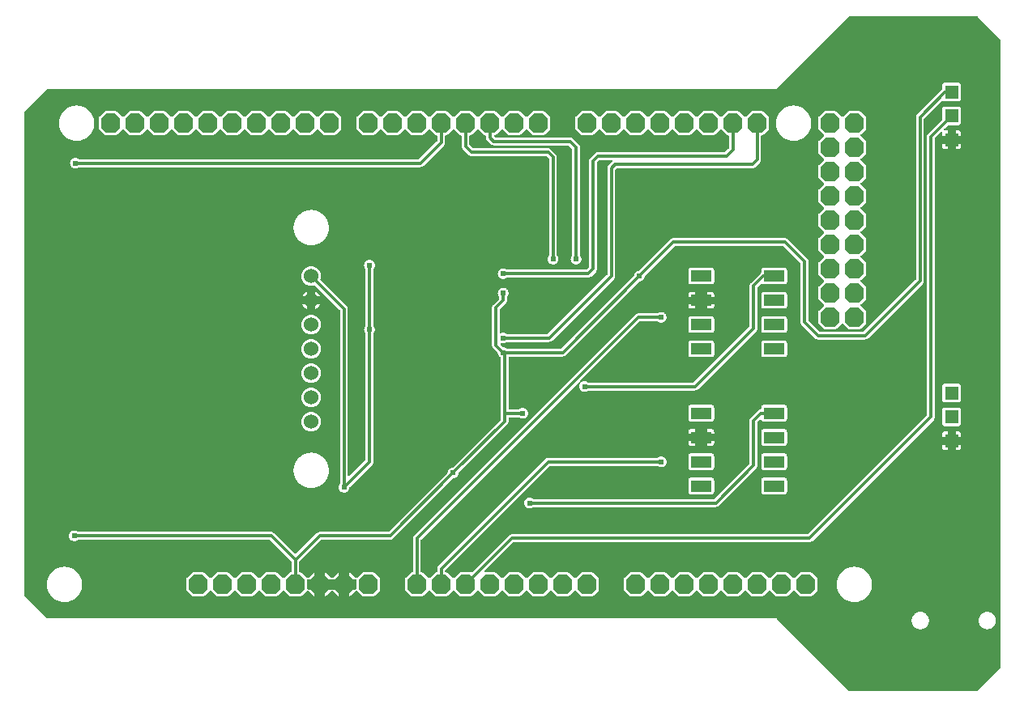
<source format=gbl>
G04 Layer: BottomLayer*
G04 EasyEDA v6.4.7, 2020-10-15T23:24:37+03:00*
G04 37922d4682a6484ebcb2293b3ba01163,bea71ea263694c76901d4690734711c5,10*
G04 Gerber Generator version 0.2*
G04 Scale: 100 percent, Rotated: No, Reflected: No *
G04 Dimensions in millimeters *
G04 leading zeros omitted , absolute positions ,3 integer and 3 decimal *
%FSLAX33Y33*%
%MOMM*%
G90*
D02*

%ADD11C,0.305003*%
%ADD12C,0.609600*%
%ADD21R,1.422400X1.422400*%
%ADD23C,1.524000*%

%LPD*%
G36*
G01X99800Y70863D02*
G01X86508Y70863D01*
G01X86492Y70862D01*
G01X86476Y70858D01*
G01X86462Y70852D01*
G01X86448Y70844D01*
G01X86436Y70833D01*
G01X78921Y63318D01*
G01X78902Y63301D01*
G01X78882Y63286D01*
G01X78860Y63273D01*
G01X78838Y63262D01*
G01X78814Y63254D01*
G01X78790Y63248D01*
G01X78765Y63244D01*
G01X78740Y63243D01*
G01X2688Y63243D01*
G01X2672Y63242D01*
G01X2656Y63238D01*
G01X2642Y63232D01*
G01X2628Y63224D01*
G01X2616Y63213D01*
G01X286Y60883D01*
G01X275Y60871D01*
G01X267Y60857D01*
G01X261Y60843D01*
G01X257Y60827D01*
G01X256Y60811D01*
G01X256Y10308D01*
G01X257Y10292D01*
G01X261Y10276D01*
G01X267Y10262D01*
G01X275Y10248D01*
G01X286Y10236D01*
G01X2616Y7906D01*
G01X2628Y7895D01*
G01X2642Y7887D01*
G01X2656Y7881D01*
G01X2672Y7877D01*
G01X2688Y7876D01*
G01X78740Y7876D01*
G01X78765Y7875D01*
G01X78790Y7871D01*
G01X78814Y7865D01*
G01X78838Y7857D01*
G01X78860Y7846D01*
G01X78882Y7833D01*
G01X78902Y7818D01*
G01X78921Y7801D01*
G01X86436Y286D01*
G01X86448Y275D01*
G01X86462Y267D01*
G01X86476Y261D01*
G01X86492Y257D01*
G01X86508Y256D01*
G01X99800Y256D01*
G01X99816Y257D01*
G01X99832Y261D01*
G01X99846Y267D01*
G01X99860Y275D01*
G01X99872Y286D01*
G01X102202Y2616D01*
G01X102213Y2628D01*
G01X102221Y2642D01*
G01X102227Y2656D01*
G01X102231Y2672D01*
G01X102232Y2688D01*
G01X102232Y68431D01*
G01X102231Y68447D01*
G01X102227Y68463D01*
G01X102221Y68477D01*
G01X102213Y68491D01*
G01X102202Y68503D01*
G01X99872Y70833D01*
G01X99860Y70844D01*
G01X99846Y70852D01*
G01X99832Y70858D01*
G01X99816Y70862D01*
G01X99800Y70863D01*
G37*

%LPC*%
G36*
G01X97866Y63908D02*
G01X96443Y63908D01*
G01X96420Y63907D01*
G01X96396Y63904D01*
G01X96373Y63899D01*
G01X96351Y63891D01*
G01X96329Y63882D01*
G01X96308Y63870D01*
G01X96289Y63857D01*
G01X96270Y63841D01*
G01X96254Y63825D01*
G01X96239Y63807D01*
G01X96225Y63787D01*
G01X96214Y63766D01*
G01X96204Y63745D01*
G01X96197Y63722D01*
G01X96191Y63699D01*
G01X96188Y63676D01*
G01X96187Y63652D01*
G01X96187Y63279D01*
G01X96186Y63263D01*
G01X96182Y63248D01*
G01X96176Y63233D01*
G01X96167Y63220D01*
G01X96157Y63207D01*
G01X93563Y60614D01*
G01X93543Y60592D01*
G01X93525Y60570D01*
G01X93508Y60546D01*
G01X93493Y60521D01*
G01X93480Y60494D01*
G01X93469Y60467D01*
G01X93460Y60440D01*
G01X93453Y60411D01*
G01X93448Y60383D01*
G01X93444Y60354D01*
G01X93443Y60325D01*
G01X93443Y43391D01*
G01X93442Y43375D01*
G01X93438Y43360D01*
G01X93432Y43345D01*
G01X93424Y43331D01*
G01X93414Y43319D01*
G01X87998Y37903D01*
G01X87986Y37893D01*
G01X87972Y37885D01*
G01X87957Y37879D01*
G01X87942Y37875D01*
G01X87926Y37874D01*
G01X83396Y37874D01*
G01X83380Y37875D01*
G01X83365Y37879D01*
G01X83350Y37885D01*
G01X83336Y37893D01*
G01X83324Y37903D01*
G01X82226Y39001D01*
G01X82216Y39013D01*
G01X82208Y39027D01*
G01X82202Y39042D01*
G01X82198Y39057D01*
G01X82197Y39073D01*
G01X82197Y45212D01*
G01X82196Y45241D01*
G01X82192Y45270D01*
G01X82187Y45298D01*
G01X82180Y45327D01*
G01X82171Y45354D01*
G01X82160Y45381D01*
G01X82147Y45408D01*
G01X82132Y45433D01*
G01X82115Y45457D01*
G01X82097Y45479D01*
G01X82077Y45501D01*
G01X80045Y47533D01*
G01X80023Y47553D01*
G01X80001Y47571D01*
G01X79977Y47588D01*
G01X79952Y47603D01*
G01X79925Y47616D01*
G01X79898Y47627D01*
G01X79871Y47636D01*
G01X79842Y47643D01*
G01X79814Y47648D01*
G01X79785Y47652D01*
G01X79756Y47653D01*
G01X68072Y47653D01*
G01X68042Y47652D01*
G01X68013Y47648D01*
G01X67985Y47643D01*
G01X67956Y47636D01*
G01X67929Y47627D01*
G01X67902Y47616D01*
G01X67875Y47603D01*
G01X67850Y47588D01*
G01X67826Y47571D01*
G01X67804Y47553D01*
G01X67782Y47533D01*
G01X64525Y44276D01*
G01X64512Y44264D01*
G01X64497Y44256D01*
G01X64480Y44250D01*
G01X64463Y44246D01*
G01X64428Y44242D01*
G01X64393Y44235D01*
G01X64359Y44227D01*
G01X64325Y44216D01*
G01X64293Y44203D01*
G01X64261Y44188D01*
G01X64230Y44171D01*
G01X64200Y44152D01*
G01X64171Y44131D01*
G01X64144Y44109D01*
G01X64094Y44059D01*
G01X64072Y44032D01*
G01X64051Y44003D01*
G01X64032Y43973D01*
G01X64015Y43942D01*
G01X64000Y43910D01*
G01X63987Y43878D01*
G01X63976Y43844D01*
G01X63968Y43810D01*
G01X63961Y43775D01*
G01X63957Y43740D01*
G01X63953Y43723D01*
G01X63947Y43706D01*
G01X63939Y43691D01*
G01X63927Y43678D01*
G01X56375Y36125D01*
G01X56363Y36115D01*
G01X56349Y36107D01*
G01X56334Y36101D01*
G01X56319Y36097D01*
G01X56303Y36096D01*
G01X50714Y36096D01*
G01X50697Y36097D01*
G01X50680Y36102D01*
G01X50664Y36109D01*
G01X50649Y36119D01*
G01X50620Y36142D01*
G01X50589Y36162D01*
G01X50557Y36181D01*
G01X50523Y36198D01*
G01X50489Y36212D01*
G01X50454Y36224D01*
G01X50418Y36233D01*
G01X50381Y36241D01*
G01X50344Y36245D01*
G01X50327Y36249D01*
G01X50310Y36255D01*
G01X50295Y36263D01*
G01X50282Y36275D01*
G01X50062Y36495D01*
G01X50051Y36507D01*
G01X50043Y36521D01*
G01X50037Y36535D01*
G01X50033Y36551D01*
G01X50032Y36567D01*
G01X50033Y36581D01*
G01X50036Y36595D01*
G01X50041Y36609D01*
G01X50048Y36622D01*
G01X50057Y36633D01*
G01X50067Y36643D01*
G01X50079Y36652D01*
G01X50091Y36659D01*
G01X50105Y36664D01*
G01X50119Y36667D01*
G01X50133Y36668D01*
G01X50158Y36665D01*
G01X50191Y36658D01*
G01X50224Y36653D01*
G01X50258Y36650D01*
G01X50292Y36649D01*
G01X50327Y36650D01*
G01X50362Y36654D01*
G01X50397Y36659D01*
G01X50431Y36667D01*
G01X50465Y36677D01*
G01X50498Y36689D01*
G01X50531Y36703D01*
G01X50562Y36719D01*
G01X50592Y36737D01*
G01X50622Y36756D01*
G01X50649Y36778D01*
G01X50664Y36788D01*
G01X50680Y36795D01*
G01X50697Y36800D01*
G01X50714Y36801D01*
G01X55118Y36801D01*
G01X55147Y36802D01*
G01X55176Y36806D01*
G01X55204Y36811D01*
G01X55233Y36818D01*
G01X55260Y36827D01*
G01X55287Y36838D01*
G01X55314Y36851D01*
G01X55339Y36866D01*
G01X55363Y36883D01*
G01X55385Y36901D01*
G01X55407Y36921D01*
G01X61884Y43398D01*
G01X61904Y43420D01*
G01X61922Y43442D01*
G01X61939Y43466D01*
G01X61954Y43491D01*
G01X61967Y43518D01*
G01X61978Y43545D01*
G01X61987Y43572D01*
G01X61994Y43601D01*
G01X61999Y43629D01*
G01X62003Y43658D01*
G01X62004Y43688D01*
G01X62004Y54779D01*
G01X62005Y54795D01*
G01X62009Y54810D01*
G01X62015Y54825D01*
G01X62023Y54839D01*
G01X62033Y54851D01*
G01X62115Y54933D01*
G01X62127Y54943D01*
G01X62141Y54951D01*
G01X62156Y54957D01*
G01X62171Y54961D01*
G01X62187Y54962D01*
G01X76327Y54962D01*
G01X76356Y54963D01*
G01X76385Y54967D01*
G01X76413Y54972D01*
G01X76442Y54979D01*
G01X76469Y54988D01*
G01X76496Y54999D01*
G01X76523Y55012D01*
G01X76548Y55027D01*
G01X76572Y55044D01*
G01X76594Y55062D01*
G01X76616Y55082D01*
G01X77124Y55590D01*
G01X77144Y55612D01*
G01X77162Y55634D01*
G01X77179Y55658D01*
G01X77194Y55683D01*
G01X77207Y55710D01*
G01X77218Y55737D01*
G01X77227Y55764D01*
G01X77234Y55793D01*
G01X77239Y55821D01*
G01X77243Y55850D01*
G01X77244Y55880D01*
G01X77244Y58332D01*
G01X77245Y58347D01*
G01X77248Y58362D01*
G01X77254Y58377D01*
G01X77262Y58390D01*
G01X77272Y58402D01*
G01X77284Y58413D01*
G01X77297Y58421D01*
G01X77311Y58427D01*
G01X77327Y58431D01*
G01X77342Y58433D01*
G01X77366Y58435D01*
G01X77390Y58439D01*
G01X77414Y58445D01*
G01X77436Y58454D01*
G01X77458Y58465D01*
G01X77479Y58477D01*
G01X77498Y58492D01*
G01X77516Y58508D01*
G01X78016Y59008D01*
G01X78033Y59027D01*
G01X78048Y59047D01*
G01X78061Y59069D01*
G01X78072Y59091D01*
G01X78080Y59115D01*
G01X78086Y59139D01*
G01X78090Y59164D01*
G01X78091Y59190D01*
G01X78091Y60189D01*
G01X78090Y60215D01*
G01X78086Y60240D01*
G01X78080Y60264D01*
G01X78072Y60288D01*
G01X78061Y60310D01*
G01X78048Y60332D01*
G01X78033Y60352D01*
G01X78016Y60371D01*
G01X77516Y60871D01*
G01X77497Y60888D01*
G01X77477Y60903D01*
G01X77455Y60916D01*
G01X77433Y60927D01*
G01X77409Y60935D01*
G01X77385Y60941D01*
G01X77360Y60945D01*
G01X77334Y60946D01*
G01X76335Y60946D01*
G01X76309Y60945D01*
G01X76284Y60941D01*
G01X76260Y60935D01*
G01X76236Y60927D01*
G01X76214Y60916D01*
G01X76192Y60903D01*
G01X76172Y60888D01*
G01X76153Y60871D01*
G01X75653Y60371D01*
G01X75641Y60358D01*
G01X75631Y60348D01*
G01X75619Y60339D01*
G01X75607Y60332D01*
G01X75593Y60327D01*
G01X75579Y60324D01*
G01X75565Y60323D01*
G01X75550Y60324D01*
G01X75536Y60327D01*
G01X75522Y60332D01*
G01X75510Y60339D01*
G01X75498Y60348D01*
G01X75488Y60358D01*
G01X75476Y60371D01*
G01X74976Y60871D01*
G01X74957Y60888D01*
G01X74937Y60903D01*
G01X74915Y60916D01*
G01X74893Y60927D01*
G01X74869Y60935D01*
G01X74845Y60941D01*
G01X74820Y60945D01*
G01X74794Y60946D01*
G01X73795Y60946D01*
G01X73769Y60945D01*
G01X73744Y60941D01*
G01X73720Y60935D01*
G01X73696Y60927D01*
G01X73674Y60916D01*
G01X73652Y60903D01*
G01X73632Y60888D01*
G01X73613Y60871D01*
G01X73113Y60371D01*
G01X73101Y60358D01*
G01X73091Y60348D01*
G01X73079Y60339D01*
G01X73067Y60332D01*
G01X73053Y60327D01*
G01X73039Y60324D01*
G01X73025Y60323D01*
G01X73010Y60324D01*
G01X72996Y60327D01*
G01X72982Y60332D01*
G01X72970Y60339D01*
G01X72958Y60348D01*
G01X72948Y60358D01*
G01X72936Y60371D01*
G01X72436Y60871D01*
G01X72417Y60888D01*
G01X72397Y60903D01*
G01X72375Y60916D01*
G01X72353Y60927D01*
G01X72329Y60935D01*
G01X72305Y60941D01*
G01X72280Y60945D01*
G01X72254Y60946D01*
G01X71255Y60946D01*
G01X71229Y60945D01*
G01X71204Y60941D01*
G01X71180Y60935D01*
G01X71156Y60927D01*
G01X71134Y60916D01*
G01X71112Y60903D01*
G01X71092Y60888D01*
G01X71073Y60871D01*
G01X70573Y60371D01*
G01X70561Y60358D01*
G01X70551Y60348D01*
G01X70539Y60339D01*
G01X70527Y60332D01*
G01X70513Y60327D01*
G01X70499Y60324D01*
G01X70485Y60323D01*
G01X70470Y60324D01*
G01X70456Y60327D01*
G01X70442Y60332D01*
G01X70430Y60339D01*
G01X70418Y60348D01*
G01X70408Y60358D01*
G01X70396Y60371D01*
G01X69896Y60871D01*
G01X69877Y60888D01*
G01X69857Y60903D01*
G01X69835Y60916D01*
G01X69813Y60927D01*
G01X69789Y60935D01*
G01X69765Y60941D01*
G01X69740Y60945D01*
G01X69714Y60946D01*
G01X68715Y60946D01*
G01X68689Y60945D01*
G01X68664Y60941D01*
G01X68640Y60935D01*
G01X68616Y60927D01*
G01X68594Y60916D01*
G01X68572Y60903D01*
G01X68552Y60888D01*
G01X68533Y60871D01*
G01X68033Y60371D01*
G01X68021Y60358D01*
G01X68011Y60348D01*
G01X67999Y60339D01*
G01X67987Y60332D01*
G01X67973Y60327D01*
G01X67959Y60324D01*
G01X67945Y60323D01*
G01X67930Y60324D01*
G01X67916Y60327D01*
G01X67902Y60332D01*
G01X67890Y60339D01*
G01X67878Y60348D01*
G01X67868Y60358D01*
G01X67856Y60371D01*
G01X67356Y60871D01*
G01X67337Y60888D01*
G01X67317Y60903D01*
G01X67295Y60916D01*
G01X67273Y60927D01*
G01X67249Y60935D01*
G01X67225Y60941D01*
G01X67200Y60945D01*
G01X67174Y60946D01*
G01X66175Y60946D01*
G01X66149Y60945D01*
G01X66124Y60941D01*
G01X66100Y60935D01*
G01X66076Y60927D01*
G01X66054Y60916D01*
G01X66032Y60903D01*
G01X66012Y60888D01*
G01X65993Y60871D01*
G01X65493Y60371D01*
G01X65481Y60358D01*
G01X65471Y60348D01*
G01X65459Y60339D01*
G01X65447Y60332D01*
G01X65433Y60327D01*
G01X65419Y60324D01*
G01X65405Y60323D01*
G01X65390Y60324D01*
G01X65376Y60327D01*
G01X65362Y60332D01*
G01X65350Y60339D01*
G01X65338Y60348D01*
G01X65328Y60358D01*
G01X65316Y60371D01*
G01X64816Y60871D01*
G01X64797Y60888D01*
G01X64777Y60903D01*
G01X64755Y60916D01*
G01X64733Y60927D01*
G01X64709Y60935D01*
G01X64685Y60941D01*
G01X64660Y60945D01*
G01X64634Y60946D01*
G01X63635Y60946D01*
G01X63609Y60945D01*
G01X63584Y60941D01*
G01X63560Y60935D01*
G01X63536Y60927D01*
G01X63514Y60916D01*
G01X63492Y60903D01*
G01X63472Y60888D01*
G01X63453Y60871D01*
G01X62953Y60371D01*
G01X62941Y60358D01*
G01X62931Y60348D01*
G01X62919Y60339D01*
G01X62907Y60332D01*
G01X62893Y60327D01*
G01X62879Y60324D01*
G01X62865Y60323D01*
G01X62850Y60324D01*
G01X62836Y60327D01*
G01X62822Y60332D01*
G01X62810Y60339D01*
G01X62798Y60348D01*
G01X62788Y60358D01*
G01X62776Y60371D01*
G01X62276Y60871D01*
G01X62257Y60888D01*
G01X62237Y60903D01*
G01X62215Y60916D01*
G01X62193Y60927D01*
G01X62169Y60935D01*
G01X62145Y60941D01*
G01X62120Y60945D01*
G01X62094Y60946D01*
G01X61095Y60946D01*
G01X61069Y60945D01*
G01X61044Y60941D01*
G01X61020Y60935D01*
G01X60996Y60927D01*
G01X60974Y60916D01*
G01X60952Y60903D01*
G01X60932Y60888D01*
G01X60913Y60871D01*
G01X60413Y60371D01*
G01X60401Y60358D01*
G01X60391Y60348D01*
G01X60379Y60339D01*
G01X60367Y60332D01*
G01X60353Y60327D01*
G01X60339Y60324D01*
G01X60325Y60323D01*
G01X60310Y60324D01*
G01X60296Y60327D01*
G01X60282Y60332D01*
G01X60270Y60339D01*
G01X60258Y60348D01*
G01X60248Y60358D01*
G01X60236Y60371D01*
G01X59736Y60871D01*
G01X59717Y60888D01*
G01X59697Y60903D01*
G01X59675Y60916D01*
G01X59653Y60927D01*
G01X59629Y60935D01*
G01X59605Y60941D01*
G01X59580Y60945D01*
G01X59554Y60946D01*
G01X58555Y60946D01*
G01X58529Y60945D01*
G01X58504Y60941D01*
G01X58480Y60935D01*
G01X58456Y60927D01*
G01X58434Y60916D01*
G01X58412Y60903D01*
G01X58392Y60888D01*
G01X58373Y60871D01*
G01X57873Y60371D01*
G01X57856Y60352D01*
G01X57841Y60332D01*
G01X57828Y60310D01*
G01X57817Y60288D01*
G01X57809Y60264D01*
G01X57803Y60240D01*
G01X57799Y60215D01*
G01X57798Y60189D01*
G01X57798Y59190D01*
G01X57799Y59164D01*
G01X57803Y59139D01*
G01X57809Y59115D01*
G01X57817Y59091D01*
G01X57828Y59069D01*
G01X57841Y59047D01*
G01X57856Y59027D01*
G01X57873Y59008D01*
G01X58373Y58508D01*
G01X58392Y58491D01*
G01X58412Y58476D01*
G01X58434Y58463D01*
G01X58456Y58452D01*
G01X58480Y58444D01*
G01X58504Y58438D01*
G01X58529Y58434D01*
G01X58555Y58433D01*
G01X59554Y58433D01*
G01X59580Y58434D01*
G01X59605Y58438D01*
G01X59629Y58444D01*
G01X59653Y58452D01*
G01X59675Y58463D01*
G01X59697Y58476D01*
G01X59717Y58491D01*
G01X59736Y58508D01*
G01X60236Y59008D01*
G01X60248Y59021D01*
G01X60258Y59031D01*
G01X60270Y59040D01*
G01X60282Y59047D01*
G01X60296Y59052D01*
G01X60310Y59055D01*
G01X60325Y59056D01*
G01X60339Y59055D01*
G01X60353Y59052D01*
G01X60367Y59047D01*
G01X60379Y59040D01*
G01X60391Y59031D01*
G01X60401Y59021D01*
G01X60413Y59008D01*
G01X60913Y58508D01*
G01X60932Y58491D01*
G01X60952Y58476D01*
G01X60974Y58463D01*
G01X60996Y58452D01*
G01X61020Y58444D01*
G01X61044Y58438D01*
G01X61069Y58434D01*
G01X61095Y58433D01*
G01X62094Y58433D01*
G01X62120Y58434D01*
G01X62145Y58438D01*
G01X62169Y58444D01*
G01X62193Y58452D01*
G01X62215Y58463D01*
G01X62237Y58476D01*
G01X62257Y58491D01*
G01X62276Y58508D01*
G01X62776Y59008D01*
G01X62788Y59021D01*
G01X62798Y59031D01*
G01X62810Y59040D01*
G01X62822Y59047D01*
G01X62836Y59052D01*
G01X62850Y59055D01*
G01X62865Y59056D01*
G01X62879Y59055D01*
G01X62893Y59052D01*
G01X62907Y59047D01*
G01X62919Y59040D01*
G01X62931Y59031D01*
G01X62941Y59021D01*
G01X62953Y59008D01*
G01X63453Y58508D01*
G01X63472Y58491D01*
G01X63492Y58476D01*
G01X63514Y58463D01*
G01X63536Y58452D01*
G01X63560Y58444D01*
G01X63584Y58438D01*
G01X63609Y58434D01*
G01X63635Y58433D01*
G01X64634Y58433D01*
G01X64660Y58434D01*
G01X64685Y58438D01*
G01X64709Y58444D01*
G01X64733Y58452D01*
G01X64755Y58463D01*
G01X64777Y58476D01*
G01X64797Y58491D01*
G01X64816Y58508D01*
G01X65316Y59008D01*
G01X65328Y59021D01*
G01X65338Y59031D01*
G01X65350Y59040D01*
G01X65362Y59047D01*
G01X65376Y59052D01*
G01X65390Y59055D01*
G01X65405Y59056D01*
G01X65419Y59055D01*
G01X65433Y59052D01*
G01X65447Y59047D01*
G01X65459Y59040D01*
G01X65471Y59031D01*
G01X65481Y59021D01*
G01X65493Y59008D01*
G01X65993Y58508D01*
G01X66012Y58491D01*
G01X66032Y58476D01*
G01X66054Y58463D01*
G01X66076Y58452D01*
G01X66100Y58444D01*
G01X66124Y58438D01*
G01X66149Y58434D01*
G01X66175Y58433D01*
G01X67174Y58433D01*
G01X67200Y58434D01*
G01X67225Y58438D01*
G01X67249Y58444D01*
G01X67273Y58452D01*
G01X67295Y58463D01*
G01X67317Y58476D01*
G01X67337Y58491D01*
G01X67356Y58508D01*
G01X67856Y59008D01*
G01X67868Y59021D01*
G01X67878Y59031D01*
G01X67890Y59040D01*
G01X67902Y59047D01*
G01X67916Y59052D01*
G01X67930Y59055D01*
G01X67945Y59056D01*
G01X67959Y59055D01*
G01X67973Y59052D01*
G01X67987Y59047D01*
G01X67999Y59040D01*
G01X68011Y59031D01*
G01X68021Y59021D01*
G01X68033Y59008D01*
G01X68533Y58508D01*
G01X68552Y58491D01*
G01X68572Y58476D01*
G01X68594Y58463D01*
G01X68616Y58452D01*
G01X68640Y58444D01*
G01X68664Y58438D01*
G01X68689Y58434D01*
G01X68715Y58433D01*
G01X69714Y58433D01*
G01X69740Y58434D01*
G01X69765Y58438D01*
G01X69789Y58444D01*
G01X69813Y58452D01*
G01X69835Y58463D01*
G01X69857Y58476D01*
G01X69877Y58491D01*
G01X69896Y58508D01*
G01X70396Y59008D01*
G01X70408Y59021D01*
G01X70418Y59031D01*
G01X70430Y59040D01*
G01X70442Y59047D01*
G01X70456Y59052D01*
G01X70470Y59055D01*
G01X70485Y59056D01*
G01X70499Y59055D01*
G01X70513Y59052D01*
G01X70527Y59047D01*
G01X70539Y59040D01*
G01X70551Y59031D01*
G01X70561Y59021D01*
G01X70573Y59008D01*
G01X71073Y58508D01*
G01X71092Y58491D01*
G01X71112Y58476D01*
G01X71134Y58463D01*
G01X71156Y58452D01*
G01X71180Y58444D01*
G01X71204Y58438D01*
G01X71229Y58434D01*
G01X71255Y58433D01*
G01X72254Y58433D01*
G01X72280Y58434D01*
G01X72305Y58438D01*
G01X72329Y58444D01*
G01X72353Y58452D01*
G01X72375Y58463D01*
G01X72397Y58476D01*
G01X72417Y58491D01*
G01X72436Y58508D01*
G01X72936Y59008D01*
G01X72948Y59021D01*
G01X72958Y59031D01*
G01X72970Y59040D01*
G01X72982Y59047D01*
G01X72996Y59052D01*
G01X73010Y59055D01*
G01X73025Y59056D01*
G01X73039Y59055D01*
G01X73053Y59052D01*
G01X73067Y59047D01*
G01X73079Y59040D01*
G01X73091Y59031D01*
G01X73101Y59021D01*
G01X73113Y59008D01*
G01X73613Y58508D01*
G01X73631Y58492D01*
G01X73650Y58477D01*
G01X73671Y58465D01*
G01X73693Y58454D01*
G01X73715Y58445D01*
G01X73739Y58439D01*
G01X73763Y58435D01*
G01X73787Y58433D01*
G01X73802Y58431D01*
G01X73818Y58427D01*
G01X73832Y58421D01*
G01X73845Y58413D01*
G01X73857Y58402D01*
G01X73867Y58390D01*
G01X73875Y58377D01*
G01X73881Y58362D01*
G01X73884Y58347D01*
G01X73885Y58332D01*
G01X73885Y57107D01*
G01X73884Y57091D01*
G01X73880Y57076D01*
G01X73874Y57061D01*
G01X73866Y57047D01*
G01X73856Y57035D01*
G01X73520Y56699D01*
G01X73508Y56689D01*
G01X73494Y56681D01*
G01X73479Y56675D01*
G01X73464Y56671D01*
G01X73448Y56670D01*
G01X60198Y56670D01*
G01X60168Y56669D01*
G01X60139Y56665D01*
G01X60111Y56660D01*
G01X60082Y56653D01*
G01X60055Y56644D01*
G01X60028Y56633D01*
G01X60001Y56620D01*
G01X59976Y56605D01*
G01X59952Y56588D01*
G01X59930Y56570D01*
G01X59908Y56550D01*
G01X59400Y56042D01*
G01X59380Y56020D01*
G01X59362Y55998D01*
G01X59345Y55974D01*
G01X59330Y55949D01*
G01X59317Y55922D01*
G01X59306Y55895D01*
G01X59297Y55868D01*
G01X59290Y55839D01*
G01X59285Y55811D01*
G01X59281Y55782D01*
G01X59280Y55753D01*
G01X59280Y44661D01*
G01X59279Y44645D01*
G01X59275Y44630D01*
G01X59269Y44615D01*
G01X59261Y44601D01*
G01X59251Y44589D01*
G01X59042Y44380D01*
G01X59030Y44370D01*
G01X59016Y44362D01*
G01X59001Y44356D01*
G01X58986Y44352D01*
G01X58970Y44351D01*
G01X50714Y44351D01*
G01X50697Y44352D01*
G01X50680Y44357D01*
G01X50664Y44364D01*
G01X50649Y44374D01*
G01X50622Y44396D01*
G01X50592Y44415D01*
G01X50562Y44433D01*
G01X50531Y44449D01*
G01X50498Y44463D01*
G01X50465Y44475D01*
G01X50431Y44485D01*
G01X50397Y44493D01*
G01X50362Y44498D01*
G01X50327Y44502D01*
G01X50292Y44503D01*
G01X50258Y44502D01*
G01X50224Y44499D01*
G01X50190Y44494D01*
G01X50157Y44487D01*
G01X50124Y44477D01*
G01X50092Y44466D01*
G01X50061Y44453D01*
G01X50031Y44439D01*
G01X50001Y44422D01*
G01X49973Y44403D01*
G01X49945Y44383D01*
G01X49919Y44362D01*
G01X49871Y44314D01*
G01X49850Y44288D01*
G01X49830Y44260D01*
G01X49811Y44232D01*
G01X49794Y44202D01*
G01X49780Y44172D01*
G01X49767Y44141D01*
G01X49756Y44109D01*
G01X49746Y44076D01*
G01X49739Y44043D01*
G01X49734Y44009D01*
G01X49731Y43975D01*
G01X49730Y43942D01*
G01X49731Y43908D01*
G01X49734Y43874D01*
G01X49739Y43840D01*
G01X49746Y43807D01*
G01X49756Y43774D01*
G01X49767Y43742D01*
G01X49780Y43711D01*
G01X49794Y43681D01*
G01X49811Y43651D01*
G01X49830Y43623D01*
G01X49850Y43595D01*
G01X49871Y43569D01*
G01X49919Y43521D01*
G01X49945Y43500D01*
G01X49973Y43480D01*
G01X50001Y43461D01*
G01X50031Y43444D01*
G01X50061Y43430D01*
G01X50092Y43417D01*
G01X50124Y43406D01*
G01X50157Y43396D01*
G01X50190Y43389D01*
G01X50224Y43384D01*
G01X50258Y43381D01*
G01X50292Y43380D01*
G01X50327Y43381D01*
G01X50362Y43385D01*
G01X50397Y43390D01*
G01X50431Y43398D01*
G01X50465Y43408D01*
G01X50498Y43420D01*
G01X50531Y43434D01*
G01X50562Y43450D01*
G01X50592Y43468D01*
G01X50622Y43487D01*
G01X50649Y43509D01*
G01X50664Y43519D01*
G01X50680Y43526D01*
G01X50697Y43531D01*
G01X50714Y43532D01*
G01X59182Y43532D01*
G01X59211Y43533D01*
G01X59240Y43537D01*
G01X59268Y43542D01*
G01X59297Y43549D01*
G01X59324Y43558D01*
G01X59351Y43569D01*
G01X59378Y43582D01*
G01X59403Y43597D01*
G01X59427Y43614D01*
G01X59449Y43632D01*
G01X59471Y43652D01*
G01X59979Y44160D01*
G01X59999Y44182D01*
G01X60017Y44204D01*
G01X60034Y44228D01*
G01X60049Y44253D01*
G01X60062Y44280D01*
G01X60073Y44307D01*
G01X60082Y44334D01*
G01X60089Y44363D01*
G01X60094Y44391D01*
G01X60098Y44420D01*
G01X60099Y44450D01*
G01X60099Y55541D01*
G01X60100Y55557D01*
G01X60104Y55572D01*
G01X60110Y55587D01*
G01X60118Y55601D01*
G01X60128Y55613D01*
G01X60337Y55822D01*
G01X60349Y55832D01*
G01X60363Y55840D01*
G01X60378Y55846D01*
G01X60393Y55850D01*
G01X60409Y55851D01*
G01X61633Y55851D01*
G01X61647Y55850D01*
G01X61661Y55847D01*
G01X61675Y55842D01*
G01X61687Y55835D01*
G01X61699Y55827D01*
G01X61709Y55816D01*
G01X61718Y55805D01*
G01X61725Y55792D01*
G01X61730Y55778D01*
G01X61733Y55764D01*
G01X61734Y55750D01*
G01X61733Y55733D01*
G01X61729Y55717D01*
G01X61722Y55701D01*
G01X61712Y55687D01*
G01X61701Y55675D01*
G01X61686Y55661D01*
G01X61305Y55280D01*
G01X61285Y55258D01*
G01X61267Y55236D01*
G01X61250Y55212D01*
G01X61235Y55187D01*
G01X61222Y55160D01*
G01X61211Y55133D01*
G01X61202Y55106D01*
G01X61195Y55077D01*
G01X61190Y55049D01*
G01X61186Y55020D01*
G01X61185Y54991D01*
G01X61185Y43899D01*
G01X61184Y43883D01*
G01X61180Y43868D01*
G01X61174Y43853D01*
G01X61166Y43839D01*
G01X61156Y43827D01*
G01X54978Y37649D01*
G01X54966Y37639D01*
G01X54952Y37631D01*
G01X54937Y37625D01*
G01X54922Y37621D01*
G01X54906Y37620D01*
G01X50714Y37620D01*
G01X50697Y37621D01*
G01X50680Y37626D01*
G01X50664Y37633D01*
G01X50649Y37643D01*
G01X50622Y37665D01*
G01X50592Y37684D01*
G01X50562Y37702D01*
G01X50531Y37718D01*
G01X50498Y37732D01*
G01X50465Y37744D01*
G01X50431Y37754D01*
G01X50397Y37762D01*
G01X50362Y37767D01*
G01X50327Y37771D01*
G01X50292Y37772D01*
G01X50255Y37771D01*
G01X50219Y37767D01*
G01X50183Y37761D01*
G01X50148Y37753D01*
G01X50113Y37743D01*
G01X50079Y37730D01*
G01X50060Y37724D01*
G01X50040Y37722D01*
G01X50026Y37723D01*
G01X50012Y37726D01*
G01X49998Y37732D01*
G01X49985Y37738D01*
G01X49974Y37747D01*
G01X49963Y37757D01*
G01X49955Y37769D01*
G01X49948Y37782D01*
G01X49943Y37795D01*
G01X49940Y37809D01*
G01X49939Y37824D01*
G01X49939Y40174D01*
G01X49940Y40190D01*
G01X49944Y40205D01*
G01X49950Y40220D01*
G01X49958Y40234D01*
G01X49968Y40246D01*
G01X50581Y40858D01*
G01X50601Y40880D01*
G01X50619Y40902D01*
G01X50636Y40926D01*
G01X50651Y40951D01*
G01X50664Y40978D01*
G01X50675Y41005D01*
G01X50684Y41032D01*
G01X50691Y41061D01*
G01X50696Y41089D01*
G01X50700Y41118D01*
G01X50701Y41148D01*
G01X50701Y41487D01*
G01X50702Y41504D01*
G01X50707Y41521D01*
G01X50714Y41537D01*
G01X50724Y41552D01*
G01X50746Y41579D01*
G01X50765Y41609D01*
G01X50783Y41639D01*
G01X50799Y41670D01*
G01X50813Y41703D01*
G01X50825Y41736D01*
G01X50835Y41770D01*
G01X50843Y41804D01*
G01X50848Y41839D01*
G01X50852Y41874D01*
G01X50853Y41910D01*
G01X50852Y41943D01*
G01X50849Y41977D01*
G01X50844Y42011D01*
G01X50837Y42044D01*
G01X50827Y42077D01*
G01X50816Y42109D01*
G01X50803Y42140D01*
G01X50789Y42170D01*
G01X50772Y42200D01*
G01X50753Y42228D01*
G01X50733Y42256D01*
G01X50712Y42282D01*
G01X50664Y42330D01*
G01X50638Y42351D01*
G01X50610Y42371D01*
G01X50582Y42390D01*
G01X50552Y42407D01*
G01X50522Y42421D01*
G01X50491Y42434D01*
G01X50459Y42445D01*
G01X50426Y42455D01*
G01X50393Y42462D01*
G01X50359Y42467D01*
G01X50325Y42470D01*
G01X50292Y42471D01*
G01X50258Y42470D01*
G01X50224Y42467D01*
G01X50190Y42462D01*
G01X50157Y42455D01*
G01X50124Y42445D01*
G01X50092Y42434D01*
G01X50061Y42421D01*
G01X50031Y42407D01*
G01X50001Y42390D01*
G01X49973Y42371D01*
G01X49945Y42351D01*
G01X49919Y42330D01*
G01X49871Y42282D01*
G01X49850Y42256D01*
G01X49830Y42228D01*
G01X49811Y42200D01*
G01X49794Y42170D01*
G01X49780Y42140D01*
G01X49767Y42109D01*
G01X49756Y42077D01*
G01X49746Y42044D01*
G01X49739Y42011D01*
G01X49734Y41977D01*
G01X49731Y41943D01*
G01X49730Y41910D01*
G01X49731Y41874D01*
G01X49735Y41839D01*
G01X49740Y41804D01*
G01X49748Y41770D01*
G01X49758Y41736D01*
G01X49770Y41703D01*
G01X49784Y41670D01*
G01X49800Y41639D01*
G01X49818Y41609D01*
G01X49837Y41579D01*
G01X49859Y41552D01*
G01X49869Y41537D01*
G01X49876Y41521D01*
G01X49881Y41504D01*
G01X49882Y41487D01*
G01X49882Y41359D01*
G01X49881Y41343D01*
G01X49877Y41328D01*
G01X49871Y41313D01*
G01X49863Y41299D01*
G01X49853Y41287D01*
G01X49240Y40675D01*
G01X49220Y40653D01*
G01X49202Y40631D01*
G01X49185Y40607D01*
G01X49170Y40582D01*
G01X49157Y40555D01*
G01X49146Y40528D01*
G01X49137Y40501D01*
G01X49130Y40472D01*
G01X49125Y40444D01*
G01X49121Y40415D01*
G01X49120Y40386D01*
G01X49120Y36449D01*
G01X49121Y36419D01*
G01X49125Y36390D01*
G01X49130Y36362D01*
G01X49137Y36333D01*
G01X49146Y36306D01*
G01X49157Y36279D01*
G01X49170Y36252D01*
G01X49185Y36227D01*
G01X49202Y36203D01*
G01X49220Y36181D01*
G01X49240Y36159D01*
G01X49703Y35696D01*
G01X49715Y35683D01*
G01X49723Y35668D01*
G01X49729Y35651D01*
G01X49733Y35634D01*
G01X49737Y35598D01*
G01X49744Y35563D01*
G01X49753Y35528D01*
G01X49764Y35494D01*
G01X49778Y35460D01*
G01X49793Y35428D01*
G01X49811Y35396D01*
G01X49831Y35366D01*
G01X49852Y35337D01*
G01X49876Y35309D01*
G01X49901Y35284D01*
G01X49927Y35259D01*
G01X49956Y35237D01*
G01X49985Y35216D01*
G01X49997Y35207D01*
G01X50007Y35197D01*
G01X50015Y35186D01*
G01X50022Y35173D01*
G01X50027Y35159D01*
G01X50030Y35145D01*
G01X50031Y35131D01*
G01X50031Y28681D01*
G01X50030Y28665D01*
G01X50026Y28650D01*
G01X50020Y28635D01*
G01X50012Y28621D01*
G01X50002Y28609D01*
G01X45068Y23676D01*
G01X45055Y23664D01*
G01X45039Y23655D01*
G01X45023Y23649D01*
G01X45006Y23646D01*
G01X44971Y23642D01*
G01X44936Y23635D01*
G01X44902Y23626D01*
G01X44868Y23616D01*
G01X44836Y23603D01*
G01X44804Y23588D01*
G01X44773Y23571D01*
G01X44743Y23552D01*
G01X44714Y23531D01*
G01X44687Y23508D01*
G01X44661Y23484D01*
G01X44637Y23459D01*
G01X44615Y23431D01*
G01X44594Y23403D01*
G01X44575Y23373D01*
G01X44558Y23342D01*
G01X44543Y23310D01*
G01X44530Y23277D01*
G01X44519Y23244D01*
G01X44510Y23210D01*
G01X44504Y23175D01*
G01X44499Y23140D01*
G01X44496Y23123D01*
G01X44490Y23106D01*
G01X44481Y23091D01*
G01X44470Y23078D01*
G01X38341Y16948D01*
G01X38329Y16938D01*
G01X38315Y16930D01*
G01X38300Y16924D01*
G01X38285Y16920D01*
G01X38269Y16919D01*
G01X31115Y16919D01*
G01X31085Y16918D01*
G01X31056Y16914D01*
G01X31028Y16909D01*
G01X30999Y16902D01*
G01X30972Y16893D01*
G01X30945Y16882D01*
G01X30918Y16869D01*
G01X30893Y16854D01*
G01X30869Y16837D01*
G01X30847Y16819D01*
G01X30825Y16799D01*
G01X28646Y14620D01*
G01X28634Y14609D01*
G01X28621Y14601D01*
G01X28606Y14595D01*
G01X28590Y14591D01*
G01X28575Y14590D01*
G01X28559Y14591D01*
G01X28543Y14595D01*
G01X28528Y14601D01*
G01X28515Y14609D01*
G01X28503Y14620D01*
G01X26324Y16799D01*
G01X26302Y16819D01*
G01X26280Y16837D01*
G01X26256Y16854D01*
G01X26231Y16869D01*
G01X26204Y16882D01*
G01X26177Y16893D01*
G01X26150Y16902D01*
G01X26121Y16909D01*
G01X26093Y16914D01*
G01X26064Y16918D01*
G01X26035Y16919D01*
G01X5883Y16919D01*
G01X5866Y16920D01*
G01X5849Y16925D01*
G01X5833Y16932D01*
G01X5818Y16942D01*
G01X5791Y16964D01*
G01X5761Y16983D01*
G01X5731Y17001D01*
G01X5700Y17017D01*
G01X5667Y17031D01*
G01X5634Y17043D01*
G01X5600Y17053D01*
G01X5566Y17061D01*
G01X5531Y17066D01*
G01X5496Y17070D01*
G01X5461Y17071D01*
G01X5427Y17070D01*
G01X5393Y17067D01*
G01X5359Y17062D01*
G01X5326Y17055D01*
G01X5293Y17045D01*
G01X5261Y17034D01*
G01X5230Y17021D01*
G01X5200Y17007D01*
G01X5170Y16990D01*
G01X5142Y16971D01*
G01X5114Y16951D01*
G01X5088Y16930D01*
G01X5040Y16882D01*
G01X5019Y16856D01*
G01X4999Y16828D01*
G01X4980Y16800D01*
G01X4963Y16770D01*
G01X4949Y16740D01*
G01X4936Y16709D01*
G01X4925Y16677D01*
G01X4915Y16644D01*
G01X4908Y16611D01*
G01X4903Y16577D01*
G01X4900Y16543D01*
G01X4899Y16510D01*
G01X4900Y16476D01*
G01X4903Y16442D01*
G01X4908Y16408D01*
G01X4915Y16375D01*
G01X4925Y16342D01*
G01X4936Y16310D01*
G01X4949Y16279D01*
G01X4963Y16249D01*
G01X4980Y16219D01*
G01X4999Y16191D01*
G01X5019Y16163D01*
G01X5040Y16137D01*
G01X5088Y16089D01*
G01X5114Y16068D01*
G01X5142Y16048D01*
G01X5170Y16029D01*
G01X5200Y16012D01*
G01X5230Y15998D01*
G01X5261Y15985D01*
G01X5293Y15974D01*
G01X5326Y15964D01*
G01X5359Y15957D01*
G01X5393Y15952D01*
G01X5427Y15949D01*
G01X5461Y15948D01*
G01X5496Y15949D01*
G01X5531Y15953D01*
G01X5566Y15958D01*
G01X5600Y15966D01*
G01X5634Y15976D01*
G01X5667Y15988D01*
G01X5700Y16002D01*
G01X5731Y16018D01*
G01X5761Y16036D01*
G01X5791Y16055D01*
G01X5818Y16077D01*
G01X5833Y16087D01*
G01X5849Y16094D01*
G01X5866Y16099D01*
G01X5883Y16100D01*
G01X25823Y16100D01*
G01X25839Y16099D01*
G01X25854Y16095D01*
G01X25869Y16089D01*
G01X25883Y16081D01*
G01X25895Y16071D01*
G01X28136Y13830D01*
G01X28146Y13818D01*
G01X28154Y13804D01*
G01X28160Y13789D01*
G01X28164Y13774D01*
G01X28165Y13758D01*
G01X28165Y12787D01*
G01X28164Y12772D01*
G01X28161Y12757D01*
G01X28155Y12742D01*
G01X28147Y12729D01*
G01X28137Y12717D01*
G01X28125Y12706D01*
G01X28112Y12698D01*
G01X28098Y12692D01*
G01X28082Y12688D01*
G01X28067Y12686D01*
G01X28043Y12684D01*
G01X28019Y12680D01*
G01X27995Y12674D01*
G01X27973Y12665D01*
G01X27951Y12654D01*
G01X27930Y12642D01*
G01X27911Y12627D01*
G01X27893Y12611D01*
G01X27393Y12111D01*
G01X27381Y12098D01*
G01X27371Y12088D01*
G01X27359Y12079D01*
G01X27347Y12072D01*
G01X27333Y12067D01*
G01X27319Y12064D01*
G01X27305Y12063D01*
G01X27290Y12064D01*
G01X27276Y12067D01*
G01X27262Y12072D01*
G01X27250Y12079D01*
G01X27238Y12088D01*
G01X27228Y12098D01*
G01X27216Y12111D01*
G01X26716Y12611D01*
G01X26697Y12628D01*
G01X26677Y12643D01*
G01X26655Y12656D01*
G01X26633Y12667D01*
G01X26609Y12675D01*
G01X26585Y12681D01*
G01X26560Y12685D01*
G01X26534Y12686D01*
G01X25535Y12686D01*
G01X25509Y12685D01*
G01X25484Y12681D01*
G01X25460Y12675D01*
G01X25436Y12667D01*
G01X25414Y12656D01*
G01X25392Y12643D01*
G01X25372Y12628D01*
G01X25353Y12611D01*
G01X24853Y12111D01*
G01X24841Y12098D01*
G01X24831Y12088D01*
G01X24819Y12079D01*
G01X24807Y12072D01*
G01X24793Y12067D01*
G01X24779Y12064D01*
G01X24765Y12063D01*
G01X24750Y12064D01*
G01X24736Y12067D01*
G01X24722Y12072D01*
G01X24710Y12079D01*
G01X24698Y12088D01*
G01X24688Y12098D01*
G01X24676Y12111D01*
G01X24176Y12611D01*
G01X24157Y12628D01*
G01X24137Y12643D01*
G01X24115Y12656D01*
G01X24093Y12667D01*
G01X24069Y12675D01*
G01X24045Y12681D01*
G01X24020Y12685D01*
G01X23994Y12686D01*
G01X22995Y12686D01*
G01X22969Y12685D01*
G01X22944Y12681D01*
G01X22920Y12675D01*
G01X22896Y12667D01*
G01X22874Y12656D01*
G01X22852Y12643D01*
G01X22832Y12628D01*
G01X22813Y12611D01*
G01X22313Y12111D01*
G01X22301Y12098D01*
G01X22291Y12088D01*
G01X22279Y12079D01*
G01X22267Y12072D01*
G01X22253Y12067D01*
G01X22239Y12064D01*
G01X22225Y12063D01*
G01X22210Y12064D01*
G01X22196Y12067D01*
G01X22182Y12072D01*
G01X22170Y12079D01*
G01X22158Y12088D01*
G01X22148Y12098D01*
G01X22136Y12111D01*
G01X21636Y12611D01*
G01X21617Y12628D01*
G01X21597Y12643D01*
G01X21575Y12656D01*
G01X21553Y12667D01*
G01X21529Y12675D01*
G01X21505Y12681D01*
G01X21480Y12685D01*
G01X21454Y12686D01*
G01X20455Y12686D01*
G01X20429Y12685D01*
G01X20404Y12681D01*
G01X20380Y12675D01*
G01X20356Y12667D01*
G01X20334Y12656D01*
G01X20312Y12643D01*
G01X20292Y12628D01*
G01X20273Y12611D01*
G01X19773Y12111D01*
G01X19761Y12098D01*
G01X19751Y12088D01*
G01X19739Y12079D01*
G01X19727Y12072D01*
G01X19713Y12067D01*
G01X19699Y12064D01*
G01X19685Y12063D01*
G01X19670Y12064D01*
G01X19656Y12067D01*
G01X19642Y12072D01*
G01X19630Y12079D01*
G01X19618Y12088D01*
G01X19608Y12098D01*
G01X19596Y12111D01*
G01X19096Y12611D01*
G01X19077Y12628D01*
G01X19057Y12643D01*
G01X19035Y12656D01*
G01X19013Y12667D01*
G01X18989Y12675D01*
G01X18965Y12681D01*
G01X18940Y12685D01*
G01X18914Y12686D01*
G01X17915Y12686D01*
G01X17889Y12685D01*
G01X17864Y12681D01*
G01X17840Y12675D01*
G01X17816Y12667D01*
G01X17794Y12656D01*
G01X17772Y12643D01*
G01X17752Y12628D01*
G01X17733Y12611D01*
G01X17233Y12111D01*
G01X17216Y12092D01*
G01X17201Y12072D01*
G01X17188Y12050D01*
G01X17177Y12028D01*
G01X17169Y12004D01*
G01X17163Y11980D01*
G01X17159Y11955D01*
G01X17158Y11929D01*
G01X17158Y10930D01*
G01X17159Y10904D01*
G01X17163Y10879D01*
G01X17169Y10855D01*
G01X17177Y10831D01*
G01X17188Y10809D01*
G01X17201Y10787D01*
G01X17216Y10767D01*
G01X17233Y10748D01*
G01X17733Y10248D01*
G01X17752Y10231D01*
G01X17772Y10216D01*
G01X17794Y10203D01*
G01X17816Y10192D01*
G01X17840Y10184D01*
G01X17864Y10178D01*
G01X17889Y10174D01*
G01X17915Y10173D01*
G01X18914Y10173D01*
G01X18940Y10174D01*
G01X18965Y10178D01*
G01X18989Y10184D01*
G01X19013Y10192D01*
G01X19035Y10203D01*
G01X19057Y10216D01*
G01X19077Y10231D01*
G01X19096Y10248D01*
G01X19596Y10748D01*
G01X19608Y10761D01*
G01X19618Y10771D01*
G01X19630Y10780D01*
G01X19642Y10787D01*
G01X19656Y10792D01*
G01X19670Y10795D01*
G01X19685Y10796D01*
G01X19699Y10795D01*
G01X19713Y10792D01*
G01X19727Y10787D01*
G01X19739Y10780D01*
G01X19751Y10771D01*
G01X19761Y10761D01*
G01X19773Y10748D01*
G01X20273Y10248D01*
G01X20292Y10231D01*
G01X20312Y10216D01*
G01X20334Y10203D01*
G01X20356Y10192D01*
G01X20380Y10184D01*
G01X20404Y10178D01*
G01X20429Y10174D01*
G01X20455Y10173D01*
G01X21454Y10173D01*
G01X21480Y10174D01*
G01X21505Y10178D01*
G01X21529Y10184D01*
G01X21553Y10192D01*
G01X21575Y10203D01*
G01X21597Y10216D01*
G01X21617Y10231D01*
G01X21636Y10248D01*
G01X22136Y10748D01*
G01X22148Y10761D01*
G01X22158Y10771D01*
G01X22170Y10780D01*
G01X22182Y10787D01*
G01X22196Y10792D01*
G01X22210Y10795D01*
G01X22225Y10796D01*
G01X22239Y10795D01*
G01X22253Y10792D01*
G01X22267Y10787D01*
G01X22279Y10780D01*
G01X22291Y10771D01*
G01X22301Y10761D01*
G01X22313Y10748D01*
G01X22813Y10248D01*
G01X22832Y10231D01*
G01X22852Y10216D01*
G01X22874Y10203D01*
G01X22896Y10192D01*
G01X22920Y10184D01*
G01X22944Y10178D01*
G01X22969Y10174D01*
G01X22995Y10173D01*
G01X23994Y10173D01*
G01X24020Y10174D01*
G01X24045Y10178D01*
G01X24069Y10184D01*
G01X24093Y10192D01*
G01X24115Y10203D01*
G01X24137Y10216D01*
G01X24157Y10231D01*
G01X24176Y10248D01*
G01X24676Y10748D01*
G01X24688Y10761D01*
G01X24698Y10771D01*
G01X24710Y10780D01*
G01X24722Y10787D01*
G01X24736Y10792D01*
G01X24750Y10795D01*
G01X24765Y10796D01*
G01X24779Y10795D01*
G01X24793Y10792D01*
G01X24807Y10787D01*
G01X24819Y10780D01*
G01X24831Y10771D01*
G01X24841Y10761D01*
G01X24853Y10748D01*
G01X25353Y10248D01*
G01X25372Y10231D01*
G01X25392Y10216D01*
G01X25414Y10203D01*
G01X25436Y10192D01*
G01X25460Y10184D01*
G01X25484Y10178D01*
G01X25509Y10174D01*
G01X25535Y10173D01*
G01X26534Y10173D01*
G01X26560Y10174D01*
G01X26585Y10178D01*
G01X26609Y10184D01*
G01X26633Y10192D01*
G01X26655Y10203D01*
G01X26677Y10216D01*
G01X26697Y10231D01*
G01X26716Y10248D01*
G01X27216Y10748D01*
G01X27228Y10761D01*
G01X27238Y10771D01*
G01X27250Y10780D01*
G01X27262Y10787D01*
G01X27276Y10792D01*
G01X27290Y10795D01*
G01X27305Y10796D01*
G01X27319Y10795D01*
G01X27333Y10792D01*
G01X27347Y10787D01*
G01X27359Y10780D01*
G01X27371Y10771D01*
G01X27381Y10761D01*
G01X27393Y10748D01*
G01X27893Y10248D01*
G01X27912Y10231D01*
G01X27932Y10216D01*
G01X27954Y10203D01*
G01X27976Y10192D01*
G01X28000Y10184D01*
G01X28024Y10178D01*
G01X28049Y10174D01*
G01X28075Y10173D01*
G01X29074Y10173D01*
G01X29100Y10174D01*
G01X29125Y10178D01*
G01X29149Y10184D01*
G01X29173Y10192D01*
G01X29195Y10203D01*
G01X29217Y10216D01*
G01X29237Y10231D01*
G01X29256Y10248D01*
G01X29756Y10748D01*
G01X29768Y10761D01*
G01X29778Y10771D01*
G01X29790Y10780D01*
G01X29802Y10787D01*
G01X29816Y10792D01*
G01X29830Y10795D01*
G01X29845Y10796D01*
G01X29859Y10795D01*
G01X29873Y10792D01*
G01X29887Y10787D01*
G01X29899Y10780D01*
G01X29911Y10771D01*
G01X29921Y10761D01*
G01X29933Y10748D01*
G01X30433Y10248D01*
G01X30450Y10233D01*
G01X30468Y10219D01*
G01X30488Y10207D01*
G01X30508Y10196D01*
G01X30529Y10188D01*
G01X30551Y10181D01*
G01X30551Y10866D01*
G01X29933Y10866D01*
G01X29918Y10867D01*
G01X29904Y10870D01*
G01X29890Y10875D01*
G01X29878Y10882D01*
G01X29866Y10891D01*
G01X29856Y10901D01*
G01X29847Y10913D01*
G01X29840Y10925D01*
G01X29835Y10939D01*
G01X29832Y10953D01*
G01X29831Y10968D01*
G01X29831Y11891D01*
G01X29832Y11906D01*
G01X29835Y11920D01*
G01X29840Y11934D01*
G01X29847Y11946D01*
G01X29856Y11958D01*
G01X29866Y11968D01*
G01X29878Y11977D01*
G01X29890Y11984D01*
G01X29904Y11989D01*
G01X29918Y11992D01*
G01X29933Y11993D01*
G01X30551Y11993D01*
G01X30551Y12678D01*
G01X30529Y12671D01*
G01X30508Y12663D01*
G01X30488Y12652D01*
G01X30468Y12640D01*
G01X30450Y12626D01*
G01X30433Y12611D01*
G01X29933Y12111D01*
G01X29921Y12098D01*
G01X29911Y12088D01*
G01X29899Y12079D01*
G01X29887Y12072D01*
G01X29873Y12067D01*
G01X29859Y12064D01*
G01X29845Y12063D01*
G01X29830Y12064D01*
G01X29816Y12067D01*
G01X29802Y12072D01*
G01X29790Y12079D01*
G01X29778Y12088D01*
G01X29768Y12098D01*
G01X29756Y12111D01*
G01X29256Y12611D01*
G01X29238Y12627D01*
G01X29219Y12642D01*
G01X29198Y12654D01*
G01X29176Y12665D01*
G01X29154Y12674D01*
G01X29130Y12680D01*
G01X29106Y12684D01*
G01X29082Y12686D01*
G01X29067Y12688D01*
G01X29051Y12692D01*
G01X29037Y12698D01*
G01X29024Y12706D01*
G01X29012Y12717D01*
G01X29002Y12729D01*
G01X28994Y12742D01*
G01X28988Y12757D01*
G01X28985Y12772D01*
G01X28984Y12787D01*
G01X28984Y13758D01*
G01X28985Y13774D01*
G01X28989Y13789D01*
G01X28995Y13804D01*
G01X29003Y13818D01*
G01X29013Y13830D01*
G01X31254Y16071D01*
G01X31266Y16081D01*
G01X31280Y16089D01*
G01X31295Y16095D01*
G01X31310Y16099D01*
G01X31326Y16100D01*
G01X38481Y16100D01*
G01X38510Y16101D01*
G01X38539Y16105D01*
G01X38567Y16110D01*
G01X38596Y16117D01*
G01X38623Y16126D01*
G01X38650Y16137D01*
G01X38677Y16150D01*
G01X38702Y16165D01*
G01X38726Y16182D01*
G01X38748Y16200D01*
G01X38770Y16220D01*
G01X45049Y22499D01*
G01X45062Y22510D01*
G01X45077Y22519D01*
G01X45094Y22525D01*
G01X45111Y22528D01*
G01X45146Y22533D01*
G01X45181Y22539D01*
G01X45215Y22548D01*
G01X45248Y22559D01*
G01X45281Y22572D01*
G01X45313Y22587D01*
G01X45344Y22604D01*
G01X45374Y22623D01*
G01X45402Y22644D01*
G01X45430Y22666D01*
G01X45455Y22690D01*
G01X45479Y22716D01*
G01X45502Y22743D01*
G01X45523Y22772D01*
G01X45542Y22802D01*
G01X45559Y22833D01*
G01X45574Y22865D01*
G01X45587Y22897D01*
G01X45597Y22931D01*
G01X45606Y22965D01*
G01X45613Y23000D01*
G01X45617Y23035D01*
G01X45620Y23052D01*
G01X45626Y23068D01*
G01X45635Y23084D01*
G01X45647Y23097D01*
G01X50730Y28180D01*
G01X50750Y28202D01*
G01X50768Y28224D01*
G01X50785Y28248D01*
G01X50799Y28273D01*
G01X50812Y28299D01*
G01X50824Y28326D01*
G01X50833Y28354D01*
G01X50840Y28382D01*
G01X50845Y28411D01*
G01X50848Y28440D01*
G01X50849Y28469D01*
G01X50849Y28826D01*
G01X50850Y28840D01*
G01X50854Y28854D01*
G01X50859Y28868D01*
G01X50866Y28881D01*
G01X50874Y28892D01*
G01X50885Y28903D01*
G01X50896Y28911D01*
G01X50909Y28918D01*
G01X50922Y28923D01*
G01X50937Y28926D01*
G01X50951Y28927D01*
G01X51901Y28927D01*
G01X51918Y28926D01*
G01X51935Y28921D01*
G01X51951Y28914D01*
G01X51966Y28904D01*
G01X51993Y28882D01*
G01X52023Y28863D01*
G01X52053Y28845D01*
G01X52084Y28829D01*
G01X52117Y28815D01*
G01X52150Y28803D01*
G01X52184Y28793D01*
G01X52218Y28785D01*
G01X52253Y28780D01*
G01X52288Y28776D01*
G01X52324Y28775D01*
G01X52357Y28776D01*
G01X52391Y28779D01*
G01X52425Y28784D01*
G01X52458Y28791D01*
G01X52491Y28801D01*
G01X52523Y28812D01*
G01X52554Y28825D01*
G01X52584Y28839D01*
G01X52614Y28856D01*
G01X52642Y28875D01*
G01X52670Y28895D01*
G01X52696Y28916D01*
G01X52744Y28964D01*
G01X52765Y28990D01*
G01X52785Y29018D01*
G01X52804Y29046D01*
G01X52821Y29076D01*
G01X52835Y29106D01*
G01X52848Y29137D01*
G01X52859Y29169D01*
G01X52869Y29202D01*
G01X52876Y29235D01*
G01X52881Y29269D01*
G01X52884Y29303D01*
G01X52885Y29337D01*
G01X52884Y29370D01*
G01X52881Y29404D01*
G01X52876Y29438D01*
G01X52869Y29471D01*
G01X52859Y29504D01*
G01X52848Y29536D01*
G01X52835Y29567D01*
G01X52821Y29597D01*
G01X52804Y29627D01*
G01X52785Y29655D01*
G01X52765Y29683D01*
G01X52744Y29709D01*
G01X52696Y29757D01*
G01X52670Y29778D01*
G01X52642Y29798D01*
G01X52614Y29817D01*
G01X52584Y29834D01*
G01X52554Y29848D01*
G01X52523Y29861D01*
G01X52491Y29872D01*
G01X52458Y29882D01*
G01X52425Y29889D01*
G01X52391Y29894D01*
G01X52357Y29897D01*
G01X52324Y29898D01*
G01X52288Y29897D01*
G01X52253Y29893D01*
G01X52218Y29888D01*
G01X52184Y29880D01*
G01X52150Y29870D01*
G01X52117Y29858D01*
G01X52084Y29844D01*
G01X52053Y29828D01*
G01X52023Y29810D01*
G01X51993Y29791D01*
G01X51966Y29769D01*
G01X51951Y29759D01*
G01X51935Y29752D01*
G01X51918Y29747D01*
G01X51901Y29746D01*
G01X50951Y29746D01*
G01X50937Y29747D01*
G01X50922Y29750D01*
G01X50909Y29755D01*
G01X50896Y29762D01*
G01X50885Y29770D01*
G01X50874Y29781D01*
G01X50866Y29792D01*
G01X50859Y29805D01*
G01X50854Y29819D01*
G01X50850Y29833D01*
G01X50849Y29847D01*
G01X50849Y35176D01*
G01X50850Y35190D01*
G01X50854Y35204D01*
G01X50859Y35218D01*
G01X50866Y35231D01*
G01X50874Y35242D01*
G01X50885Y35253D01*
G01X50896Y35261D01*
G01X50909Y35268D01*
G01X50922Y35273D01*
G01X50937Y35276D01*
G01X50951Y35277D01*
G01X56515Y35277D01*
G01X56544Y35278D01*
G01X56573Y35282D01*
G01X56601Y35287D01*
G01X56630Y35294D01*
G01X56657Y35303D01*
G01X56684Y35314D01*
G01X56711Y35327D01*
G01X56736Y35342D01*
G01X56760Y35359D01*
G01X56782Y35377D01*
G01X56804Y35397D01*
G01X64506Y43099D01*
G01X64519Y43111D01*
G01X64534Y43119D01*
G01X64551Y43125D01*
G01X64568Y43129D01*
G01X64603Y43133D01*
G01X64638Y43140D01*
G01X64672Y43148D01*
G01X64706Y43159D01*
G01X64738Y43172D01*
G01X64770Y43187D01*
G01X64801Y43204D01*
G01X64831Y43223D01*
G01X64860Y43244D01*
G01X64887Y43266D01*
G01X64937Y43316D01*
G01X64959Y43343D01*
G01X64980Y43372D01*
G01X64999Y43402D01*
G01X65016Y43433D01*
G01X65031Y43465D01*
G01X65044Y43497D01*
G01X65055Y43531D01*
G01X65063Y43565D01*
G01X65070Y43600D01*
G01X65074Y43635D01*
G01X65078Y43652D01*
G01X65084Y43669D01*
G01X65092Y43684D01*
G01X65104Y43697D01*
G01X68211Y46805D01*
G01X68223Y46815D01*
G01X68237Y46823D01*
G01X68252Y46829D01*
G01X68267Y46833D01*
G01X68283Y46834D01*
G01X79544Y46834D01*
G01X79560Y46833D01*
G01X79575Y46829D01*
G01X79590Y46823D01*
G01X79604Y46815D01*
G01X79616Y46805D01*
G01X81349Y45072D01*
G01X81359Y45060D01*
G01X81367Y45046D01*
G01X81373Y45031D01*
G01X81377Y45016D01*
G01X81378Y45000D01*
G01X81378Y38862D01*
G01X81379Y38832D01*
G01X81383Y38803D01*
G01X81388Y38775D01*
G01X81395Y38746D01*
G01X81404Y38719D01*
G01X81415Y38692D01*
G01X81428Y38665D01*
G01X81443Y38640D01*
G01X81460Y38616D01*
G01X81478Y38594D01*
G01X81498Y38572D01*
G01X82895Y37175D01*
G01X82917Y37155D01*
G01X82939Y37137D01*
G01X82963Y37120D01*
G01X82988Y37105D01*
G01X83015Y37092D01*
G01X83042Y37081D01*
G01X83069Y37072D01*
G01X83098Y37065D01*
G01X83126Y37060D01*
G01X83155Y37056D01*
G01X83185Y37055D01*
G01X88138Y37055D01*
G01X88167Y37056D01*
G01X88196Y37060D01*
G01X88224Y37065D01*
G01X88253Y37072D01*
G01X88280Y37081D01*
G01X88307Y37092D01*
G01X88334Y37105D01*
G01X88359Y37120D01*
G01X88383Y37137D01*
G01X88405Y37155D01*
G01X88427Y37175D01*
G01X94142Y42890D01*
G01X94162Y42912D01*
G01X94180Y42934D01*
G01X94197Y42958D01*
G01X94212Y42983D01*
G01X94225Y43010D01*
G01X94236Y43037D01*
G01X94245Y43064D01*
G01X94252Y43093D01*
G01X94257Y43121D01*
G01X94261Y43150D01*
G01X94262Y43180D01*
G01X94262Y60113D01*
G01X94263Y60129D01*
G01X94267Y60144D01*
G01X94273Y60159D01*
G01X94281Y60173D01*
G01X94291Y60185D01*
G01X96137Y62031D01*
G01X96149Y62041D01*
G01X96163Y62049D01*
G01X96177Y62055D01*
G01X96193Y62059D01*
G01X96209Y62060D01*
G01X96223Y62059D01*
G01X96237Y62056D01*
G01X96251Y62051D01*
G01X96264Y62044D01*
G01X96275Y62036D01*
G01X96293Y62021D01*
G01X96312Y62009D01*
G01X96333Y61998D01*
G01X96354Y61989D01*
G01X96375Y61982D01*
G01X96398Y61977D01*
G01X96420Y61974D01*
G01X96443Y61973D01*
G01X97866Y61973D01*
G01X97889Y61974D01*
G01X97913Y61977D01*
G01X97936Y61983D01*
G01X97958Y61990D01*
G01X97980Y62000D01*
G01X98001Y62011D01*
G01X98020Y62025D01*
G01X98039Y62040D01*
G01X98055Y62057D01*
G01X98070Y62075D01*
G01X98084Y62094D01*
G01X98095Y62115D01*
G01X98105Y62137D01*
G01X98112Y62159D01*
G01X98118Y62182D01*
G01X98121Y62206D01*
G01X98122Y62230D01*
G01X98122Y63652D01*
G01X98121Y63676D01*
G01X98118Y63699D01*
G01X98112Y63722D01*
G01X98105Y63745D01*
G01X98095Y63766D01*
G01X98084Y63787D01*
G01X98070Y63807D01*
G01X98055Y63825D01*
G01X98039Y63841D01*
G01X98020Y63857D01*
G01X98001Y63870D01*
G01X97980Y63882D01*
G01X97958Y63891D01*
G01X97936Y63899D01*
G01X97913Y63904D01*
G01X97889Y63907D01*
G01X97866Y63908D01*
G37*
G36*
G01X97866Y61419D02*
G01X96443Y61419D01*
G01X96420Y61418D01*
G01X96396Y61415D01*
G01X96373Y61409D01*
G01X96351Y61402D01*
G01X96329Y61392D01*
G01X96308Y61381D01*
G01X96289Y61367D01*
G01X96270Y61352D01*
G01X96254Y61336D01*
G01X96239Y61317D01*
G01X96225Y61298D01*
G01X96214Y61277D01*
G01X96204Y61255D01*
G01X96197Y61233D01*
G01X96191Y61210D01*
G01X96188Y61186D01*
G01X96187Y61163D01*
G01X96187Y60104D01*
G01X96186Y60088D01*
G01X96182Y60073D01*
G01X96176Y60058D01*
G01X96167Y60045D01*
G01X96157Y60032D01*
G01X94706Y58582D01*
G01X94686Y58560D01*
G01X94668Y58538D01*
G01X94651Y58514D01*
G01X94636Y58489D01*
G01X94623Y58462D01*
G01X94612Y58435D01*
G01X94603Y58408D01*
G01X94596Y58379D01*
G01X94591Y58351D01*
G01X94587Y58322D01*
G01X94586Y58293D01*
G01X94586Y29167D01*
G01X94585Y29151D01*
G01X94581Y29136D01*
G01X94575Y29121D01*
G01X94567Y29107D01*
G01X94557Y29095D01*
G01X82156Y16694D01*
G01X82144Y16684D01*
G01X82130Y16676D01*
G01X82115Y16670D01*
G01X82100Y16666D01*
G01X82084Y16665D01*
G01X51181Y16665D01*
G01X51151Y16664D01*
G01X51122Y16660D01*
G01X51094Y16655D01*
G01X51065Y16648D01*
G01X51038Y16639D01*
G01X51011Y16628D01*
G01X50984Y16615D01*
G01X50959Y16600D01*
G01X50935Y16583D01*
G01X50913Y16565D01*
G01X50891Y16545D01*
G01X47043Y12696D01*
G01X47031Y12686D01*
G01X47017Y12678D01*
G01X47002Y12672D01*
G01X46987Y12668D01*
G01X46971Y12667D01*
G01X46954Y12668D01*
G01X46938Y12672D01*
G01X46911Y12680D01*
G01X46883Y12684D01*
G01X46854Y12686D01*
G01X45855Y12686D01*
G01X45829Y12685D01*
G01X45804Y12681D01*
G01X45780Y12675D01*
G01X45756Y12667D01*
G01X45734Y12656D01*
G01X45712Y12643D01*
G01X45692Y12628D01*
G01X45673Y12611D01*
G01X45173Y12111D01*
G01X45161Y12098D01*
G01X45151Y12088D01*
G01X45139Y12079D01*
G01X45127Y12072D01*
G01X45113Y12067D01*
G01X45099Y12064D01*
G01X45085Y12063D01*
G01X45070Y12064D01*
G01X45056Y12067D01*
G01X45042Y12072D01*
G01X45030Y12079D01*
G01X45018Y12088D01*
G01X45008Y12098D01*
G01X44996Y12111D01*
G01X44496Y12611D01*
G01X44478Y12627D01*
G01X44459Y12642D01*
G01X44438Y12654D01*
G01X44416Y12665D01*
G01X44394Y12674D01*
G01X44370Y12680D01*
G01X44346Y12684D01*
G01X44322Y12686D01*
G01X44307Y12688D01*
G01X44291Y12692D01*
G01X44277Y12698D01*
G01X44264Y12706D01*
G01X44252Y12717D01*
G01X44242Y12729D01*
G01X44234Y12742D01*
G01X44228Y12757D01*
G01X44225Y12772D01*
G01X44224Y12787D01*
G01X44224Y12869D01*
G01X44225Y12885D01*
G01X44229Y12900D01*
G01X44235Y12915D01*
G01X44243Y12929D01*
G01X44253Y12941D01*
G01X55130Y23818D01*
G01X55142Y23828D01*
G01X55156Y23836D01*
G01X55171Y23842D01*
G01X55186Y23846D01*
G01X55202Y23847D01*
G01X66379Y23847D01*
G01X66396Y23846D01*
G01X66413Y23841D01*
G01X66429Y23834D01*
G01X66444Y23824D01*
G01X66471Y23802D01*
G01X66501Y23783D01*
G01X66531Y23765D01*
G01X66562Y23749D01*
G01X66595Y23735D01*
G01X66628Y23723D01*
G01X66662Y23713D01*
G01X66696Y23705D01*
G01X66731Y23700D01*
G01X66766Y23696D01*
G01X66802Y23695D01*
G01X66835Y23696D01*
G01X66869Y23699D01*
G01X66903Y23704D01*
G01X66936Y23711D01*
G01X66969Y23721D01*
G01X67001Y23732D01*
G01X67032Y23745D01*
G01X67062Y23759D01*
G01X67092Y23776D01*
G01X67120Y23795D01*
G01X67148Y23815D01*
G01X67174Y23836D01*
G01X67222Y23884D01*
G01X67243Y23910D01*
G01X67263Y23938D01*
G01X67282Y23966D01*
G01X67299Y23996D01*
G01X67313Y24026D01*
G01X67326Y24057D01*
G01X67337Y24089D01*
G01X67347Y24122D01*
G01X67354Y24155D01*
G01X67359Y24189D01*
G01X67362Y24223D01*
G01X67363Y24257D01*
G01X67362Y24290D01*
G01X67359Y24324D01*
G01X67354Y24358D01*
G01X67347Y24391D01*
G01X67337Y24424D01*
G01X67326Y24456D01*
G01X67313Y24487D01*
G01X67299Y24517D01*
G01X67282Y24547D01*
G01X67263Y24575D01*
G01X67243Y24603D01*
G01X67222Y24629D01*
G01X67174Y24677D01*
G01X67148Y24698D01*
G01X67120Y24718D01*
G01X67092Y24737D01*
G01X67062Y24754D01*
G01X67032Y24768D01*
G01X67001Y24781D01*
G01X66969Y24792D01*
G01X66936Y24802D01*
G01X66903Y24809D01*
G01X66869Y24814D01*
G01X66835Y24817D01*
G01X66802Y24818D01*
G01X66766Y24817D01*
G01X66731Y24813D01*
G01X66696Y24808D01*
G01X66662Y24800D01*
G01X66628Y24790D01*
G01X66595Y24778D01*
G01X66562Y24764D01*
G01X66531Y24748D01*
G01X66501Y24730D01*
G01X66471Y24711D01*
G01X66444Y24689D01*
G01X66429Y24679D01*
G01X66413Y24672D01*
G01X66396Y24667D01*
G01X66379Y24666D01*
G01X54991Y24666D01*
G01X54961Y24665D01*
G01X54932Y24661D01*
G01X54904Y24656D01*
G01X54875Y24649D01*
G01X54848Y24640D01*
G01X54821Y24629D01*
G01X54794Y24616D01*
G01X54769Y24601D01*
G01X54745Y24584D01*
G01X54723Y24566D01*
G01X54701Y24546D01*
G01X43525Y13370D01*
G01X43505Y13348D01*
G01X43487Y13326D01*
G01X43470Y13302D01*
G01X43455Y13277D01*
G01X43442Y13250D01*
G01X43431Y13223D01*
G01X43422Y13196D01*
G01X43415Y13167D01*
G01X43410Y13139D01*
G01X43406Y13110D01*
G01X43405Y13081D01*
G01X43405Y12787D01*
G01X43404Y12772D01*
G01X43401Y12757D01*
G01X43395Y12742D01*
G01X43387Y12729D01*
G01X43377Y12717D01*
G01X43365Y12706D01*
G01X43352Y12698D01*
G01X43338Y12692D01*
G01X43322Y12688D01*
G01X43307Y12686D01*
G01X43283Y12684D01*
G01X43259Y12680D01*
G01X43235Y12674D01*
G01X43213Y12665D01*
G01X43191Y12654D01*
G01X43170Y12642D01*
G01X43151Y12627D01*
G01X43133Y12611D01*
G01X42633Y12111D01*
G01X42621Y12098D01*
G01X42611Y12088D01*
G01X42599Y12079D01*
G01X42587Y12072D01*
G01X42573Y12067D01*
G01X42559Y12064D01*
G01X42545Y12063D01*
G01X42530Y12064D01*
G01X42516Y12067D01*
G01X42502Y12072D01*
G01X42490Y12079D01*
G01X42478Y12088D01*
G01X42468Y12098D01*
G01X42456Y12111D01*
G01X41956Y12611D01*
G01X41938Y12627D01*
G01X41919Y12642D01*
G01X41898Y12654D01*
G01X41876Y12665D01*
G01X41854Y12674D01*
G01X41830Y12680D01*
G01X41806Y12684D01*
G01X41782Y12686D01*
G01X41767Y12688D01*
G01X41751Y12692D01*
G01X41737Y12698D01*
G01X41724Y12706D01*
G01X41712Y12717D01*
G01X41702Y12729D01*
G01X41694Y12742D01*
G01X41688Y12757D01*
G01X41685Y12772D01*
G01X41684Y12787D01*
G01X41684Y16044D01*
G01X41685Y16060D01*
G01X41689Y16075D01*
G01X41695Y16090D01*
G01X41703Y16104D01*
G01X41713Y16116D01*
G01X58201Y32603D01*
G01X58213Y32613D01*
G01X58226Y32622D01*
G01X58241Y32628D01*
G01X58256Y32632D01*
G01X58272Y32633D01*
G01X58288Y32632D01*
G01X58303Y32628D01*
G01X58299Y32643D01*
G01X58298Y32659D01*
G01X58299Y32675D01*
G01X58303Y32690D01*
G01X58309Y32705D01*
G01X58318Y32718D01*
G01X58328Y32730D01*
G01X64528Y38931D01*
G01X64540Y38941D01*
G01X64554Y38949D01*
G01X64569Y38955D01*
G01X64584Y38959D01*
G01X64600Y38960D01*
G01X66379Y38960D01*
G01X66396Y38959D01*
G01X66413Y38954D01*
G01X66429Y38947D01*
G01X66444Y38937D01*
G01X66471Y38915D01*
G01X66501Y38896D01*
G01X66531Y38878D01*
G01X66562Y38862D01*
G01X66595Y38848D01*
G01X66628Y38836D01*
G01X66662Y38826D01*
G01X66696Y38818D01*
G01X66731Y38813D01*
G01X66766Y38809D01*
G01X66802Y38808D01*
G01X66835Y38809D01*
G01X66869Y38812D01*
G01X66903Y38817D01*
G01X66936Y38824D01*
G01X66969Y38834D01*
G01X67001Y38845D01*
G01X67032Y38858D01*
G01X67062Y38872D01*
G01X67092Y38889D01*
G01X67120Y38908D01*
G01X67148Y38928D01*
G01X67174Y38949D01*
G01X67222Y38997D01*
G01X67243Y39023D01*
G01X67263Y39051D01*
G01X67282Y39079D01*
G01X67299Y39109D01*
G01X67313Y39139D01*
G01X67326Y39170D01*
G01X67337Y39202D01*
G01X67347Y39235D01*
G01X67354Y39268D01*
G01X67359Y39302D01*
G01X67362Y39336D01*
G01X67363Y39370D01*
G01X67362Y39403D01*
G01X67359Y39437D01*
G01X67354Y39471D01*
G01X67347Y39504D01*
G01X67337Y39537D01*
G01X67326Y39569D01*
G01X67313Y39600D01*
G01X67299Y39630D01*
G01X67282Y39660D01*
G01X67263Y39688D01*
G01X67243Y39716D01*
G01X67222Y39742D01*
G01X67174Y39790D01*
G01X67148Y39811D01*
G01X67120Y39831D01*
G01X67092Y39850D01*
G01X67062Y39867D01*
G01X67032Y39881D01*
G01X67001Y39894D01*
G01X66969Y39905D01*
G01X66936Y39915D01*
G01X66903Y39922D01*
G01X66869Y39927D01*
G01X66835Y39930D01*
G01X66802Y39931D01*
G01X66766Y39930D01*
G01X66731Y39926D01*
G01X66696Y39921D01*
G01X66662Y39913D01*
G01X66628Y39903D01*
G01X66595Y39891D01*
G01X66562Y39877D01*
G01X66531Y39861D01*
G01X66501Y39843D01*
G01X66471Y39824D01*
G01X66444Y39802D01*
G01X66429Y39792D01*
G01X66413Y39785D01*
G01X66396Y39780D01*
G01X66379Y39779D01*
G01X64389Y39779D01*
G01X64359Y39778D01*
G01X64330Y39774D01*
G01X64302Y39769D01*
G01X64273Y39762D01*
G01X64246Y39753D01*
G01X64219Y39742D01*
G01X64192Y39729D01*
G01X64167Y39714D01*
G01X64143Y39697D01*
G01X64121Y39679D01*
G01X64099Y39659D01*
G01X40985Y16545D01*
G01X40965Y16523D01*
G01X40947Y16501D01*
G01X40930Y16477D01*
G01X40915Y16452D01*
G01X40902Y16425D01*
G01X40891Y16398D01*
G01X40882Y16371D01*
G01X40875Y16342D01*
G01X40870Y16314D01*
G01X40866Y16285D01*
G01X40865Y16256D01*
G01X40865Y12787D01*
G01X40864Y12772D01*
G01X40861Y12757D01*
G01X40855Y12742D01*
G01X40847Y12729D01*
G01X40837Y12717D01*
G01X40825Y12706D01*
G01X40812Y12698D01*
G01X40798Y12692D01*
G01X40782Y12688D01*
G01X40767Y12686D01*
G01X40743Y12684D01*
G01X40719Y12680D01*
G01X40695Y12674D01*
G01X40673Y12665D01*
G01X40651Y12654D01*
G01X40630Y12642D01*
G01X40611Y12627D01*
G01X40593Y12611D01*
G01X40093Y12111D01*
G01X40076Y12092D01*
G01X40061Y12072D01*
G01X40048Y12050D01*
G01X40037Y12028D01*
G01X40029Y12004D01*
G01X40023Y11980D01*
G01X40019Y11955D01*
G01X40018Y11929D01*
G01X40018Y10930D01*
G01X40019Y10904D01*
G01X40023Y10879D01*
G01X40029Y10855D01*
G01X40037Y10831D01*
G01X40048Y10809D01*
G01X40061Y10787D01*
G01X40076Y10767D01*
G01X40093Y10748D01*
G01X40593Y10248D01*
G01X40612Y10231D01*
G01X40632Y10216D01*
G01X40654Y10203D01*
G01X40676Y10192D01*
G01X40700Y10184D01*
G01X40724Y10178D01*
G01X40749Y10174D01*
G01X40775Y10173D01*
G01X41774Y10173D01*
G01X41800Y10174D01*
G01X41825Y10178D01*
G01X41849Y10184D01*
G01X41873Y10192D01*
G01X41895Y10203D01*
G01X41917Y10216D01*
G01X41937Y10231D01*
G01X41956Y10248D01*
G01X42456Y10748D01*
G01X42468Y10761D01*
G01X42478Y10771D01*
G01X42490Y10780D01*
G01X42502Y10787D01*
G01X42516Y10792D01*
G01X42530Y10795D01*
G01X42545Y10796D01*
G01X42559Y10795D01*
G01X42573Y10792D01*
G01X42587Y10787D01*
G01X42599Y10780D01*
G01X42611Y10771D01*
G01X42621Y10761D01*
G01X42633Y10748D01*
G01X43133Y10248D01*
G01X43152Y10231D01*
G01X43172Y10216D01*
G01X43194Y10203D01*
G01X43216Y10192D01*
G01X43240Y10184D01*
G01X43264Y10178D01*
G01X43289Y10174D01*
G01X43315Y10173D01*
G01X44314Y10173D01*
G01X44340Y10174D01*
G01X44365Y10178D01*
G01X44389Y10184D01*
G01X44413Y10192D01*
G01X44435Y10203D01*
G01X44457Y10216D01*
G01X44477Y10231D01*
G01X44496Y10248D01*
G01X44996Y10748D01*
G01X45008Y10761D01*
G01X45018Y10771D01*
G01X45030Y10780D01*
G01X45042Y10787D01*
G01X45056Y10792D01*
G01X45070Y10795D01*
G01X45085Y10796D01*
G01X45099Y10795D01*
G01X45113Y10792D01*
G01X45127Y10787D01*
G01X45139Y10780D01*
G01X45151Y10771D01*
G01X45161Y10761D01*
G01X45173Y10748D01*
G01X45673Y10248D01*
G01X45692Y10231D01*
G01X45712Y10216D01*
G01X45734Y10203D01*
G01X45756Y10192D01*
G01X45780Y10184D01*
G01X45804Y10178D01*
G01X45829Y10174D01*
G01X45855Y10173D01*
G01X46854Y10173D01*
G01X46880Y10174D01*
G01X46905Y10178D01*
G01X46929Y10184D01*
G01X46953Y10192D01*
G01X46975Y10203D01*
G01X46997Y10216D01*
G01X47017Y10231D01*
G01X47036Y10248D01*
G01X47536Y10748D01*
G01X47548Y10761D01*
G01X47558Y10771D01*
G01X47570Y10780D01*
G01X47582Y10787D01*
G01X47596Y10792D01*
G01X47610Y10795D01*
G01X47625Y10796D01*
G01X47639Y10795D01*
G01X47653Y10792D01*
G01X47667Y10787D01*
G01X47679Y10780D01*
G01X47691Y10771D01*
G01X47701Y10761D01*
G01X47713Y10748D01*
G01X48213Y10248D01*
G01X48232Y10231D01*
G01X48252Y10216D01*
G01X48274Y10203D01*
G01X48296Y10192D01*
G01X48320Y10184D01*
G01X48344Y10178D01*
G01X48369Y10174D01*
G01X48395Y10173D01*
G01X49394Y10173D01*
G01X49420Y10174D01*
G01X49445Y10178D01*
G01X49469Y10184D01*
G01X49493Y10192D01*
G01X49515Y10203D01*
G01X49537Y10216D01*
G01X49557Y10231D01*
G01X49576Y10248D01*
G01X50076Y10748D01*
G01X50088Y10761D01*
G01X50098Y10771D01*
G01X50110Y10780D01*
G01X50122Y10787D01*
G01X50136Y10792D01*
G01X50150Y10795D01*
G01X50165Y10796D01*
G01X50179Y10795D01*
G01X50193Y10792D01*
G01X50207Y10787D01*
G01X50219Y10780D01*
G01X50231Y10771D01*
G01X50241Y10761D01*
G01X50253Y10748D01*
G01X50753Y10248D01*
G01X50772Y10231D01*
G01X50792Y10216D01*
G01X50814Y10203D01*
G01X50836Y10192D01*
G01X50860Y10184D01*
G01X50884Y10178D01*
G01X50909Y10174D01*
G01X50935Y10173D01*
G01X51934Y10173D01*
G01X51960Y10174D01*
G01X51985Y10178D01*
G01X52009Y10184D01*
G01X52033Y10192D01*
G01X52055Y10203D01*
G01X52077Y10216D01*
G01X52097Y10231D01*
G01X52116Y10248D01*
G01X52616Y10748D01*
G01X52628Y10761D01*
G01X52638Y10771D01*
G01X52650Y10780D01*
G01X52662Y10787D01*
G01X52676Y10792D01*
G01X52690Y10795D01*
G01X52705Y10796D01*
G01X52719Y10795D01*
G01X52733Y10792D01*
G01X52747Y10787D01*
G01X52759Y10780D01*
G01X52771Y10771D01*
G01X52781Y10761D01*
G01X52793Y10748D01*
G01X53293Y10248D01*
G01X53312Y10231D01*
G01X53332Y10216D01*
G01X53354Y10203D01*
G01X53376Y10192D01*
G01X53400Y10184D01*
G01X53424Y10178D01*
G01X53449Y10174D01*
G01X53475Y10173D01*
G01X54474Y10173D01*
G01X54500Y10174D01*
G01X54525Y10178D01*
G01X54549Y10184D01*
G01X54573Y10192D01*
G01X54595Y10203D01*
G01X54617Y10216D01*
G01X54637Y10231D01*
G01X54656Y10248D01*
G01X55156Y10748D01*
G01X55168Y10761D01*
G01X55178Y10771D01*
G01X55190Y10780D01*
G01X55202Y10787D01*
G01X55216Y10792D01*
G01X55230Y10795D01*
G01X55245Y10796D01*
G01X55259Y10795D01*
G01X55273Y10792D01*
G01X55287Y10787D01*
G01X55299Y10780D01*
G01X55311Y10771D01*
G01X55321Y10761D01*
G01X55333Y10748D01*
G01X55833Y10248D01*
G01X55852Y10231D01*
G01X55872Y10216D01*
G01X55894Y10203D01*
G01X55916Y10192D01*
G01X55940Y10184D01*
G01X55964Y10178D01*
G01X55989Y10174D01*
G01X56015Y10173D01*
G01X57014Y10173D01*
G01X57040Y10174D01*
G01X57065Y10178D01*
G01X57089Y10184D01*
G01X57113Y10192D01*
G01X57135Y10203D01*
G01X57157Y10216D01*
G01X57177Y10231D01*
G01X57196Y10248D01*
G01X57696Y10748D01*
G01X57708Y10761D01*
G01X57718Y10771D01*
G01X57730Y10780D01*
G01X57742Y10787D01*
G01X57756Y10792D01*
G01X57770Y10795D01*
G01X57785Y10796D01*
G01X57799Y10795D01*
G01X57813Y10792D01*
G01X57827Y10787D01*
G01X57839Y10780D01*
G01X57851Y10771D01*
G01X57861Y10761D01*
G01X57873Y10748D01*
G01X58373Y10248D01*
G01X58392Y10231D01*
G01X58412Y10216D01*
G01X58434Y10203D01*
G01X58456Y10192D01*
G01X58480Y10184D01*
G01X58504Y10178D01*
G01X58529Y10174D01*
G01X58555Y10173D01*
G01X59554Y10173D01*
G01X59580Y10174D01*
G01X59605Y10178D01*
G01X59629Y10184D01*
G01X59653Y10192D01*
G01X59675Y10203D01*
G01X59697Y10216D01*
G01X59717Y10231D01*
G01X59736Y10248D01*
G01X60236Y10748D01*
G01X60253Y10767D01*
G01X60268Y10787D01*
G01X60281Y10809D01*
G01X60292Y10831D01*
G01X60300Y10855D01*
G01X60306Y10879D01*
G01X60310Y10904D01*
G01X60311Y10930D01*
G01X60311Y11929D01*
G01X60310Y11955D01*
G01X60306Y11980D01*
G01X60300Y12004D01*
G01X60292Y12028D01*
G01X60281Y12050D01*
G01X60268Y12072D01*
G01X60253Y12092D01*
G01X60236Y12111D01*
G01X59736Y12611D01*
G01X59717Y12628D01*
G01X59697Y12643D01*
G01X59675Y12656D01*
G01X59653Y12667D01*
G01X59629Y12675D01*
G01X59605Y12681D01*
G01X59580Y12685D01*
G01X59554Y12686D01*
G01X58555Y12686D01*
G01X58529Y12685D01*
G01X58504Y12681D01*
G01X58480Y12675D01*
G01X58456Y12667D01*
G01X58434Y12656D01*
G01X58412Y12643D01*
G01X58392Y12628D01*
G01X58373Y12611D01*
G01X57873Y12111D01*
G01X57861Y12098D01*
G01X57851Y12088D01*
G01X57839Y12079D01*
G01X57827Y12072D01*
G01X57813Y12067D01*
G01X57799Y12064D01*
G01X57785Y12063D01*
G01X57770Y12064D01*
G01X57756Y12067D01*
G01X57742Y12072D01*
G01X57730Y12079D01*
G01X57718Y12088D01*
G01X57708Y12098D01*
G01X57696Y12111D01*
G01X57196Y12611D01*
G01X57177Y12628D01*
G01X57157Y12643D01*
G01X57135Y12656D01*
G01X57113Y12667D01*
G01X57089Y12675D01*
G01X57065Y12681D01*
G01X57040Y12685D01*
G01X57014Y12686D01*
G01X56015Y12686D01*
G01X55989Y12685D01*
G01X55964Y12681D01*
G01X55940Y12675D01*
G01X55916Y12667D01*
G01X55894Y12656D01*
G01X55872Y12643D01*
G01X55852Y12628D01*
G01X55833Y12611D01*
G01X55333Y12111D01*
G01X55321Y12098D01*
G01X55311Y12088D01*
G01X55299Y12079D01*
G01X55287Y12072D01*
G01X55273Y12067D01*
G01X55259Y12064D01*
G01X55245Y12063D01*
G01X55230Y12064D01*
G01X55216Y12067D01*
G01X55202Y12072D01*
G01X55190Y12079D01*
G01X55178Y12088D01*
G01X55168Y12098D01*
G01X55156Y12111D01*
G01X54656Y12611D01*
G01X54637Y12628D01*
G01X54617Y12643D01*
G01X54595Y12656D01*
G01X54573Y12667D01*
G01X54549Y12675D01*
G01X54525Y12681D01*
G01X54500Y12685D01*
G01X54474Y12686D01*
G01X53475Y12686D01*
G01X53449Y12685D01*
G01X53424Y12681D01*
G01X53400Y12675D01*
G01X53376Y12667D01*
G01X53354Y12656D01*
G01X53332Y12643D01*
G01X53312Y12628D01*
G01X53293Y12611D01*
G01X52793Y12111D01*
G01X52781Y12098D01*
G01X52771Y12088D01*
G01X52759Y12079D01*
G01X52747Y12072D01*
G01X52733Y12067D01*
G01X52719Y12064D01*
G01X52705Y12063D01*
G01X52690Y12064D01*
G01X52676Y12067D01*
G01X52662Y12072D01*
G01X52650Y12079D01*
G01X52638Y12088D01*
G01X52628Y12098D01*
G01X52616Y12111D01*
G01X52116Y12611D01*
G01X52097Y12628D01*
G01X52077Y12643D01*
G01X52055Y12656D01*
G01X52033Y12667D01*
G01X52009Y12675D01*
G01X51985Y12681D01*
G01X51960Y12685D01*
G01X51934Y12686D01*
G01X50935Y12686D01*
G01X50909Y12685D01*
G01X50884Y12681D01*
G01X50860Y12675D01*
G01X50836Y12667D01*
G01X50814Y12656D01*
G01X50792Y12643D01*
G01X50772Y12628D01*
G01X50753Y12611D01*
G01X50253Y12111D01*
G01X50241Y12098D01*
G01X50231Y12088D01*
G01X50219Y12079D01*
G01X50207Y12072D01*
G01X50193Y12067D01*
G01X50179Y12064D01*
G01X50165Y12063D01*
G01X50150Y12064D01*
G01X50136Y12067D01*
G01X50122Y12072D01*
G01X50110Y12079D01*
G01X50098Y12088D01*
G01X50088Y12098D01*
G01X50076Y12111D01*
G01X49576Y12611D01*
G01X49557Y12628D01*
G01X49537Y12643D01*
G01X49515Y12656D01*
G01X49493Y12667D01*
G01X49469Y12675D01*
G01X49445Y12681D01*
G01X49420Y12685D01*
G01X49394Y12686D01*
G01X48435Y12686D01*
G01X48420Y12687D01*
G01X48406Y12690D01*
G01X48393Y12695D01*
G01X48380Y12702D01*
G01X48368Y12711D01*
G01X48358Y12721D01*
G01X48349Y12733D01*
G01X48342Y12745D01*
G01X48337Y12759D01*
G01X48334Y12773D01*
G01X48333Y12788D01*
G01X48334Y12804D01*
G01X48338Y12819D01*
G01X48344Y12834D01*
G01X48353Y12847D01*
G01X48363Y12859D01*
G01X51320Y15817D01*
G01X51332Y15827D01*
G01X51346Y15835D01*
G01X51361Y15841D01*
G01X51376Y15845D01*
G01X51392Y15846D01*
G01X82296Y15846D01*
G01X82325Y15847D01*
G01X82354Y15851D01*
G01X82382Y15856D01*
G01X82411Y15863D01*
G01X82438Y15872D01*
G01X82465Y15883D01*
G01X82492Y15896D01*
G01X82517Y15911D01*
G01X82541Y15928D01*
G01X82563Y15946D01*
G01X82585Y15966D01*
G01X95285Y28666D01*
G01X95305Y28688D01*
G01X95323Y28710D01*
G01X95340Y28734D01*
G01X95355Y28759D01*
G01X95368Y28786D01*
G01X95379Y28813D01*
G01X95388Y28840D01*
G01X95395Y28869D01*
G01X95400Y28897D01*
G01X95404Y28926D01*
G01X95405Y28956D01*
G01X95405Y58081D01*
G01X95406Y58097D01*
G01X95410Y58112D01*
G01X95416Y58127D01*
G01X95424Y58141D01*
G01X95434Y58153D01*
G01X96013Y58732D01*
G01X96025Y58742D01*
G01X96039Y58751D01*
G01X96054Y58757D01*
G01X96069Y58760D01*
G01X96085Y58762D01*
G01X96100Y58761D01*
G01X96114Y58757D01*
G01X96127Y58752D01*
G01X96140Y58745D01*
G01X96152Y58737D01*
G01X96162Y58727D01*
G01X96171Y58715D01*
G01X96178Y58702D01*
G01X96183Y58689D01*
G01X96186Y58674D01*
G01X96187Y58660D01*
G01X96187Y58381D01*
G01X96735Y58381D01*
G01X96735Y58930D01*
G01X96457Y58930D01*
G01X96442Y58931D01*
G01X96428Y58934D01*
G01X96415Y58939D01*
G01X96402Y58946D01*
G01X96390Y58955D01*
G01X96380Y58965D01*
G01X96371Y58977D01*
G01X96364Y58989D01*
G01X96359Y59003D01*
G01X96356Y59017D01*
G01X96355Y59032D01*
G01X96356Y59048D01*
G01X96360Y59063D01*
G01X96366Y59078D01*
G01X96375Y59091D01*
G01X96385Y59103D01*
G01X96735Y59454D01*
G01X96748Y59464D01*
G01X96761Y59473D01*
G01X96776Y59479D01*
G01X96791Y59483D01*
G01X96807Y59484D01*
G01X97866Y59484D01*
G01X97889Y59485D01*
G01X97913Y59488D01*
G01X97936Y59494D01*
G01X97958Y59501D01*
G01X97980Y59511D01*
G01X98001Y59522D01*
G01X98020Y59536D01*
G01X98039Y59551D01*
G01X98055Y59567D01*
G01X98070Y59586D01*
G01X98084Y59605D01*
G01X98095Y59626D01*
G01X98105Y59648D01*
G01X98112Y59670D01*
G01X98118Y59693D01*
G01X98121Y59717D01*
G01X98122Y59740D01*
G01X98122Y61163D01*
G01X98121Y61186D01*
G01X98118Y61210D01*
G01X98112Y61233D01*
G01X98105Y61255D01*
G01X98095Y61277D01*
G01X98084Y61298D01*
G01X98070Y61317D01*
G01X98055Y61336D01*
G01X98039Y61352D01*
G01X98020Y61367D01*
G01X98001Y61381D01*
G01X97980Y61392D01*
G01X97958Y61402D01*
G01X97936Y61409D01*
G01X97913Y61415D01*
G01X97889Y61418D01*
G01X97866Y61419D01*
G37*
G36*
G01X36694Y60946D02*
G01X35695Y60946D01*
G01X35669Y60945D01*
G01X35644Y60941D01*
G01X35620Y60935D01*
G01X35596Y60927D01*
G01X35574Y60916D01*
G01X35552Y60903D01*
G01X35532Y60888D01*
G01X35513Y60871D01*
G01X35013Y60371D01*
G01X34996Y60352D01*
G01X34981Y60332D01*
G01X34968Y60310D01*
G01X34957Y60288D01*
G01X34949Y60264D01*
G01X34943Y60240D01*
G01X34939Y60215D01*
G01X34938Y60189D01*
G01X34938Y59190D01*
G01X34939Y59164D01*
G01X34943Y59139D01*
G01X34949Y59115D01*
G01X34957Y59091D01*
G01X34968Y59069D01*
G01X34981Y59047D01*
G01X34996Y59027D01*
G01X35013Y59008D01*
G01X35513Y58508D01*
G01X35532Y58491D01*
G01X35552Y58476D01*
G01X35574Y58463D01*
G01X35596Y58452D01*
G01X35620Y58444D01*
G01X35644Y58438D01*
G01X35669Y58434D01*
G01X35695Y58433D01*
G01X36694Y58433D01*
G01X36720Y58434D01*
G01X36745Y58438D01*
G01X36769Y58444D01*
G01X36793Y58452D01*
G01X36815Y58463D01*
G01X36837Y58476D01*
G01X36857Y58491D01*
G01X36876Y58508D01*
G01X37376Y59008D01*
G01X37388Y59021D01*
G01X37398Y59031D01*
G01X37410Y59040D01*
G01X37422Y59047D01*
G01X37436Y59052D01*
G01X37450Y59055D01*
G01X37465Y59056D01*
G01X37479Y59055D01*
G01X37493Y59052D01*
G01X37507Y59047D01*
G01X37519Y59040D01*
G01X37531Y59031D01*
G01X37541Y59021D01*
G01X37553Y59008D01*
G01X38053Y58508D01*
G01X38072Y58491D01*
G01X38092Y58476D01*
G01X38114Y58463D01*
G01X38136Y58452D01*
G01X38160Y58444D01*
G01X38184Y58438D01*
G01X38209Y58434D01*
G01X38235Y58433D01*
G01X39234Y58433D01*
G01X39260Y58434D01*
G01X39285Y58438D01*
G01X39309Y58444D01*
G01X39333Y58452D01*
G01X39355Y58463D01*
G01X39377Y58476D01*
G01X39397Y58491D01*
G01X39416Y58508D01*
G01X39916Y59008D01*
G01X39928Y59021D01*
G01X39938Y59031D01*
G01X39950Y59040D01*
G01X39962Y59047D01*
G01X39976Y59052D01*
G01X39990Y59055D01*
G01X40005Y59056D01*
G01X40019Y59055D01*
G01X40033Y59052D01*
G01X40047Y59047D01*
G01X40059Y59040D01*
G01X40071Y59031D01*
G01X40081Y59021D01*
G01X40093Y59008D01*
G01X40593Y58508D01*
G01X40612Y58491D01*
G01X40632Y58476D01*
G01X40654Y58463D01*
G01X40676Y58452D01*
G01X40700Y58444D01*
G01X40724Y58438D01*
G01X40749Y58434D01*
G01X40775Y58433D01*
G01X41774Y58433D01*
G01X41800Y58434D01*
G01X41825Y58438D01*
G01X41849Y58444D01*
G01X41873Y58452D01*
G01X41895Y58463D01*
G01X41917Y58476D01*
G01X41937Y58491D01*
G01X41956Y58508D01*
G01X42456Y59008D01*
G01X42468Y59021D01*
G01X42478Y59031D01*
G01X42490Y59040D01*
G01X42502Y59047D01*
G01X42516Y59052D01*
G01X42530Y59055D01*
G01X42545Y59056D01*
G01X42559Y59055D01*
G01X42573Y59052D01*
G01X42587Y59047D01*
G01X42599Y59040D01*
G01X42611Y59031D01*
G01X42621Y59021D01*
G01X42633Y59008D01*
G01X43133Y58508D01*
G01X43151Y58492D01*
G01X43170Y58477D01*
G01X43191Y58465D01*
G01X43213Y58454D01*
G01X43235Y58445D01*
G01X43259Y58439D01*
G01X43283Y58435D01*
G01X43307Y58433D01*
G01X43322Y58431D01*
G01X43338Y58427D01*
G01X43352Y58421D01*
G01X43365Y58413D01*
G01X43377Y58402D01*
G01X43387Y58390D01*
G01X43395Y58377D01*
G01X43401Y58362D01*
G01X43404Y58347D01*
G01X43405Y58332D01*
G01X43405Y57869D01*
G01X43404Y57853D01*
G01X43400Y57838D01*
G01X43394Y57823D01*
G01X43386Y57809D01*
G01X43376Y57797D01*
G01X41516Y55937D01*
G01X41504Y55927D01*
G01X41490Y55919D01*
G01X41475Y55913D01*
G01X41460Y55909D01*
G01X41444Y55908D01*
G01X6010Y55908D01*
G01X5993Y55909D01*
G01X5976Y55914D01*
G01X5960Y55921D01*
G01X5945Y55931D01*
G01X5918Y55953D01*
G01X5888Y55972D01*
G01X5858Y55990D01*
G01X5827Y56006D01*
G01X5794Y56020D01*
G01X5761Y56032D01*
G01X5727Y56042D01*
G01X5693Y56050D01*
G01X5658Y56055D01*
G01X5623Y56059D01*
G01X5588Y56060D01*
G01X5554Y56059D01*
G01X5520Y56056D01*
G01X5486Y56051D01*
G01X5453Y56044D01*
G01X5420Y56034D01*
G01X5388Y56023D01*
G01X5357Y56010D01*
G01X5327Y55996D01*
G01X5297Y55979D01*
G01X5269Y55960D01*
G01X5241Y55940D01*
G01X5215Y55919D01*
G01X5167Y55871D01*
G01X5146Y55845D01*
G01X5126Y55817D01*
G01X5107Y55789D01*
G01X5090Y55759D01*
G01X5076Y55729D01*
G01X5063Y55698D01*
G01X5052Y55666D01*
G01X5042Y55633D01*
G01X5035Y55600D01*
G01X5030Y55566D01*
G01X5027Y55532D01*
G01X5026Y55499D01*
G01X5027Y55465D01*
G01X5030Y55431D01*
G01X5035Y55397D01*
G01X5042Y55364D01*
G01X5052Y55331D01*
G01X5063Y55299D01*
G01X5076Y55268D01*
G01X5090Y55238D01*
G01X5107Y55208D01*
G01X5126Y55180D01*
G01X5146Y55152D01*
G01X5167Y55126D01*
G01X5215Y55078D01*
G01X5241Y55057D01*
G01X5269Y55037D01*
G01X5297Y55018D01*
G01X5327Y55001D01*
G01X5357Y54987D01*
G01X5388Y54974D01*
G01X5420Y54963D01*
G01X5453Y54953D01*
G01X5486Y54946D01*
G01X5520Y54941D01*
G01X5554Y54938D01*
G01X5588Y54937D01*
G01X5623Y54938D01*
G01X5658Y54942D01*
G01X5693Y54947D01*
G01X5727Y54955D01*
G01X5761Y54965D01*
G01X5794Y54977D01*
G01X5827Y54991D01*
G01X5858Y55007D01*
G01X5888Y55025D01*
G01X5918Y55044D01*
G01X5945Y55066D01*
G01X5960Y55076D01*
G01X5976Y55083D01*
G01X5993Y55088D01*
G01X6010Y55089D01*
G01X41656Y55089D01*
G01X41685Y55090D01*
G01X41714Y55094D01*
G01X41742Y55099D01*
G01X41771Y55106D01*
G01X41798Y55115D01*
G01X41825Y55126D01*
G01X41852Y55139D01*
G01X41877Y55154D01*
G01X41901Y55171D01*
G01X41923Y55189D01*
G01X41945Y55209D01*
G01X44104Y57368D01*
G01X44124Y57390D01*
G01X44142Y57412D01*
G01X44159Y57436D01*
G01X44174Y57461D01*
G01X44187Y57488D01*
G01X44198Y57515D01*
G01X44207Y57542D01*
G01X44214Y57571D01*
G01X44219Y57599D01*
G01X44223Y57628D01*
G01X44224Y57658D01*
G01X44224Y58332D01*
G01X44225Y58347D01*
G01X44228Y58362D01*
G01X44234Y58377D01*
G01X44242Y58390D01*
G01X44252Y58402D01*
G01X44264Y58413D01*
G01X44277Y58421D01*
G01X44291Y58427D01*
G01X44307Y58431D01*
G01X44322Y58433D01*
G01X44346Y58435D01*
G01X44370Y58439D01*
G01X44394Y58445D01*
G01X44416Y58454D01*
G01X44438Y58465D01*
G01X44459Y58477D01*
G01X44478Y58492D01*
G01X44496Y58508D01*
G01X44996Y59008D01*
G01X45008Y59021D01*
G01X45018Y59031D01*
G01X45030Y59040D01*
G01X45042Y59047D01*
G01X45056Y59052D01*
G01X45070Y59055D01*
G01X45085Y59056D01*
G01X45099Y59055D01*
G01X45113Y59052D01*
G01X45127Y59047D01*
G01X45139Y59040D01*
G01X45151Y59031D01*
G01X45161Y59021D01*
G01X45173Y59008D01*
G01X45673Y58508D01*
G01X45691Y58492D01*
G01X45710Y58477D01*
G01X45731Y58465D01*
G01X45753Y58454D01*
G01X45775Y58445D01*
G01X45799Y58439D01*
G01X45823Y58435D01*
G01X45847Y58433D01*
G01X45862Y58431D01*
G01X45878Y58427D01*
G01X45892Y58421D01*
G01X45905Y58413D01*
G01X45917Y58402D01*
G01X45927Y58390D01*
G01X45935Y58377D01*
G01X45941Y58362D01*
G01X45944Y58347D01*
G01X45945Y58332D01*
G01X45945Y57277D01*
G01X45946Y57247D01*
G01X45950Y57218D01*
G01X45955Y57190D01*
G01X45962Y57161D01*
G01X45971Y57134D01*
G01X45982Y57107D01*
G01X45995Y57080D01*
G01X46010Y57055D01*
G01X46027Y57031D01*
G01X46045Y57009D01*
G01X46065Y56987D01*
G01X46700Y56352D01*
G01X46722Y56332D01*
G01X46744Y56314D01*
G01X46768Y56297D01*
G01X46793Y56282D01*
G01X46820Y56269D01*
G01X46847Y56258D01*
G01X46874Y56249D01*
G01X46903Y56242D01*
G01X46931Y56237D01*
G01X46960Y56233D01*
G01X46990Y56232D01*
G01X54779Y56232D01*
G01X54795Y56231D01*
G01X54810Y56227D01*
G01X54825Y56221D01*
G01X54839Y56213D01*
G01X54851Y56203D01*
G01X55060Y55994D01*
G01X55070Y55982D01*
G01X55078Y55968D01*
G01X55084Y55953D01*
G01X55088Y55938D01*
G01X55089Y55922D01*
G01X55089Y45888D01*
G01X55088Y45871D01*
G01X55083Y45854D01*
G01X55076Y45838D01*
G01X55066Y45823D01*
G01X55044Y45796D01*
G01X55025Y45766D01*
G01X55007Y45736D01*
G01X54991Y45705D01*
G01X54977Y45672D01*
G01X54965Y45639D01*
G01X54955Y45605D01*
G01X54947Y45571D01*
G01X54942Y45536D01*
G01X54938Y45501D01*
G01X54937Y45466D01*
G01X54938Y45432D01*
G01X54941Y45398D01*
G01X54946Y45364D01*
G01X54953Y45331D01*
G01X54963Y45298D01*
G01X54974Y45266D01*
G01X54987Y45235D01*
G01X55001Y45205D01*
G01X55018Y45175D01*
G01X55037Y45147D01*
G01X55057Y45119D01*
G01X55078Y45093D01*
G01X55126Y45045D01*
G01X55152Y45024D01*
G01X55180Y45004D01*
G01X55208Y44985D01*
G01X55238Y44968D01*
G01X55268Y44954D01*
G01X55299Y44941D01*
G01X55331Y44930D01*
G01X55364Y44920D01*
G01X55397Y44913D01*
G01X55431Y44908D01*
G01X55465Y44905D01*
G01X55499Y44904D01*
G01X55532Y44905D01*
G01X55566Y44908D01*
G01X55600Y44913D01*
G01X55633Y44920D01*
G01X55666Y44930D01*
G01X55698Y44941D01*
G01X55729Y44954D01*
G01X55759Y44968D01*
G01X55789Y44985D01*
G01X55817Y45004D01*
G01X55845Y45024D01*
G01X55871Y45045D01*
G01X55919Y45093D01*
G01X55940Y45119D01*
G01X55960Y45147D01*
G01X55979Y45175D01*
G01X55996Y45205D01*
G01X56010Y45235D01*
G01X56023Y45266D01*
G01X56034Y45298D01*
G01X56044Y45331D01*
G01X56051Y45364D01*
G01X56056Y45398D01*
G01X56059Y45432D01*
G01X56060Y45466D01*
G01X56059Y45501D01*
G01X56055Y45536D01*
G01X56050Y45571D01*
G01X56042Y45605D01*
G01X56032Y45639D01*
G01X56020Y45672D01*
G01X56006Y45705D01*
G01X55990Y45736D01*
G01X55972Y45766D01*
G01X55953Y45796D01*
G01X55931Y45823D01*
G01X55921Y45838D01*
G01X55914Y45854D01*
G01X55909Y45871D01*
G01X55908Y45888D01*
G01X55908Y56134D01*
G01X55907Y56163D01*
G01X55903Y56192D01*
G01X55898Y56220D01*
G01X55891Y56249D01*
G01X55882Y56276D01*
G01X55871Y56303D01*
G01X55858Y56330D01*
G01X55843Y56355D01*
G01X55826Y56379D01*
G01X55808Y56401D01*
G01X55788Y56423D01*
G01X55280Y56931D01*
G01X55258Y56951D01*
G01X55236Y56969D01*
G01X55212Y56986D01*
G01X55187Y57001D01*
G01X55160Y57014D01*
G01X55133Y57025D01*
G01X55106Y57034D01*
G01X55077Y57041D01*
G01X55049Y57046D01*
G01X55020Y57050D01*
G01X54991Y57051D01*
G01X47201Y57051D01*
G01X47185Y57052D01*
G01X47170Y57056D01*
G01X47155Y57062D01*
G01X47141Y57070D01*
G01X47129Y57080D01*
G01X46793Y57416D01*
G01X46783Y57428D01*
G01X46775Y57442D01*
G01X46769Y57457D01*
G01X46765Y57472D01*
G01X46764Y57488D01*
G01X46764Y58332D01*
G01X46765Y58347D01*
G01X46768Y58362D01*
G01X46774Y58377D01*
G01X46782Y58390D01*
G01X46792Y58402D01*
G01X46804Y58413D01*
G01X46817Y58421D01*
G01X46831Y58427D01*
G01X46847Y58431D01*
G01X46862Y58433D01*
G01X46886Y58435D01*
G01X46910Y58439D01*
G01X46934Y58445D01*
G01X46956Y58454D01*
G01X46978Y58465D01*
G01X46999Y58477D01*
G01X47018Y58492D01*
G01X47036Y58508D01*
G01X47536Y59008D01*
G01X47548Y59021D01*
G01X47558Y59031D01*
G01X47570Y59040D01*
G01X47582Y59047D01*
G01X47596Y59052D01*
G01X47610Y59055D01*
G01X47625Y59056D01*
G01X47639Y59055D01*
G01X47653Y59052D01*
G01X47667Y59047D01*
G01X47679Y59040D01*
G01X47691Y59031D01*
G01X47701Y59021D01*
G01X47713Y59008D01*
G01X48213Y58508D01*
G01X48231Y58492D01*
G01X48250Y58477D01*
G01X48271Y58465D01*
G01X48293Y58454D01*
G01X48315Y58445D01*
G01X48339Y58439D01*
G01X48363Y58435D01*
G01X48387Y58433D01*
G01X48402Y58431D01*
G01X48418Y58427D01*
G01X48432Y58421D01*
G01X48445Y58413D01*
G01X48457Y58402D01*
G01X48467Y58390D01*
G01X48475Y58377D01*
G01X48481Y58362D01*
G01X48484Y58347D01*
G01X48485Y58332D01*
G01X48485Y58166D01*
G01X48486Y58136D01*
G01X48490Y58107D01*
G01X48495Y58079D01*
G01X48502Y58050D01*
G01X48511Y58023D01*
G01X48522Y57996D01*
G01X48535Y57969D01*
G01X48550Y57944D01*
G01X48567Y57920D01*
G01X48585Y57898D01*
G01X48605Y57876D01*
G01X48986Y57495D01*
G01X49008Y57475D01*
G01X49030Y57457D01*
G01X49054Y57440D01*
G01X49079Y57425D01*
G01X49106Y57412D01*
G01X49133Y57401D01*
G01X49160Y57392D01*
G01X49189Y57385D01*
G01X49217Y57380D01*
G01X49246Y57376D01*
G01X49276Y57375D01*
G01X57065Y57375D01*
G01X57081Y57374D01*
G01X57096Y57370D01*
G01X57111Y57364D01*
G01X57125Y57356D01*
G01X57137Y57346D01*
G01X57473Y57010D01*
G01X57483Y56998D01*
G01X57491Y56984D01*
G01X57497Y56969D01*
G01X57501Y56954D01*
G01X57502Y56938D01*
G01X57502Y45888D01*
G01X57501Y45871D01*
G01X57496Y45854D01*
G01X57489Y45838D01*
G01X57479Y45823D01*
G01X57457Y45796D01*
G01X57438Y45766D01*
G01X57420Y45736D01*
G01X57404Y45705D01*
G01X57390Y45672D01*
G01X57378Y45639D01*
G01X57368Y45605D01*
G01X57360Y45571D01*
G01X57355Y45536D01*
G01X57351Y45501D01*
G01X57350Y45466D01*
G01X57351Y45432D01*
G01X57354Y45398D01*
G01X57359Y45364D01*
G01X57366Y45331D01*
G01X57376Y45298D01*
G01X57387Y45266D01*
G01X57400Y45235D01*
G01X57414Y45205D01*
G01X57431Y45175D01*
G01X57450Y45147D01*
G01X57470Y45119D01*
G01X57491Y45093D01*
G01X57539Y45045D01*
G01X57565Y45024D01*
G01X57593Y45004D01*
G01X57621Y44985D01*
G01X57651Y44968D01*
G01X57681Y44954D01*
G01X57712Y44941D01*
G01X57744Y44930D01*
G01X57777Y44920D01*
G01X57810Y44913D01*
G01X57844Y44908D01*
G01X57878Y44905D01*
G01X57912Y44904D01*
G01X57945Y44905D01*
G01X57979Y44908D01*
G01X58013Y44913D01*
G01X58046Y44920D01*
G01X58079Y44930D01*
G01X58111Y44941D01*
G01X58142Y44954D01*
G01X58172Y44968D01*
G01X58202Y44985D01*
G01X58230Y45004D01*
G01X58258Y45024D01*
G01X58284Y45045D01*
G01X58332Y45093D01*
G01X58353Y45119D01*
G01X58373Y45147D01*
G01X58392Y45175D01*
G01X58409Y45205D01*
G01X58423Y45235D01*
G01X58436Y45266D01*
G01X58447Y45298D01*
G01X58457Y45331D01*
G01X58464Y45364D01*
G01X58469Y45398D01*
G01X58472Y45432D01*
G01X58473Y45466D01*
G01X58472Y45501D01*
G01X58468Y45536D01*
G01X58463Y45571D01*
G01X58455Y45605D01*
G01X58445Y45639D01*
G01X58433Y45672D01*
G01X58419Y45705D01*
G01X58403Y45736D01*
G01X58385Y45766D01*
G01X58366Y45796D01*
G01X58344Y45823D01*
G01X58334Y45838D01*
G01X58327Y45854D01*
G01X58322Y45871D01*
G01X58321Y45888D01*
G01X58321Y57150D01*
G01X58320Y57179D01*
G01X58316Y57208D01*
G01X58311Y57236D01*
G01X58304Y57265D01*
G01X58295Y57292D01*
G01X58284Y57319D01*
G01X58271Y57346D01*
G01X58256Y57371D01*
G01X58239Y57395D01*
G01X58221Y57417D01*
G01X58201Y57439D01*
G01X57566Y58074D01*
G01X57544Y58094D01*
G01X57522Y58112D01*
G01X57498Y58129D01*
G01X57473Y58144D01*
G01X57446Y58157D01*
G01X57419Y58168D01*
G01X57392Y58177D01*
G01X57363Y58184D01*
G01X57335Y58189D01*
G01X57306Y58193D01*
G01X57277Y58194D01*
G01X49487Y58194D01*
G01X49471Y58195D01*
G01X49456Y58199D01*
G01X49441Y58205D01*
G01X49427Y58213D01*
G01X49415Y58223D01*
G01X49375Y58263D01*
G01X49365Y58276D01*
G01X49356Y58289D01*
G01X49350Y58304D01*
G01X49347Y58319D01*
G01X49345Y58335D01*
G01X49346Y58350D01*
G01X49349Y58364D01*
G01X49354Y58377D01*
G01X49361Y58390D01*
G01X49370Y58402D01*
G01X49380Y58412D01*
G01X49392Y58421D01*
G01X49404Y58428D01*
G01X49418Y58433D01*
G01X49432Y58436D01*
G01X49455Y58440D01*
G01X49477Y58447D01*
G01X49499Y58455D01*
G01X49520Y58466D01*
G01X49540Y58478D01*
G01X49559Y58492D01*
G01X49576Y58508D01*
G01X50076Y59008D01*
G01X50088Y59021D01*
G01X50098Y59031D01*
G01X50110Y59040D01*
G01X50122Y59047D01*
G01X50136Y59052D01*
G01X50150Y59055D01*
G01X50165Y59056D01*
G01X50179Y59055D01*
G01X50193Y59052D01*
G01X50207Y59047D01*
G01X50219Y59040D01*
G01X50231Y59031D01*
G01X50241Y59021D01*
G01X50253Y59008D01*
G01X50753Y58508D01*
G01X50772Y58491D01*
G01X50792Y58476D01*
G01X50814Y58463D01*
G01X50836Y58452D01*
G01X50860Y58444D01*
G01X50884Y58438D01*
G01X50909Y58434D01*
G01X50935Y58433D01*
G01X51934Y58433D01*
G01X51960Y58434D01*
G01X51985Y58438D01*
G01X52009Y58444D01*
G01X52033Y58452D01*
G01X52055Y58463D01*
G01X52077Y58476D01*
G01X52097Y58491D01*
G01X52116Y58508D01*
G01X52616Y59008D01*
G01X52628Y59021D01*
G01X52638Y59031D01*
G01X52650Y59040D01*
G01X52662Y59047D01*
G01X52676Y59052D01*
G01X52690Y59055D01*
G01X52705Y59056D01*
G01X52719Y59055D01*
G01X52733Y59052D01*
G01X52747Y59047D01*
G01X52759Y59040D01*
G01X52771Y59031D01*
G01X52781Y59021D01*
G01X52793Y59008D01*
G01X53293Y58508D01*
G01X53312Y58491D01*
G01X53332Y58476D01*
G01X53354Y58463D01*
G01X53376Y58452D01*
G01X53400Y58444D01*
G01X53424Y58438D01*
G01X53449Y58434D01*
G01X53475Y58433D01*
G01X54474Y58433D01*
G01X54500Y58434D01*
G01X54525Y58438D01*
G01X54549Y58444D01*
G01X54573Y58452D01*
G01X54595Y58463D01*
G01X54617Y58476D01*
G01X54637Y58491D01*
G01X54656Y58508D01*
G01X55156Y59008D01*
G01X55173Y59027D01*
G01X55188Y59047D01*
G01X55201Y59069D01*
G01X55212Y59091D01*
G01X55220Y59115D01*
G01X55226Y59139D01*
G01X55230Y59164D01*
G01X55231Y59190D01*
G01X55231Y60189D01*
G01X55230Y60215D01*
G01X55226Y60240D01*
G01X55220Y60264D01*
G01X55212Y60288D01*
G01X55201Y60310D01*
G01X55188Y60332D01*
G01X55173Y60352D01*
G01X55156Y60371D01*
G01X54656Y60871D01*
G01X54637Y60888D01*
G01X54617Y60903D01*
G01X54595Y60916D01*
G01X54573Y60927D01*
G01X54549Y60935D01*
G01X54525Y60941D01*
G01X54500Y60945D01*
G01X54474Y60946D01*
G01X53475Y60946D01*
G01X53449Y60945D01*
G01X53424Y60941D01*
G01X53400Y60935D01*
G01X53376Y60927D01*
G01X53354Y60916D01*
G01X53332Y60903D01*
G01X53312Y60888D01*
G01X53293Y60871D01*
G01X52793Y60371D01*
G01X52781Y60358D01*
G01X52771Y60348D01*
G01X52759Y60339D01*
G01X52747Y60332D01*
G01X52733Y60327D01*
G01X52719Y60324D01*
G01X52705Y60323D01*
G01X52690Y60324D01*
G01X52676Y60327D01*
G01X52662Y60332D01*
G01X52650Y60339D01*
G01X52638Y60348D01*
G01X52628Y60358D01*
G01X52616Y60371D01*
G01X52116Y60871D01*
G01X52097Y60888D01*
G01X52077Y60903D01*
G01X52055Y60916D01*
G01X52033Y60927D01*
G01X52009Y60935D01*
G01X51985Y60941D01*
G01X51960Y60945D01*
G01X51934Y60946D01*
G01X50935Y60946D01*
G01X50909Y60945D01*
G01X50884Y60941D01*
G01X50860Y60935D01*
G01X50836Y60927D01*
G01X50814Y60916D01*
G01X50792Y60903D01*
G01X50772Y60888D01*
G01X50753Y60871D01*
G01X50253Y60371D01*
G01X50241Y60358D01*
G01X50231Y60348D01*
G01X50219Y60339D01*
G01X50207Y60332D01*
G01X50193Y60327D01*
G01X50179Y60324D01*
G01X50165Y60323D01*
G01X50150Y60324D01*
G01X50136Y60327D01*
G01X50122Y60332D01*
G01X50110Y60339D01*
G01X50098Y60348D01*
G01X50088Y60358D01*
G01X50076Y60371D01*
G01X49576Y60871D01*
G01X49557Y60888D01*
G01X49537Y60903D01*
G01X49515Y60916D01*
G01X49493Y60927D01*
G01X49469Y60935D01*
G01X49445Y60941D01*
G01X49420Y60945D01*
G01X49394Y60946D01*
G01X48395Y60946D01*
G01X48369Y60945D01*
G01X48344Y60941D01*
G01X48320Y60935D01*
G01X48296Y60927D01*
G01X48274Y60916D01*
G01X48252Y60903D01*
G01X48232Y60888D01*
G01X48213Y60871D01*
G01X47713Y60371D01*
G01X47701Y60358D01*
G01X47691Y60348D01*
G01X47679Y60339D01*
G01X47667Y60332D01*
G01X47653Y60327D01*
G01X47639Y60324D01*
G01X47625Y60323D01*
G01X47610Y60324D01*
G01X47596Y60327D01*
G01X47582Y60332D01*
G01X47570Y60339D01*
G01X47558Y60348D01*
G01X47548Y60358D01*
G01X47536Y60371D01*
G01X47036Y60871D01*
G01X47017Y60888D01*
G01X46997Y60903D01*
G01X46975Y60916D01*
G01X46953Y60927D01*
G01X46929Y60935D01*
G01X46905Y60941D01*
G01X46880Y60945D01*
G01X46854Y60946D01*
G01X45855Y60946D01*
G01X45829Y60945D01*
G01X45804Y60941D01*
G01X45780Y60935D01*
G01X45756Y60927D01*
G01X45734Y60916D01*
G01X45712Y60903D01*
G01X45692Y60888D01*
G01X45673Y60871D01*
G01X45173Y60371D01*
G01X45161Y60358D01*
G01X45151Y60348D01*
G01X45139Y60339D01*
G01X45127Y60332D01*
G01X45113Y60327D01*
G01X45099Y60324D01*
G01X45085Y60323D01*
G01X45070Y60324D01*
G01X45056Y60327D01*
G01X45042Y60332D01*
G01X45030Y60339D01*
G01X45018Y60348D01*
G01X45008Y60358D01*
G01X44996Y60371D01*
G01X44496Y60871D01*
G01X44477Y60888D01*
G01X44457Y60903D01*
G01X44435Y60916D01*
G01X44413Y60927D01*
G01X44389Y60935D01*
G01X44365Y60941D01*
G01X44340Y60945D01*
G01X44314Y60946D01*
G01X43315Y60946D01*
G01X43289Y60945D01*
G01X43264Y60941D01*
G01X43240Y60935D01*
G01X43216Y60927D01*
G01X43194Y60916D01*
G01X43172Y60903D01*
G01X43152Y60888D01*
G01X43133Y60871D01*
G01X42633Y60371D01*
G01X42621Y60358D01*
G01X42611Y60348D01*
G01X42599Y60339D01*
G01X42587Y60332D01*
G01X42573Y60327D01*
G01X42559Y60324D01*
G01X42545Y60323D01*
G01X42530Y60324D01*
G01X42516Y60327D01*
G01X42502Y60332D01*
G01X42490Y60339D01*
G01X42478Y60348D01*
G01X42468Y60358D01*
G01X42456Y60371D01*
G01X41956Y60871D01*
G01X41937Y60888D01*
G01X41917Y60903D01*
G01X41895Y60916D01*
G01X41873Y60927D01*
G01X41849Y60935D01*
G01X41825Y60941D01*
G01X41800Y60945D01*
G01X41774Y60946D01*
G01X40775Y60946D01*
G01X40749Y60945D01*
G01X40724Y60941D01*
G01X40700Y60935D01*
G01X40676Y60927D01*
G01X40654Y60916D01*
G01X40632Y60903D01*
G01X40612Y60888D01*
G01X40593Y60871D01*
G01X40093Y60371D01*
G01X40081Y60358D01*
G01X40071Y60348D01*
G01X40059Y60339D01*
G01X40047Y60332D01*
G01X40033Y60327D01*
G01X40019Y60324D01*
G01X40005Y60323D01*
G01X39990Y60324D01*
G01X39976Y60327D01*
G01X39962Y60332D01*
G01X39950Y60339D01*
G01X39938Y60348D01*
G01X39928Y60358D01*
G01X39916Y60371D01*
G01X39416Y60871D01*
G01X39397Y60888D01*
G01X39377Y60903D01*
G01X39355Y60916D01*
G01X39333Y60927D01*
G01X39309Y60935D01*
G01X39285Y60941D01*
G01X39260Y60945D01*
G01X39234Y60946D01*
G01X38235Y60946D01*
G01X38209Y60945D01*
G01X38184Y60941D01*
G01X38160Y60935D01*
G01X38136Y60927D01*
G01X38114Y60916D01*
G01X38092Y60903D01*
G01X38072Y60888D01*
G01X38053Y60871D01*
G01X37553Y60371D01*
G01X37541Y60358D01*
G01X37531Y60348D01*
G01X37519Y60339D01*
G01X37507Y60332D01*
G01X37493Y60327D01*
G01X37479Y60324D01*
G01X37465Y60323D01*
G01X37450Y60324D01*
G01X37436Y60327D01*
G01X37422Y60332D01*
G01X37410Y60339D01*
G01X37398Y60348D01*
G01X37388Y60358D01*
G01X37376Y60371D01*
G01X36876Y60871D01*
G01X36857Y60888D01*
G01X36837Y60903D01*
G01X36815Y60916D01*
G01X36793Y60927D01*
G01X36769Y60935D01*
G01X36745Y60941D01*
G01X36720Y60945D01*
G01X36694Y60946D01*
G37*
G36*
G01X79703Y30199D02*
G01X77522Y30199D01*
G01X77498Y30198D01*
G01X77474Y30194D01*
G01X77451Y30189D01*
G01X77429Y30182D01*
G01X77407Y30172D01*
G01X77387Y30160D01*
G01X77367Y30147D01*
G01X77349Y30132D01*
G01X77332Y30115D01*
G01X77317Y30097D01*
G01X77303Y30077D01*
G01X77292Y30057D01*
G01X77282Y30035D01*
G01X77275Y30012D01*
G01X77269Y29989D01*
G01X77266Y29966D01*
G01X77265Y29942D01*
G01X77265Y29844D01*
G01X77264Y29830D01*
G01X77261Y29815D01*
G01X77255Y29801D01*
G01X77248Y29788D01*
G01X77239Y29776D01*
G01X77228Y29766D01*
G01X77216Y29757D01*
G01X77203Y29751D01*
G01X77188Y29746D01*
G01X77174Y29743D01*
G01X77143Y29739D01*
G01X77113Y29732D01*
G01X77083Y29723D01*
G01X77054Y29712D01*
G01X77026Y29699D01*
G01X76999Y29684D01*
G01X76973Y29666D01*
G01X76949Y29647D01*
G01X76926Y29626D01*
G01X76164Y28864D01*
G01X76144Y28842D01*
G01X76126Y28820D01*
G01X76109Y28796D01*
G01X76094Y28771D01*
G01X76081Y28744D01*
G01X76070Y28717D01*
G01X76061Y28690D01*
G01X76054Y28661D01*
G01X76049Y28633D01*
G01X76045Y28604D01*
G01X76044Y28575D01*
G01X76044Y24087D01*
G01X76043Y24071D01*
G01X76039Y24056D01*
G01X76033Y24041D01*
G01X76025Y24027D01*
G01X76015Y24015D01*
G01X72377Y20377D01*
G01X72365Y20367D01*
G01X72351Y20359D01*
G01X72336Y20353D01*
G01X72321Y20349D01*
G01X72305Y20348D01*
G01X53472Y20348D01*
G01X53455Y20349D01*
G01X53438Y20354D01*
G01X53422Y20361D01*
G01X53407Y20371D01*
G01X53380Y20393D01*
G01X53350Y20412D01*
G01X53320Y20430D01*
G01X53289Y20446D01*
G01X53256Y20460D01*
G01X53223Y20472D01*
G01X53189Y20482D01*
G01X53155Y20490D01*
G01X53120Y20495D01*
G01X53085Y20499D01*
G01X53049Y20500D01*
G01X53016Y20499D01*
G01X52982Y20496D01*
G01X52948Y20491D01*
G01X52915Y20484D01*
G01X52882Y20474D01*
G01X52850Y20463D01*
G01X52819Y20450D01*
G01X52789Y20436D01*
G01X52759Y20419D01*
G01X52731Y20400D01*
G01X52703Y20380D01*
G01X52677Y20359D01*
G01X52629Y20311D01*
G01X52608Y20285D01*
G01X52587Y20257D01*
G01X52569Y20229D01*
G01X52552Y20199D01*
G01X52538Y20169D01*
G01X52525Y20138D01*
G01X52514Y20106D01*
G01X52504Y20073D01*
G01X52497Y20040D01*
G01X52492Y20006D01*
G01X52489Y19972D01*
G01X52488Y19939D01*
G01X52489Y19905D01*
G01X52492Y19871D01*
G01X52497Y19837D01*
G01X52504Y19804D01*
G01X52514Y19771D01*
G01X52525Y19739D01*
G01X52538Y19708D01*
G01X52552Y19678D01*
G01X52569Y19648D01*
G01X52587Y19620D01*
G01X52608Y19592D01*
G01X52629Y19566D01*
G01X52677Y19518D01*
G01X52703Y19497D01*
G01X52731Y19477D01*
G01X52759Y19458D01*
G01X52789Y19441D01*
G01X52819Y19427D01*
G01X52850Y19414D01*
G01X52882Y19403D01*
G01X52915Y19393D01*
G01X52948Y19386D01*
G01X52982Y19381D01*
G01X53016Y19378D01*
G01X53049Y19377D01*
G01X53085Y19378D01*
G01X53120Y19382D01*
G01X53155Y19387D01*
G01X53189Y19395D01*
G01X53223Y19405D01*
G01X53256Y19417D01*
G01X53289Y19431D01*
G01X53320Y19447D01*
G01X53350Y19465D01*
G01X53380Y19484D01*
G01X53407Y19506D01*
G01X53422Y19516D01*
G01X53438Y19523D01*
G01X53455Y19528D01*
G01X53472Y19529D01*
G01X72517Y19529D01*
G01X72546Y19530D01*
G01X72575Y19534D01*
G01X72603Y19539D01*
G01X72632Y19546D01*
G01X72659Y19555D01*
G01X72686Y19566D01*
G01X72713Y19579D01*
G01X72738Y19594D01*
G01X72762Y19611D01*
G01X72784Y19629D01*
G01X72806Y19649D01*
G01X76743Y23586D01*
G01X76763Y23608D01*
G01X76781Y23630D01*
G01X76798Y23654D01*
G01X76813Y23679D01*
G01X76826Y23706D01*
G01X76837Y23733D01*
G01X76846Y23760D01*
G01X76853Y23789D01*
G01X76858Y23817D01*
G01X76862Y23846D01*
G01X76863Y23876D01*
G01X76863Y28363D01*
G01X76864Y28379D01*
G01X76868Y28394D01*
G01X76874Y28409D01*
G01X76882Y28423D01*
G01X76892Y28435D01*
G01X77120Y28663D01*
G01X77132Y28673D01*
G01X77146Y28681D01*
G01X77161Y28687D01*
G01X77176Y28691D01*
G01X77192Y28692D01*
G01X77207Y28691D01*
G01X77221Y28688D01*
G01X77235Y28683D01*
G01X77248Y28675D01*
G01X77260Y28666D01*
G01X77270Y28656D01*
G01X77279Y28644D01*
G01X77285Y28630D01*
G01X77295Y28610D01*
G01X77307Y28590D01*
G01X77321Y28571D01*
G01X77336Y28554D01*
G01X77352Y28538D01*
G01X77371Y28523D01*
G01X77390Y28511D01*
G01X77410Y28500D01*
G01X77431Y28491D01*
G01X77453Y28483D01*
G01X77476Y28478D01*
G01X77499Y28475D01*
G01X77522Y28474D01*
G01X79703Y28474D01*
G01X79727Y28475D01*
G01X79751Y28479D01*
G01X79774Y28484D01*
G01X79796Y28491D01*
G01X79818Y28501D01*
G01X79838Y28513D01*
G01X79858Y28526D01*
G01X79876Y28541D01*
G01X79893Y28558D01*
G01X79908Y28576D01*
G01X79922Y28596D01*
G01X79933Y28616D01*
G01X79943Y28638D01*
G01X79950Y28661D01*
G01X79956Y28684D01*
G01X79959Y28707D01*
G01X79960Y28731D01*
G01X79960Y29942D01*
G01X79959Y29966D01*
G01X79956Y29989D01*
G01X79950Y30012D01*
G01X79943Y30035D01*
G01X79933Y30057D01*
G01X79922Y30077D01*
G01X79908Y30097D01*
G01X79893Y30115D01*
G01X79876Y30132D01*
G01X79858Y30147D01*
G01X79838Y30160D01*
G01X79818Y30172D01*
G01X79796Y30182D01*
G01X79774Y30189D01*
G01X79751Y30194D01*
G01X79727Y30198D01*
G01X79703Y30199D01*
G37*
G36*
G01X79703Y44550D02*
G01X77522Y44550D01*
G01X77498Y44549D01*
G01X77474Y44545D01*
G01X77451Y44540D01*
G01X77429Y44533D01*
G01X77407Y44523D01*
G01X77387Y44511D01*
G01X77367Y44498D01*
G01X77349Y44483D01*
G01X77332Y44466D01*
G01X77317Y44448D01*
G01X77303Y44428D01*
G01X77292Y44408D01*
G01X77282Y44386D01*
G01X77275Y44363D01*
G01X77269Y44340D01*
G01X77266Y44317D01*
G01X77265Y44293D01*
G01X77265Y44096D01*
G01X77264Y44081D01*
G01X77260Y44065D01*
G01X77254Y44051D01*
G01X77246Y44037D01*
G01X77236Y44025D01*
G01X77224Y44015D01*
G01X77202Y43997D01*
G01X77180Y43977D01*
G01X76164Y42961D01*
G01X76144Y42939D01*
G01X76126Y42917D01*
G01X76109Y42893D01*
G01X76094Y42868D01*
G01X76081Y42841D01*
G01X76070Y42814D01*
G01X76061Y42787D01*
G01X76054Y42758D01*
G01X76049Y42730D01*
G01X76045Y42701D01*
G01X76044Y42672D01*
G01X76044Y38438D01*
G01X76043Y38422D01*
G01X76039Y38407D01*
G01X76033Y38392D01*
G01X76025Y38378D01*
G01X76015Y38366D01*
G01X70218Y32569D01*
G01X70206Y32559D01*
G01X70192Y32551D01*
G01X70177Y32545D01*
G01X70162Y32541D01*
G01X70146Y32540D01*
G01X59223Y32540D01*
G01X59206Y32541D01*
G01X59189Y32546D01*
G01X59173Y32553D01*
G01X59158Y32563D01*
G01X59131Y32585D01*
G01X59101Y32604D01*
G01X59071Y32622D01*
G01X59040Y32638D01*
G01X59007Y32652D01*
G01X58974Y32664D01*
G01X58940Y32674D01*
G01X58906Y32682D01*
G01X58871Y32687D01*
G01X58836Y32691D01*
G01X58801Y32692D01*
G01X58764Y32691D01*
G01X58728Y32687D01*
G01X58692Y32681D01*
G01X58656Y32673D01*
G01X58622Y32663D01*
G01X58587Y32650D01*
G01X58554Y32635D01*
G01X58522Y32618D01*
G01X58491Y32599D01*
G01X58461Y32578D01*
G01X58447Y32569D01*
G01X58432Y32562D01*
G01X58416Y32558D01*
G01X58400Y32557D01*
G01X58384Y32558D01*
G01X58369Y32562D01*
G01X58373Y32547D01*
G01X58374Y32531D01*
G01X58373Y32515D01*
G01X58369Y32499D01*
G01X58362Y32484D01*
G01X58353Y32470D01*
G01X58332Y32440D01*
G01X58313Y32409D01*
G01X58296Y32377D01*
G01X58281Y32344D01*
G01X58268Y32309D01*
G01X58258Y32275D01*
G01X58250Y32239D01*
G01X58244Y32203D01*
G01X58240Y32167D01*
G01X58239Y32131D01*
G01X58240Y32097D01*
G01X58243Y32063D01*
G01X58248Y32029D01*
G01X58255Y31996D01*
G01X58265Y31963D01*
G01X58276Y31931D01*
G01X58289Y31900D01*
G01X58303Y31870D01*
G01X58320Y31840D01*
G01X58339Y31812D01*
G01X58359Y31784D01*
G01X58380Y31758D01*
G01X58428Y31710D01*
G01X58454Y31689D01*
G01X58482Y31669D01*
G01X58510Y31650D01*
G01X58540Y31633D01*
G01X58570Y31619D01*
G01X58601Y31606D01*
G01X58633Y31595D01*
G01X58666Y31585D01*
G01X58699Y31578D01*
G01X58733Y31573D01*
G01X58767Y31570D01*
G01X58801Y31569D01*
G01X58836Y31570D01*
G01X58871Y31574D01*
G01X58906Y31579D01*
G01X58940Y31587D01*
G01X58974Y31597D01*
G01X59007Y31609D01*
G01X59040Y31623D01*
G01X59071Y31639D01*
G01X59101Y31657D01*
G01X59131Y31676D01*
G01X59158Y31698D01*
G01X59173Y31708D01*
G01X59189Y31715D01*
G01X59206Y31720D01*
G01X59223Y31721D01*
G01X70358Y31721D01*
G01X70387Y31722D01*
G01X70416Y31726D01*
G01X70444Y31731D01*
G01X70473Y31738D01*
G01X70500Y31747D01*
G01X70527Y31758D01*
G01X70554Y31771D01*
G01X70579Y31786D01*
G01X70603Y31803D01*
G01X70625Y31821D01*
G01X70647Y31841D01*
G01X76743Y37937D01*
G01X76763Y37959D01*
G01X76781Y37981D01*
G01X76798Y38005D01*
G01X76813Y38030D01*
G01X76826Y38057D01*
G01X76837Y38084D01*
G01X76846Y38111D01*
G01X76853Y38140D01*
G01X76858Y38168D01*
G01X76862Y38197D01*
G01X76863Y38227D01*
G01X76863Y42460D01*
G01X76864Y42476D01*
G01X76868Y42491D01*
G01X76874Y42506D01*
G01X76882Y42520D01*
G01X76892Y42532D01*
G01X77231Y42870D01*
G01X77243Y42881D01*
G01X77256Y42889D01*
G01X77271Y42895D01*
G01X77287Y42899D01*
G01X77303Y42900D01*
G01X77319Y42899D01*
G01X77335Y42895D01*
G01X77351Y42888D01*
G01X77365Y42879D01*
G01X77384Y42865D01*
G01X77405Y42853D01*
G01X77427Y42843D01*
G01X77450Y42835D01*
G01X77474Y42830D01*
G01X77497Y42826D01*
G01X77522Y42825D01*
G01X79703Y42825D01*
G01X79727Y42826D01*
G01X79751Y42830D01*
G01X79774Y42835D01*
G01X79796Y42842D01*
G01X79818Y42852D01*
G01X79838Y42864D01*
G01X79858Y42877D01*
G01X79876Y42892D01*
G01X79893Y42909D01*
G01X79908Y42927D01*
G01X79922Y42947D01*
G01X79933Y42967D01*
G01X79943Y42989D01*
G01X79950Y43012D01*
G01X79956Y43035D01*
G01X79959Y43058D01*
G01X79960Y43082D01*
G01X79960Y44293D01*
G01X79959Y44317D01*
G01X79956Y44340D01*
G01X79950Y44363D01*
G01X79943Y44386D01*
G01X79933Y44408D01*
G01X79922Y44428D01*
G01X79908Y44448D01*
G01X79893Y44466D01*
G01X79876Y44483D01*
G01X79858Y44498D01*
G01X79838Y44511D01*
G01X79818Y44523D01*
G01X79796Y44533D01*
G01X79774Y44540D01*
G01X79751Y44545D01*
G01X79727Y44549D01*
G01X79703Y44550D01*
G37*
G36*
G01X36355Y45391D02*
G01X36322Y45392D01*
G01X36288Y45391D01*
G01X36254Y45388D01*
G01X36220Y45383D01*
G01X36187Y45376D01*
G01X36154Y45366D01*
G01X36122Y45355D01*
G01X36091Y45342D01*
G01X36061Y45328D01*
G01X36031Y45311D01*
G01X36003Y45292D01*
G01X35975Y45272D01*
G01X35949Y45251D01*
G01X35901Y45203D01*
G01X35880Y45177D01*
G01X35860Y45149D01*
G01X35841Y45121D01*
G01X35824Y45091D01*
G01X35810Y45061D01*
G01X35797Y45030D01*
G01X35786Y44998D01*
G01X35776Y44965D01*
G01X35769Y44932D01*
G01X35764Y44898D01*
G01X35761Y44864D01*
G01X35760Y44831D01*
G01X35761Y44795D01*
G01X35765Y44760D01*
G01X35770Y44725D01*
G01X35778Y44691D01*
G01X35788Y44657D01*
G01X35800Y44624D01*
G01X35814Y44591D01*
G01X35830Y44560D01*
G01X35848Y44530D01*
G01X35867Y44500D01*
G01X35889Y44473D01*
G01X35899Y44458D01*
G01X35906Y44442D01*
G01X35911Y44425D01*
G01X35912Y44408D01*
G01X35912Y38522D01*
G01X35911Y38505D01*
G01X35906Y38488D01*
G01X35899Y38472D01*
G01X35889Y38457D01*
G01X35867Y38430D01*
G01X35848Y38400D01*
G01X35830Y38370D01*
G01X35814Y38339D01*
G01X35800Y38306D01*
G01X35788Y38273D01*
G01X35778Y38239D01*
G01X35770Y38205D01*
G01X35765Y38170D01*
G01X35761Y38135D01*
G01X35760Y38100D01*
G01X35761Y38064D01*
G01X35765Y38029D01*
G01X35770Y37994D01*
G01X35778Y37960D01*
G01X35788Y37926D01*
G01X35800Y37893D01*
G01X35814Y37860D01*
G01X35830Y37829D01*
G01X35848Y37799D01*
G01X35867Y37769D01*
G01X35889Y37742D01*
G01X35899Y37727D01*
G01X35906Y37711D01*
G01X35911Y37694D01*
G01X35912Y37677D01*
G01X35912Y24468D01*
G01X35911Y24452D01*
G01X35907Y24437D01*
G01X35901Y24422D01*
G01X35893Y24408D01*
G01X35883Y24396D01*
G01X34237Y22750D01*
G01X34225Y22740D01*
G01X34211Y22732D01*
G01X34197Y22726D01*
G01X34181Y22722D01*
G01X34165Y22721D01*
G01X34151Y22722D01*
G01X34137Y22725D01*
G01X34123Y22730D01*
G01X34110Y22737D01*
G01X34099Y22746D01*
G01X34088Y22756D01*
G01X34080Y22767D01*
G01X34073Y22780D01*
G01X34068Y22794D01*
G01X34065Y22808D01*
G01X34064Y22822D01*
G01X34064Y40259D01*
G01X34063Y40288D01*
G01X34059Y40317D01*
G01X34054Y40345D01*
G01X34047Y40374D01*
G01X34038Y40401D01*
G01X34027Y40428D01*
G01X34014Y40455D01*
G01X33999Y40480D01*
G01X33982Y40504D01*
G01X33964Y40526D01*
G01X33944Y40548D01*
G01X31220Y43272D01*
G01X31209Y43284D01*
G01X31201Y43297D01*
G01X31195Y43312D01*
G01X31191Y43328D01*
G01X31190Y43344D01*
G01X31191Y43359D01*
G01X31195Y43375D01*
G01X31210Y43426D01*
G01X31222Y43477D01*
G01X31232Y43529D01*
G01X31239Y43582D01*
G01X31243Y43635D01*
G01X31244Y43688D01*
G01X31243Y43733D01*
G01X31240Y43779D01*
G01X31235Y43824D01*
G01X31228Y43869D01*
G01X31219Y43914D01*
G01X31207Y43958D01*
G01X31194Y44002D01*
G01X31179Y44045D01*
G01X31162Y44088D01*
G01X31143Y44129D01*
G01X31122Y44170D01*
G01X31100Y44210D01*
G01X31076Y44249D01*
G01X31050Y44286D01*
G01X31022Y44323D01*
G01X30993Y44358D01*
G01X30962Y44391D01*
G01X30929Y44424D01*
G01X30896Y44455D01*
G01X30861Y44484D01*
G01X30824Y44512D01*
G01X30787Y44538D01*
G01X30748Y44562D01*
G01X30708Y44584D01*
G01X30667Y44605D01*
G01X30626Y44624D01*
G01X30583Y44641D01*
G01X30540Y44656D01*
G01X30496Y44669D01*
G01X30452Y44681D01*
G01X30407Y44690D01*
G01X30362Y44697D01*
G01X30317Y44702D01*
G01X30271Y44705D01*
G01X30226Y44706D01*
G01X30180Y44705D01*
G01X30134Y44702D01*
G01X30089Y44697D01*
G01X30044Y44690D01*
G01X29999Y44681D01*
G01X29955Y44669D01*
G01X29911Y44656D01*
G01X29868Y44641D01*
G01X29825Y44624D01*
G01X29784Y44605D01*
G01X29743Y44584D01*
G01X29703Y44562D01*
G01X29664Y44538D01*
G01X29627Y44512D01*
G01X29590Y44484D01*
G01X29555Y44455D01*
G01X29522Y44424D01*
G01X29489Y44391D01*
G01X29458Y44358D01*
G01X29429Y44323D01*
G01X29401Y44286D01*
G01X29375Y44249D01*
G01X29351Y44210D01*
G01X29329Y44170D01*
G01X29308Y44129D01*
G01X29289Y44088D01*
G01X29272Y44045D01*
G01X29257Y44002D01*
G01X29244Y43958D01*
G01X29232Y43914D01*
G01X29223Y43869D01*
G01X29216Y43824D01*
G01X29211Y43779D01*
G01X29208Y43733D01*
G01X29207Y43688D01*
G01X29208Y43642D01*
G01X29211Y43596D01*
G01X29216Y43551D01*
G01X29223Y43506D01*
G01X29232Y43461D01*
G01X29244Y43417D01*
G01X29257Y43373D01*
G01X29272Y43330D01*
G01X29289Y43287D01*
G01X29308Y43246D01*
G01X29329Y43205D01*
G01X29351Y43165D01*
G01X29375Y43126D01*
G01X29401Y43089D01*
G01X29429Y43052D01*
G01X29458Y43017D01*
G01X29489Y42984D01*
G01X29522Y42951D01*
G01X29555Y42920D01*
G01X29590Y42891D01*
G01X29627Y42863D01*
G01X29664Y42837D01*
G01X29703Y42813D01*
G01X29743Y42791D01*
G01X29784Y42770D01*
G01X29825Y42751D01*
G01X29868Y42734D01*
G01X29911Y42719D01*
G01X29955Y42706D01*
G01X29999Y42694D01*
G01X30044Y42685D01*
G01X30089Y42678D01*
G01X30134Y42673D01*
G01X30180Y42670D01*
G01X30226Y42669D01*
G01X30278Y42670D01*
G01X30331Y42674D01*
G01X30384Y42681D01*
G01X30436Y42691D01*
G01X30487Y42703D01*
G01X30538Y42718D01*
G01X30554Y42722D01*
G01X30569Y42723D01*
G01X30585Y42722D01*
G01X30601Y42718D01*
G01X30616Y42712D01*
G01X30629Y42704D01*
G01X30641Y42693D01*
G01X33216Y40119D01*
G01X33226Y40107D01*
G01X33234Y40093D01*
G01X33240Y40078D01*
G01X33244Y40063D01*
G01X33245Y40047D01*
G01X33245Y22012D01*
G01X33244Y21995D01*
G01X33239Y21978D01*
G01X33232Y21962D01*
G01X33222Y21947D01*
G01X33200Y21920D01*
G01X33181Y21890D01*
G01X33163Y21860D01*
G01X33147Y21829D01*
G01X33133Y21796D01*
G01X33121Y21763D01*
G01X33111Y21729D01*
G01X33103Y21695D01*
G01X33098Y21660D01*
G01X33094Y21625D01*
G01X33093Y21590D01*
G01X33094Y21556D01*
G01X33097Y21522D01*
G01X33102Y21488D01*
G01X33109Y21455D01*
G01X33119Y21422D01*
G01X33130Y21390D01*
G01X33143Y21359D01*
G01X33157Y21329D01*
G01X33174Y21299D01*
G01X33193Y21271D01*
G01X33213Y21243D01*
G01X33234Y21217D01*
G01X33282Y21169D01*
G01X33308Y21148D01*
G01X33336Y21128D01*
G01X33364Y21109D01*
G01X33394Y21092D01*
G01X33424Y21078D01*
G01X33455Y21065D01*
G01X33487Y21054D01*
G01X33520Y21044D01*
G01X33553Y21037D01*
G01X33587Y21032D01*
G01X33621Y21029D01*
G01X33655Y21028D01*
G01X33689Y21029D01*
G01X33723Y21032D01*
G01X33758Y21038D01*
G01X33791Y21045D01*
G01X33825Y21055D01*
G01X33857Y21066D01*
G01X33889Y21079D01*
G01X33920Y21095D01*
G01X33950Y21112D01*
G01X33979Y21131D01*
G01X34006Y21152D01*
G01X34032Y21174D01*
G01X34057Y21198D01*
G01X34080Y21224D01*
G01X34102Y21251D01*
G01X34122Y21279D01*
G01X34140Y21308D01*
G01X34157Y21339D01*
G01X34171Y21370D01*
G01X34184Y21402D01*
G01X34194Y21435D01*
G01X34203Y21469D01*
G01X34209Y21503D01*
G01X34213Y21537D01*
G01X34217Y21554D01*
G01X34223Y21571D01*
G01X34231Y21586D01*
G01X34243Y21599D01*
G01X36611Y23967D01*
G01X36631Y23989D01*
G01X36649Y24011D01*
G01X36666Y24035D01*
G01X36681Y24060D01*
G01X36694Y24087D01*
G01X36705Y24114D01*
G01X36714Y24141D01*
G01X36721Y24170D01*
G01X36726Y24198D01*
G01X36730Y24227D01*
G01X36731Y24257D01*
G01X36731Y37677D01*
G01X36732Y37694D01*
G01X36737Y37711D01*
G01X36744Y37727D01*
G01X36754Y37742D01*
G01X36776Y37769D01*
G01X36795Y37799D01*
G01X36813Y37829D01*
G01X36829Y37860D01*
G01X36843Y37893D01*
G01X36855Y37926D01*
G01X36865Y37960D01*
G01X36873Y37994D01*
G01X36878Y38029D01*
G01X36882Y38064D01*
G01X36883Y38100D01*
G01X36882Y38135D01*
G01X36878Y38170D01*
G01X36873Y38205D01*
G01X36865Y38239D01*
G01X36855Y38273D01*
G01X36843Y38306D01*
G01X36829Y38339D01*
G01X36813Y38370D01*
G01X36795Y38400D01*
G01X36776Y38430D01*
G01X36754Y38457D01*
G01X36744Y38472D01*
G01X36737Y38488D01*
G01X36732Y38505D01*
G01X36731Y38522D01*
G01X36731Y44408D01*
G01X36732Y44425D01*
G01X36737Y44442D01*
G01X36744Y44458D01*
G01X36754Y44473D01*
G01X36776Y44500D01*
G01X36795Y44530D01*
G01X36813Y44560D01*
G01X36829Y44591D01*
G01X36843Y44624D01*
G01X36855Y44657D01*
G01X36865Y44691D01*
G01X36873Y44725D01*
G01X36878Y44760D01*
G01X36882Y44795D01*
G01X36883Y44831D01*
G01X36882Y44864D01*
G01X36879Y44898D01*
G01X36874Y44932D01*
G01X36867Y44965D01*
G01X36857Y44998D01*
G01X36846Y45030D01*
G01X36833Y45061D01*
G01X36819Y45091D01*
G01X36802Y45121D01*
G01X36783Y45149D01*
G01X36763Y45177D01*
G01X36742Y45203D01*
G01X36694Y45251D01*
G01X36668Y45272D01*
G01X36640Y45292D01*
G01X36612Y45311D01*
G01X36582Y45328D01*
G01X36552Y45342D01*
G01X36521Y45355D01*
G01X36489Y45366D01*
G01X36456Y45376D01*
G01X36423Y45383D01*
G01X36389Y45388D01*
G01X36355Y45391D01*
G37*
G36*
G01X84954Y60946D02*
G01X83955Y60946D01*
G01X83929Y60945D01*
G01X83904Y60941D01*
G01X83880Y60935D01*
G01X83856Y60927D01*
G01X83834Y60916D01*
G01X83812Y60903D01*
G01X83792Y60888D01*
G01X83773Y60871D01*
G01X83273Y60371D01*
G01X83256Y60352D01*
G01X83241Y60332D01*
G01X83228Y60310D01*
G01X83217Y60288D01*
G01X83209Y60264D01*
G01X83203Y60240D01*
G01X83199Y60215D01*
G01X83198Y60189D01*
G01X83198Y59190D01*
G01X83199Y59164D01*
G01X83203Y59139D01*
G01X83209Y59115D01*
G01X83217Y59091D01*
G01X83228Y59069D01*
G01X83241Y59047D01*
G01X83256Y59027D01*
G01X83273Y59008D01*
G01X83773Y58508D01*
G01X83786Y58496D01*
G01X83796Y58486D01*
G01X83805Y58474D01*
G01X83812Y58462D01*
G01X83817Y58448D01*
G01X83820Y58434D01*
G01X83821Y58420D01*
G01X83820Y58405D01*
G01X83817Y58391D01*
G01X83812Y58377D01*
G01X83805Y58365D01*
G01X83796Y58353D01*
G01X83786Y58343D01*
G01X83773Y58331D01*
G01X83273Y57831D01*
G01X83256Y57812D01*
G01X83241Y57792D01*
G01X83228Y57770D01*
G01X83217Y57748D01*
G01X83209Y57724D01*
G01X83203Y57700D01*
G01X83199Y57675D01*
G01X83198Y57649D01*
G01X83198Y56650D01*
G01X83199Y56624D01*
G01X83203Y56599D01*
G01X83209Y56575D01*
G01X83217Y56551D01*
G01X83228Y56529D01*
G01X83241Y56507D01*
G01X83256Y56487D01*
G01X83273Y56468D01*
G01X83773Y55968D01*
G01X83786Y55956D01*
G01X83796Y55946D01*
G01X83805Y55934D01*
G01X83812Y55922D01*
G01X83817Y55908D01*
G01X83820Y55894D01*
G01X83821Y55880D01*
G01X83820Y55865D01*
G01X83817Y55851D01*
G01X83812Y55837D01*
G01X83805Y55825D01*
G01X83796Y55813D01*
G01X83786Y55803D01*
G01X83773Y55791D01*
G01X83273Y55291D01*
G01X83256Y55272D01*
G01X83241Y55252D01*
G01X83228Y55230D01*
G01X83217Y55208D01*
G01X83209Y55184D01*
G01X83203Y55160D01*
G01X83199Y55135D01*
G01X83198Y55109D01*
G01X83198Y54110D01*
G01X83199Y54084D01*
G01X83203Y54059D01*
G01X83209Y54035D01*
G01X83217Y54011D01*
G01X83228Y53989D01*
G01X83241Y53967D01*
G01X83256Y53947D01*
G01X83273Y53928D01*
G01X83773Y53428D01*
G01X83786Y53416D01*
G01X83796Y53406D01*
G01X83805Y53394D01*
G01X83812Y53382D01*
G01X83817Y53368D01*
G01X83820Y53354D01*
G01X83821Y53340D01*
G01X83820Y53325D01*
G01X83817Y53311D01*
G01X83812Y53297D01*
G01X83805Y53285D01*
G01X83796Y53273D01*
G01X83786Y53263D01*
G01X83773Y53251D01*
G01X83273Y52751D01*
G01X83256Y52732D01*
G01X83241Y52712D01*
G01X83228Y52690D01*
G01X83217Y52668D01*
G01X83209Y52644D01*
G01X83203Y52620D01*
G01X83199Y52595D01*
G01X83198Y52569D01*
G01X83198Y51570D01*
G01X83199Y51544D01*
G01X83203Y51519D01*
G01X83209Y51495D01*
G01X83217Y51471D01*
G01X83228Y51449D01*
G01X83241Y51427D01*
G01X83256Y51407D01*
G01X83273Y51388D01*
G01X83773Y50888D01*
G01X83786Y50876D01*
G01X83796Y50866D01*
G01X83805Y50854D01*
G01X83812Y50842D01*
G01X83817Y50828D01*
G01X83820Y50814D01*
G01X83821Y50800D01*
G01X83820Y50785D01*
G01X83817Y50771D01*
G01X83812Y50757D01*
G01X83805Y50745D01*
G01X83796Y50733D01*
G01X83786Y50723D01*
G01X83773Y50711D01*
G01X83273Y50211D01*
G01X83256Y50192D01*
G01X83241Y50172D01*
G01X83228Y50150D01*
G01X83217Y50128D01*
G01X83209Y50104D01*
G01X83203Y50080D01*
G01X83199Y50055D01*
G01X83198Y50029D01*
G01X83198Y49030D01*
G01X83199Y49004D01*
G01X83203Y48979D01*
G01X83209Y48955D01*
G01X83217Y48931D01*
G01X83228Y48909D01*
G01X83241Y48887D01*
G01X83256Y48867D01*
G01X83273Y48848D01*
G01X83773Y48348D01*
G01X83786Y48336D01*
G01X83796Y48326D01*
G01X83805Y48314D01*
G01X83812Y48302D01*
G01X83817Y48288D01*
G01X83820Y48274D01*
G01X83821Y48260D01*
G01X83820Y48245D01*
G01X83817Y48231D01*
G01X83812Y48217D01*
G01X83805Y48205D01*
G01X83796Y48193D01*
G01X83786Y48183D01*
G01X83773Y48171D01*
G01X83273Y47671D01*
G01X83256Y47652D01*
G01X83241Y47632D01*
G01X83228Y47610D01*
G01X83217Y47588D01*
G01X83209Y47564D01*
G01X83203Y47540D01*
G01X83199Y47515D01*
G01X83198Y47489D01*
G01X83198Y46490D01*
G01X83199Y46464D01*
G01X83203Y46439D01*
G01X83209Y46415D01*
G01X83217Y46391D01*
G01X83228Y46369D01*
G01X83241Y46347D01*
G01X83256Y46327D01*
G01X83273Y46308D01*
G01X83773Y45808D01*
G01X83786Y45796D01*
G01X83796Y45786D01*
G01X83805Y45774D01*
G01X83812Y45762D01*
G01X83817Y45748D01*
G01X83820Y45734D01*
G01X83821Y45720D01*
G01X83820Y45705D01*
G01X83817Y45691D01*
G01X83812Y45677D01*
G01X83805Y45665D01*
G01X83796Y45653D01*
G01X83786Y45643D01*
G01X83773Y45631D01*
G01X83273Y45131D01*
G01X83256Y45112D01*
G01X83241Y45092D01*
G01X83228Y45070D01*
G01X83217Y45048D01*
G01X83209Y45024D01*
G01X83203Y45000D01*
G01X83199Y44975D01*
G01X83198Y44949D01*
G01X83198Y43950D01*
G01X83199Y43924D01*
G01X83203Y43899D01*
G01X83209Y43875D01*
G01X83217Y43851D01*
G01X83228Y43829D01*
G01X83241Y43807D01*
G01X83256Y43787D01*
G01X83273Y43768D01*
G01X83773Y43268D01*
G01X83786Y43256D01*
G01X83796Y43246D01*
G01X83805Y43234D01*
G01X83812Y43222D01*
G01X83817Y43208D01*
G01X83820Y43194D01*
G01X83821Y43180D01*
G01X83820Y43165D01*
G01X83817Y43151D01*
G01X83812Y43137D01*
G01X83805Y43125D01*
G01X83796Y43113D01*
G01X83786Y43103D01*
G01X83773Y43091D01*
G01X83273Y42591D01*
G01X83256Y42572D01*
G01X83241Y42552D01*
G01X83228Y42530D01*
G01X83217Y42508D01*
G01X83209Y42484D01*
G01X83203Y42460D01*
G01X83199Y42435D01*
G01X83198Y42409D01*
G01X83198Y41410D01*
G01X83199Y41384D01*
G01X83203Y41359D01*
G01X83209Y41335D01*
G01X83217Y41311D01*
G01X83228Y41289D01*
G01X83241Y41267D01*
G01X83256Y41247D01*
G01X83273Y41228D01*
G01X83773Y40728D01*
G01X83786Y40716D01*
G01X83796Y40706D01*
G01X83805Y40694D01*
G01X83812Y40682D01*
G01X83817Y40668D01*
G01X83820Y40654D01*
G01X83821Y40640D01*
G01X83820Y40625D01*
G01X83817Y40611D01*
G01X83812Y40597D01*
G01X83805Y40585D01*
G01X83796Y40573D01*
G01X83786Y40563D01*
G01X83773Y40551D01*
G01X83273Y40051D01*
G01X83256Y40032D01*
G01X83241Y40012D01*
G01X83228Y39990D01*
G01X83217Y39968D01*
G01X83209Y39944D01*
G01X83203Y39920D01*
G01X83199Y39895D01*
G01X83198Y39869D01*
G01X83198Y38870D01*
G01X83199Y38844D01*
G01X83203Y38819D01*
G01X83209Y38795D01*
G01X83217Y38771D01*
G01X83228Y38749D01*
G01X83241Y38727D01*
G01X83256Y38707D01*
G01X83273Y38688D01*
G01X83773Y38188D01*
G01X83792Y38171D01*
G01X83812Y38156D01*
G01X83834Y38143D01*
G01X83856Y38132D01*
G01X83880Y38124D01*
G01X83904Y38118D01*
G01X83929Y38114D01*
G01X83955Y38113D01*
G01X84954Y38113D01*
G01X84980Y38114D01*
G01X85005Y38118D01*
G01X85029Y38124D01*
G01X85053Y38132D01*
G01X85075Y38143D01*
G01X85097Y38156D01*
G01X85117Y38171D01*
G01X85136Y38188D01*
G01X85636Y38688D01*
G01X85648Y38701D01*
G01X85658Y38711D01*
G01X85670Y38720D01*
G01X85682Y38727D01*
G01X85696Y38732D01*
G01X85710Y38735D01*
G01X85725Y38736D01*
G01X85739Y38735D01*
G01X85753Y38732D01*
G01X85767Y38727D01*
G01X85779Y38720D01*
G01X85791Y38711D01*
G01X85801Y38701D01*
G01X85813Y38688D01*
G01X86313Y38188D01*
G01X86332Y38171D01*
G01X86352Y38156D01*
G01X86374Y38143D01*
G01X86396Y38132D01*
G01X86420Y38124D01*
G01X86444Y38118D01*
G01X86469Y38114D01*
G01X86495Y38113D01*
G01X87494Y38113D01*
G01X87520Y38114D01*
G01X87545Y38118D01*
G01X87569Y38124D01*
G01X87593Y38132D01*
G01X87615Y38143D01*
G01X87637Y38156D01*
G01X87657Y38171D01*
G01X87676Y38188D01*
G01X88176Y38688D01*
G01X88193Y38707D01*
G01X88208Y38727D01*
G01X88221Y38749D01*
G01X88232Y38771D01*
G01X88240Y38795D01*
G01X88246Y38819D01*
G01X88250Y38844D01*
G01X88251Y38870D01*
G01X88251Y39869D01*
G01X88250Y39895D01*
G01X88246Y39920D01*
G01X88240Y39944D01*
G01X88232Y39968D01*
G01X88221Y39990D01*
G01X88208Y40012D01*
G01X88193Y40032D01*
G01X88176Y40051D01*
G01X87676Y40551D01*
G01X87663Y40563D01*
G01X87653Y40573D01*
G01X87644Y40585D01*
G01X87637Y40597D01*
G01X87632Y40611D01*
G01X87629Y40625D01*
G01X87628Y40640D01*
G01X87629Y40654D01*
G01X87632Y40668D01*
G01X87637Y40682D01*
G01X87644Y40694D01*
G01X87653Y40706D01*
G01X87663Y40716D01*
G01X87676Y40728D01*
G01X88176Y41228D01*
G01X88193Y41247D01*
G01X88208Y41267D01*
G01X88221Y41289D01*
G01X88232Y41311D01*
G01X88240Y41335D01*
G01X88246Y41359D01*
G01X88250Y41384D01*
G01X88251Y41410D01*
G01X88251Y42409D01*
G01X88250Y42435D01*
G01X88246Y42460D01*
G01X88240Y42484D01*
G01X88232Y42508D01*
G01X88221Y42530D01*
G01X88208Y42552D01*
G01X88193Y42572D01*
G01X88176Y42591D01*
G01X87676Y43091D01*
G01X87663Y43103D01*
G01X87653Y43113D01*
G01X87644Y43125D01*
G01X87637Y43137D01*
G01X87632Y43151D01*
G01X87629Y43165D01*
G01X87628Y43180D01*
G01X87629Y43194D01*
G01X87632Y43208D01*
G01X87637Y43222D01*
G01X87644Y43234D01*
G01X87653Y43246D01*
G01X87663Y43256D01*
G01X87676Y43268D01*
G01X88176Y43768D01*
G01X88193Y43787D01*
G01X88208Y43807D01*
G01X88221Y43829D01*
G01X88232Y43851D01*
G01X88240Y43875D01*
G01X88246Y43899D01*
G01X88250Y43924D01*
G01X88251Y43950D01*
G01X88251Y44949D01*
G01X88250Y44975D01*
G01X88246Y45000D01*
G01X88240Y45024D01*
G01X88232Y45048D01*
G01X88221Y45070D01*
G01X88208Y45092D01*
G01X88193Y45112D01*
G01X88176Y45131D01*
G01X87676Y45631D01*
G01X87663Y45643D01*
G01X87653Y45653D01*
G01X87644Y45665D01*
G01X87637Y45677D01*
G01X87632Y45691D01*
G01X87629Y45705D01*
G01X87628Y45720D01*
G01X87629Y45734D01*
G01X87632Y45748D01*
G01X87637Y45762D01*
G01X87644Y45774D01*
G01X87653Y45786D01*
G01X87663Y45796D01*
G01X87676Y45808D01*
G01X88176Y46308D01*
G01X88193Y46327D01*
G01X88208Y46347D01*
G01X88221Y46369D01*
G01X88232Y46391D01*
G01X88240Y46415D01*
G01X88246Y46439D01*
G01X88250Y46464D01*
G01X88251Y46490D01*
G01X88251Y47489D01*
G01X88250Y47515D01*
G01X88246Y47540D01*
G01X88240Y47564D01*
G01X88232Y47588D01*
G01X88221Y47610D01*
G01X88208Y47632D01*
G01X88193Y47652D01*
G01X88176Y47671D01*
G01X87676Y48171D01*
G01X87663Y48183D01*
G01X87653Y48193D01*
G01X87644Y48205D01*
G01X87637Y48217D01*
G01X87632Y48231D01*
G01X87629Y48245D01*
G01X87628Y48260D01*
G01X87629Y48274D01*
G01X87632Y48288D01*
G01X87637Y48302D01*
G01X87644Y48314D01*
G01X87653Y48326D01*
G01X87663Y48336D01*
G01X87676Y48348D01*
G01X88176Y48848D01*
G01X88193Y48867D01*
G01X88208Y48887D01*
G01X88221Y48909D01*
G01X88232Y48931D01*
G01X88240Y48955D01*
G01X88246Y48979D01*
G01X88250Y49004D01*
G01X88251Y49030D01*
G01X88251Y50029D01*
G01X88250Y50055D01*
G01X88246Y50080D01*
G01X88240Y50104D01*
G01X88232Y50128D01*
G01X88221Y50150D01*
G01X88208Y50172D01*
G01X88193Y50192D01*
G01X88176Y50211D01*
G01X87676Y50711D01*
G01X87663Y50723D01*
G01X87653Y50733D01*
G01X87644Y50745D01*
G01X87637Y50757D01*
G01X87632Y50771D01*
G01X87629Y50785D01*
G01X87628Y50800D01*
G01X87629Y50814D01*
G01X87632Y50828D01*
G01X87637Y50842D01*
G01X87644Y50854D01*
G01X87653Y50866D01*
G01X87663Y50876D01*
G01X87676Y50888D01*
G01X88176Y51388D01*
G01X88193Y51407D01*
G01X88208Y51427D01*
G01X88221Y51449D01*
G01X88232Y51471D01*
G01X88240Y51495D01*
G01X88246Y51519D01*
G01X88250Y51544D01*
G01X88251Y51570D01*
G01X88251Y52569D01*
G01X88250Y52595D01*
G01X88246Y52620D01*
G01X88240Y52644D01*
G01X88232Y52668D01*
G01X88221Y52690D01*
G01X88208Y52712D01*
G01X88193Y52732D01*
G01X88176Y52751D01*
G01X87676Y53251D01*
G01X87663Y53263D01*
G01X87653Y53273D01*
G01X87644Y53285D01*
G01X87637Y53297D01*
G01X87632Y53311D01*
G01X87629Y53325D01*
G01X87628Y53340D01*
G01X87629Y53354D01*
G01X87632Y53368D01*
G01X87637Y53382D01*
G01X87644Y53394D01*
G01X87653Y53406D01*
G01X87663Y53416D01*
G01X87676Y53428D01*
G01X88176Y53928D01*
G01X88193Y53947D01*
G01X88208Y53967D01*
G01X88221Y53989D01*
G01X88232Y54011D01*
G01X88240Y54035D01*
G01X88246Y54059D01*
G01X88250Y54084D01*
G01X88251Y54110D01*
G01X88251Y55109D01*
G01X88250Y55135D01*
G01X88246Y55160D01*
G01X88240Y55184D01*
G01X88232Y55208D01*
G01X88221Y55230D01*
G01X88208Y55252D01*
G01X88193Y55272D01*
G01X88176Y55291D01*
G01X87676Y55791D01*
G01X87663Y55803D01*
G01X87653Y55813D01*
G01X87644Y55825D01*
G01X87637Y55837D01*
G01X87632Y55851D01*
G01X87629Y55865D01*
G01X87628Y55880D01*
G01X87629Y55894D01*
G01X87632Y55908D01*
G01X87637Y55922D01*
G01X87644Y55934D01*
G01X87653Y55946D01*
G01X87663Y55956D01*
G01X87676Y55968D01*
G01X88176Y56468D01*
G01X88193Y56487D01*
G01X88208Y56507D01*
G01X88221Y56529D01*
G01X88232Y56551D01*
G01X88240Y56575D01*
G01X88246Y56599D01*
G01X88250Y56624D01*
G01X88251Y56650D01*
G01X88251Y57649D01*
G01X88250Y57675D01*
G01X88246Y57700D01*
G01X88240Y57724D01*
G01X88232Y57748D01*
G01X88221Y57770D01*
G01X88208Y57792D01*
G01X88193Y57812D01*
G01X88176Y57831D01*
G01X87676Y58331D01*
G01X87663Y58343D01*
G01X87653Y58353D01*
G01X87644Y58365D01*
G01X87637Y58377D01*
G01X87632Y58391D01*
G01X87629Y58405D01*
G01X87628Y58420D01*
G01X87629Y58434D01*
G01X87632Y58448D01*
G01X87637Y58462D01*
G01X87644Y58474D01*
G01X87653Y58486D01*
G01X87663Y58496D01*
G01X87676Y58508D01*
G01X88176Y59008D01*
G01X88193Y59027D01*
G01X88208Y59047D01*
G01X88221Y59069D01*
G01X88232Y59091D01*
G01X88240Y59115D01*
G01X88246Y59139D01*
G01X88250Y59164D01*
G01X88251Y59190D01*
G01X88251Y60189D01*
G01X88250Y60215D01*
G01X88246Y60240D01*
G01X88240Y60264D01*
G01X88232Y60288D01*
G01X88221Y60310D01*
G01X88208Y60332D01*
G01X88193Y60352D01*
G01X88176Y60371D01*
G01X87676Y60871D01*
G01X87657Y60888D01*
G01X87637Y60903D01*
G01X87615Y60916D01*
G01X87593Y60927D01*
G01X87569Y60935D01*
G01X87545Y60941D01*
G01X87520Y60945D01*
G01X87494Y60946D01*
G01X86495Y60946D01*
G01X86469Y60945D01*
G01X86444Y60941D01*
G01X86420Y60935D01*
G01X86396Y60927D01*
G01X86374Y60916D01*
G01X86352Y60903D01*
G01X86332Y60888D01*
G01X86313Y60871D01*
G01X85813Y60371D01*
G01X85801Y60358D01*
G01X85791Y60348D01*
G01X85779Y60339D01*
G01X85767Y60332D01*
G01X85753Y60327D01*
G01X85739Y60324D01*
G01X85725Y60323D01*
G01X85710Y60324D01*
G01X85696Y60327D01*
G01X85682Y60332D01*
G01X85670Y60339D01*
G01X85658Y60348D01*
G01X85648Y60358D01*
G01X85636Y60371D01*
G01X85136Y60871D01*
G01X85117Y60888D01*
G01X85097Y60903D01*
G01X85075Y60916D01*
G01X85053Y60927D01*
G01X85029Y60935D01*
G01X85005Y60941D01*
G01X84980Y60945D01*
G01X84954Y60946D01*
G37*
G36*
G01X9770Y60946D02*
G01X8771Y60946D01*
G01X8745Y60945D01*
G01X8720Y60941D01*
G01X8696Y60935D01*
G01X8672Y60927D01*
G01X8650Y60916D01*
G01X8628Y60903D01*
G01X8608Y60888D01*
G01X8589Y60871D01*
G01X8089Y60371D01*
G01X8072Y60352D01*
G01X8057Y60332D01*
G01X8044Y60310D01*
G01X8033Y60288D01*
G01X8025Y60264D01*
G01X8019Y60240D01*
G01X8015Y60215D01*
G01X8014Y60189D01*
G01X8014Y59190D01*
G01X8015Y59164D01*
G01X8019Y59139D01*
G01X8025Y59115D01*
G01X8033Y59091D01*
G01X8044Y59069D01*
G01X8057Y59047D01*
G01X8072Y59027D01*
G01X8089Y59008D01*
G01X8589Y58508D01*
G01X8608Y58491D01*
G01X8628Y58476D01*
G01X8650Y58463D01*
G01X8672Y58452D01*
G01X8696Y58444D01*
G01X8720Y58438D01*
G01X8745Y58434D01*
G01X8771Y58433D01*
G01X9770Y58433D01*
G01X9796Y58434D01*
G01X9821Y58438D01*
G01X9845Y58444D01*
G01X9869Y58452D01*
G01X9891Y58463D01*
G01X9913Y58476D01*
G01X9933Y58491D01*
G01X9952Y58508D01*
G01X10452Y59008D01*
G01X10464Y59021D01*
G01X10474Y59031D01*
G01X10486Y59040D01*
G01X10498Y59047D01*
G01X10512Y59052D01*
G01X10526Y59055D01*
G01X10541Y59056D01*
G01X10555Y59055D01*
G01X10569Y59052D01*
G01X10583Y59047D01*
G01X10595Y59040D01*
G01X10607Y59031D01*
G01X10617Y59021D01*
G01X10629Y59008D01*
G01X11129Y58508D01*
G01X11148Y58491D01*
G01X11168Y58476D01*
G01X11190Y58463D01*
G01X11212Y58452D01*
G01X11236Y58444D01*
G01X11260Y58438D01*
G01X11285Y58434D01*
G01X11311Y58433D01*
G01X12310Y58433D01*
G01X12336Y58434D01*
G01X12361Y58438D01*
G01X12385Y58444D01*
G01X12409Y58452D01*
G01X12431Y58463D01*
G01X12453Y58476D01*
G01X12473Y58491D01*
G01X12492Y58508D01*
G01X12992Y59008D01*
G01X13004Y59021D01*
G01X13014Y59031D01*
G01X13026Y59040D01*
G01X13038Y59047D01*
G01X13052Y59052D01*
G01X13066Y59055D01*
G01X13081Y59056D01*
G01X13095Y59055D01*
G01X13109Y59052D01*
G01X13123Y59047D01*
G01X13135Y59040D01*
G01X13147Y59031D01*
G01X13157Y59021D01*
G01X13169Y59008D01*
G01X13669Y58508D01*
G01X13688Y58491D01*
G01X13708Y58476D01*
G01X13730Y58463D01*
G01X13752Y58452D01*
G01X13776Y58444D01*
G01X13800Y58438D01*
G01X13825Y58434D01*
G01X13851Y58433D01*
G01X14850Y58433D01*
G01X14876Y58434D01*
G01X14901Y58438D01*
G01X14925Y58444D01*
G01X14949Y58452D01*
G01X14971Y58463D01*
G01X14993Y58476D01*
G01X15013Y58491D01*
G01X15032Y58508D01*
G01X15532Y59008D01*
G01X15544Y59021D01*
G01X15554Y59031D01*
G01X15566Y59040D01*
G01X15578Y59047D01*
G01X15592Y59052D01*
G01X15606Y59055D01*
G01X15621Y59056D01*
G01X15635Y59055D01*
G01X15649Y59052D01*
G01X15663Y59047D01*
G01X15675Y59040D01*
G01X15687Y59031D01*
G01X15697Y59021D01*
G01X15709Y59008D01*
G01X16209Y58508D01*
G01X16228Y58491D01*
G01X16248Y58476D01*
G01X16270Y58463D01*
G01X16292Y58452D01*
G01X16316Y58444D01*
G01X16340Y58438D01*
G01X16365Y58434D01*
G01X16391Y58433D01*
G01X17390Y58433D01*
G01X17416Y58434D01*
G01X17441Y58438D01*
G01X17465Y58444D01*
G01X17489Y58452D01*
G01X17511Y58463D01*
G01X17533Y58476D01*
G01X17553Y58491D01*
G01X17572Y58508D01*
G01X18072Y59008D01*
G01X18084Y59021D01*
G01X18094Y59031D01*
G01X18106Y59040D01*
G01X18118Y59047D01*
G01X18132Y59052D01*
G01X18146Y59055D01*
G01X18161Y59056D01*
G01X18175Y59055D01*
G01X18189Y59052D01*
G01X18203Y59047D01*
G01X18215Y59040D01*
G01X18227Y59031D01*
G01X18237Y59021D01*
G01X18249Y59008D01*
G01X18749Y58508D01*
G01X18768Y58491D01*
G01X18788Y58476D01*
G01X18810Y58463D01*
G01X18832Y58452D01*
G01X18856Y58444D01*
G01X18880Y58438D01*
G01X18905Y58434D01*
G01X18931Y58433D01*
G01X19930Y58433D01*
G01X19956Y58434D01*
G01X19981Y58438D01*
G01X20005Y58444D01*
G01X20029Y58452D01*
G01X20051Y58463D01*
G01X20073Y58476D01*
G01X20093Y58491D01*
G01X20112Y58508D01*
G01X20612Y59008D01*
G01X20624Y59021D01*
G01X20634Y59031D01*
G01X20646Y59040D01*
G01X20658Y59047D01*
G01X20672Y59052D01*
G01X20686Y59055D01*
G01X20701Y59056D01*
G01X20715Y59055D01*
G01X20729Y59052D01*
G01X20743Y59047D01*
G01X20755Y59040D01*
G01X20767Y59031D01*
G01X20777Y59021D01*
G01X20789Y59008D01*
G01X21289Y58508D01*
G01X21308Y58491D01*
G01X21328Y58476D01*
G01X21350Y58463D01*
G01X21372Y58452D01*
G01X21396Y58444D01*
G01X21420Y58438D01*
G01X21445Y58434D01*
G01X21471Y58433D01*
G01X22470Y58433D01*
G01X22496Y58434D01*
G01X22521Y58438D01*
G01X22545Y58444D01*
G01X22569Y58452D01*
G01X22591Y58463D01*
G01X22613Y58476D01*
G01X22633Y58491D01*
G01X22652Y58508D01*
G01X23152Y59008D01*
G01X23164Y59021D01*
G01X23174Y59031D01*
G01X23186Y59040D01*
G01X23198Y59047D01*
G01X23212Y59052D01*
G01X23226Y59055D01*
G01X23241Y59056D01*
G01X23255Y59055D01*
G01X23269Y59052D01*
G01X23283Y59047D01*
G01X23295Y59040D01*
G01X23307Y59031D01*
G01X23317Y59021D01*
G01X23329Y59008D01*
G01X23829Y58508D01*
G01X23848Y58491D01*
G01X23868Y58476D01*
G01X23890Y58463D01*
G01X23912Y58452D01*
G01X23936Y58444D01*
G01X23960Y58438D01*
G01X23985Y58434D01*
G01X24011Y58433D01*
G01X25010Y58433D01*
G01X25036Y58434D01*
G01X25061Y58438D01*
G01X25085Y58444D01*
G01X25109Y58452D01*
G01X25131Y58463D01*
G01X25153Y58476D01*
G01X25173Y58491D01*
G01X25192Y58508D01*
G01X25692Y59008D01*
G01X25704Y59021D01*
G01X25714Y59031D01*
G01X25726Y59040D01*
G01X25738Y59047D01*
G01X25752Y59052D01*
G01X25766Y59055D01*
G01X25781Y59056D01*
G01X25795Y59055D01*
G01X25809Y59052D01*
G01X25823Y59047D01*
G01X25835Y59040D01*
G01X25847Y59031D01*
G01X25857Y59021D01*
G01X25869Y59008D01*
G01X26369Y58508D01*
G01X26388Y58491D01*
G01X26408Y58476D01*
G01X26430Y58463D01*
G01X26452Y58452D01*
G01X26476Y58444D01*
G01X26500Y58438D01*
G01X26525Y58434D01*
G01X26551Y58433D01*
G01X27550Y58433D01*
G01X27576Y58434D01*
G01X27601Y58438D01*
G01X27625Y58444D01*
G01X27649Y58452D01*
G01X27671Y58463D01*
G01X27693Y58476D01*
G01X27713Y58491D01*
G01X27732Y58508D01*
G01X28232Y59008D01*
G01X28244Y59021D01*
G01X28254Y59031D01*
G01X28266Y59040D01*
G01X28278Y59047D01*
G01X28292Y59052D01*
G01X28306Y59055D01*
G01X28321Y59056D01*
G01X28335Y59055D01*
G01X28349Y59052D01*
G01X28363Y59047D01*
G01X28375Y59040D01*
G01X28387Y59031D01*
G01X28397Y59021D01*
G01X28409Y59008D01*
G01X28909Y58508D01*
G01X28928Y58491D01*
G01X28948Y58476D01*
G01X28970Y58463D01*
G01X28992Y58452D01*
G01X29016Y58444D01*
G01X29040Y58438D01*
G01X29065Y58434D01*
G01X29091Y58433D01*
G01X30090Y58433D01*
G01X30116Y58434D01*
G01X30141Y58438D01*
G01X30165Y58444D01*
G01X30189Y58452D01*
G01X30211Y58463D01*
G01X30233Y58476D01*
G01X30253Y58491D01*
G01X30272Y58508D01*
G01X30772Y59008D01*
G01X30784Y59021D01*
G01X30794Y59031D01*
G01X30806Y59040D01*
G01X30818Y59047D01*
G01X30832Y59052D01*
G01X30846Y59055D01*
G01X30861Y59056D01*
G01X30875Y59055D01*
G01X30889Y59052D01*
G01X30903Y59047D01*
G01X30915Y59040D01*
G01X30927Y59031D01*
G01X30937Y59021D01*
G01X30949Y59008D01*
G01X31449Y58508D01*
G01X31468Y58491D01*
G01X31488Y58476D01*
G01X31510Y58463D01*
G01X31532Y58452D01*
G01X31556Y58444D01*
G01X31580Y58438D01*
G01X31605Y58434D01*
G01X31631Y58433D01*
G01X32630Y58433D01*
G01X32656Y58434D01*
G01X32681Y58438D01*
G01X32705Y58444D01*
G01X32729Y58452D01*
G01X32751Y58463D01*
G01X32773Y58476D01*
G01X32793Y58491D01*
G01X32812Y58508D01*
G01X33312Y59008D01*
G01X33329Y59027D01*
G01X33344Y59047D01*
G01X33357Y59069D01*
G01X33368Y59091D01*
G01X33376Y59115D01*
G01X33382Y59139D01*
G01X33386Y59164D01*
G01X33387Y59190D01*
G01X33387Y60189D01*
G01X33386Y60215D01*
G01X33382Y60240D01*
G01X33376Y60264D01*
G01X33368Y60288D01*
G01X33357Y60310D01*
G01X33344Y60332D01*
G01X33329Y60352D01*
G01X33312Y60371D01*
G01X32812Y60871D01*
G01X32793Y60888D01*
G01X32773Y60903D01*
G01X32751Y60916D01*
G01X32729Y60927D01*
G01X32705Y60935D01*
G01X32681Y60941D01*
G01X32656Y60945D01*
G01X32630Y60946D01*
G01X31631Y60946D01*
G01X31605Y60945D01*
G01X31580Y60941D01*
G01X31556Y60935D01*
G01X31532Y60927D01*
G01X31510Y60916D01*
G01X31488Y60903D01*
G01X31468Y60888D01*
G01X31449Y60871D01*
G01X30949Y60371D01*
G01X30937Y60358D01*
G01X30927Y60348D01*
G01X30915Y60339D01*
G01X30903Y60332D01*
G01X30889Y60327D01*
G01X30875Y60324D01*
G01X30861Y60323D01*
G01X30846Y60324D01*
G01X30832Y60327D01*
G01X30818Y60332D01*
G01X30806Y60339D01*
G01X30794Y60348D01*
G01X30784Y60358D01*
G01X30772Y60371D01*
G01X30272Y60871D01*
G01X30253Y60888D01*
G01X30233Y60903D01*
G01X30211Y60916D01*
G01X30189Y60927D01*
G01X30165Y60935D01*
G01X30141Y60941D01*
G01X30116Y60945D01*
G01X30090Y60946D01*
G01X29091Y60946D01*
G01X29065Y60945D01*
G01X29040Y60941D01*
G01X29016Y60935D01*
G01X28992Y60927D01*
G01X28970Y60916D01*
G01X28948Y60903D01*
G01X28928Y60888D01*
G01X28909Y60871D01*
G01X28409Y60371D01*
G01X28397Y60358D01*
G01X28387Y60348D01*
G01X28375Y60339D01*
G01X28363Y60332D01*
G01X28349Y60327D01*
G01X28335Y60324D01*
G01X28321Y60323D01*
G01X28306Y60324D01*
G01X28292Y60327D01*
G01X28278Y60332D01*
G01X28266Y60339D01*
G01X28254Y60348D01*
G01X28244Y60358D01*
G01X28232Y60371D01*
G01X27732Y60871D01*
G01X27713Y60888D01*
G01X27693Y60903D01*
G01X27671Y60916D01*
G01X27649Y60927D01*
G01X27625Y60935D01*
G01X27601Y60941D01*
G01X27576Y60945D01*
G01X27550Y60946D01*
G01X26551Y60946D01*
G01X26525Y60945D01*
G01X26500Y60941D01*
G01X26476Y60935D01*
G01X26452Y60927D01*
G01X26430Y60916D01*
G01X26408Y60903D01*
G01X26388Y60888D01*
G01X26369Y60871D01*
G01X25869Y60371D01*
G01X25857Y60358D01*
G01X25847Y60348D01*
G01X25835Y60339D01*
G01X25823Y60332D01*
G01X25809Y60327D01*
G01X25795Y60324D01*
G01X25781Y60323D01*
G01X25766Y60324D01*
G01X25752Y60327D01*
G01X25738Y60332D01*
G01X25726Y60339D01*
G01X25714Y60348D01*
G01X25704Y60358D01*
G01X25692Y60371D01*
G01X25192Y60871D01*
G01X25173Y60888D01*
G01X25153Y60903D01*
G01X25131Y60916D01*
G01X25109Y60927D01*
G01X25085Y60935D01*
G01X25061Y60941D01*
G01X25036Y60945D01*
G01X25010Y60946D01*
G01X24011Y60946D01*
G01X23985Y60945D01*
G01X23960Y60941D01*
G01X23936Y60935D01*
G01X23912Y60927D01*
G01X23890Y60916D01*
G01X23868Y60903D01*
G01X23848Y60888D01*
G01X23829Y60871D01*
G01X23329Y60371D01*
G01X23317Y60358D01*
G01X23307Y60348D01*
G01X23295Y60339D01*
G01X23283Y60332D01*
G01X23269Y60327D01*
G01X23255Y60324D01*
G01X23241Y60323D01*
G01X23226Y60324D01*
G01X23212Y60327D01*
G01X23198Y60332D01*
G01X23186Y60339D01*
G01X23174Y60348D01*
G01X23164Y60358D01*
G01X23152Y60371D01*
G01X22652Y60871D01*
G01X22633Y60888D01*
G01X22613Y60903D01*
G01X22591Y60916D01*
G01X22569Y60927D01*
G01X22545Y60935D01*
G01X22521Y60941D01*
G01X22496Y60945D01*
G01X22470Y60946D01*
G01X21471Y60946D01*
G01X21445Y60945D01*
G01X21420Y60941D01*
G01X21396Y60935D01*
G01X21372Y60927D01*
G01X21350Y60916D01*
G01X21328Y60903D01*
G01X21308Y60888D01*
G01X21289Y60871D01*
G01X20789Y60371D01*
G01X20777Y60358D01*
G01X20767Y60348D01*
G01X20755Y60339D01*
G01X20743Y60332D01*
G01X20729Y60327D01*
G01X20715Y60324D01*
G01X20701Y60323D01*
G01X20686Y60324D01*
G01X20672Y60327D01*
G01X20658Y60332D01*
G01X20646Y60339D01*
G01X20634Y60348D01*
G01X20624Y60358D01*
G01X20612Y60371D01*
G01X20112Y60871D01*
G01X20093Y60888D01*
G01X20073Y60903D01*
G01X20051Y60916D01*
G01X20029Y60927D01*
G01X20005Y60935D01*
G01X19981Y60941D01*
G01X19956Y60945D01*
G01X19930Y60946D01*
G01X18931Y60946D01*
G01X18905Y60945D01*
G01X18880Y60941D01*
G01X18856Y60935D01*
G01X18832Y60927D01*
G01X18810Y60916D01*
G01X18788Y60903D01*
G01X18768Y60888D01*
G01X18749Y60871D01*
G01X18249Y60371D01*
G01X18237Y60358D01*
G01X18227Y60348D01*
G01X18215Y60339D01*
G01X18203Y60332D01*
G01X18189Y60327D01*
G01X18175Y60324D01*
G01X18161Y60323D01*
G01X18146Y60324D01*
G01X18132Y60327D01*
G01X18118Y60332D01*
G01X18106Y60339D01*
G01X18094Y60348D01*
G01X18084Y60358D01*
G01X18072Y60371D01*
G01X17572Y60871D01*
G01X17553Y60888D01*
G01X17533Y60903D01*
G01X17511Y60916D01*
G01X17489Y60927D01*
G01X17465Y60935D01*
G01X17441Y60941D01*
G01X17416Y60945D01*
G01X17390Y60946D01*
G01X16391Y60946D01*
G01X16365Y60945D01*
G01X16340Y60941D01*
G01X16316Y60935D01*
G01X16292Y60927D01*
G01X16270Y60916D01*
G01X16248Y60903D01*
G01X16228Y60888D01*
G01X16209Y60871D01*
G01X15709Y60371D01*
G01X15697Y60358D01*
G01X15687Y60348D01*
G01X15675Y60339D01*
G01X15663Y60332D01*
G01X15649Y60327D01*
G01X15635Y60324D01*
G01X15621Y60323D01*
G01X15606Y60324D01*
G01X15592Y60327D01*
G01X15578Y60332D01*
G01X15566Y60339D01*
G01X15554Y60348D01*
G01X15544Y60358D01*
G01X15532Y60371D01*
G01X15032Y60871D01*
G01X15013Y60888D01*
G01X14993Y60903D01*
G01X14971Y60916D01*
G01X14949Y60927D01*
G01X14925Y60935D01*
G01X14901Y60941D01*
G01X14876Y60945D01*
G01X14850Y60946D01*
G01X13851Y60946D01*
G01X13825Y60945D01*
G01X13800Y60941D01*
G01X13776Y60935D01*
G01X13752Y60927D01*
G01X13730Y60916D01*
G01X13708Y60903D01*
G01X13688Y60888D01*
G01X13669Y60871D01*
G01X13169Y60371D01*
G01X13157Y60358D01*
G01X13147Y60348D01*
G01X13135Y60339D01*
G01X13123Y60332D01*
G01X13109Y60327D01*
G01X13095Y60324D01*
G01X13081Y60323D01*
G01X13066Y60324D01*
G01X13052Y60327D01*
G01X13038Y60332D01*
G01X13026Y60339D01*
G01X13014Y60348D01*
G01X13004Y60358D01*
G01X12992Y60371D01*
G01X12492Y60871D01*
G01X12473Y60888D01*
G01X12453Y60903D01*
G01X12431Y60916D01*
G01X12409Y60927D01*
G01X12385Y60935D01*
G01X12361Y60941D01*
G01X12336Y60945D01*
G01X12310Y60946D01*
G01X11311Y60946D01*
G01X11285Y60945D01*
G01X11260Y60941D01*
G01X11236Y60935D01*
G01X11212Y60927D01*
G01X11190Y60916D01*
G01X11168Y60903D01*
G01X11148Y60888D01*
G01X11129Y60871D01*
G01X10629Y60371D01*
G01X10617Y60358D01*
G01X10607Y60348D01*
G01X10595Y60339D01*
G01X10583Y60332D01*
G01X10569Y60327D01*
G01X10555Y60324D01*
G01X10541Y60323D01*
G01X10526Y60324D01*
G01X10512Y60327D01*
G01X10498Y60332D01*
G01X10486Y60339D01*
G01X10474Y60348D01*
G01X10464Y60358D01*
G01X10452Y60371D01*
G01X9952Y60871D01*
G01X9933Y60888D01*
G01X9913Y60903D01*
G01X9891Y60916D01*
G01X9869Y60927D01*
G01X9845Y60935D01*
G01X9821Y60941D01*
G01X9796Y60945D01*
G01X9770Y60946D01*
G37*
G36*
G01X64634Y12686D02*
G01X63635Y12686D01*
G01X63609Y12685D01*
G01X63584Y12681D01*
G01X63560Y12675D01*
G01X63536Y12667D01*
G01X63514Y12656D01*
G01X63492Y12643D01*
G01X63472Y12628D01*
G01X63453Y12611D01*
G01X62953Y12111D01*
G01X62936Y12092D01*
G01X62921Y12072D01*
G01X62908Y12050D01*
G01X62897Y12028D01*
G01X62889Y12004D01*
G01X62883Y11980D01*
G01X62879Y11955D01*
G01X62878Y11929D01*
G01X62878Y10930D01*
G01X62879Y10904D01*
G01X62883Y10879D01*
G01X62889Y10855D01*
G01X62897Y10831D01*
G01X62908Y10809D01*
G01X62921Y10787D01*
G01X62936Y10767D01*
G01X62953Y10748D01*
G01X63453Y10248D01*
G01X63472Y10231D01*
G01X63492Y10216D01*
G01X63514Y10203D01*
G01X63536Y10192D01*
G01X63560Y10184D01*
G01X63584Y10178D01*
G01X63609Y10174D01*
G01X63635Y10173D01*
G01X64634Y10173D01*
G01X64660Y10174D01*
G01X64685Y10178D01*
G01X64709Y10184D01*
G01X64733Y10192D01*
G01X64755Y10203D01*
G01X64777Y10216D01*
G01X64797Y10231D01*
G01X64816Y10248D01*
G01X65316Y10748D01*
G01X65328Y10761D01*
G01X65338Y10771D01*
G01X65350Y10780D01*
G01X65362Y10787D01*
G01X65376Y10792D01*
G01X65390Y10795D01*
G01X65405Y10796D01*
G01X65419Y10795D01*
G01X65433Y10792D01*
G01X65447Y10787D01*
G01X65459Y10780D01*
G01X65471Y10771D01*
G01X65481Y10761D01*
G01X65493Y10748D01*
G01X65993Y10248D01*
G01X66012Y10231D01*
G01X66032Y10216D01*
G01X66054Y10203D01*
G01X66076Y10192D01*
G01X66100Y10184D01*
G01X66124Y10178D01*
G01X66149Y10174D01*
G01X66175Y10173D01*
G01X67174Y10173D01*
G01X67200Y10174D01*
G01X67225Y10178D01*
G01X67249Y10184D01*
G01X67273Y10192D01*
G01X67295Y10203D01*
G01X67317Y10216D01*
G01X67337Y10231D01*
G01X67356Y10248D01*
G01X67856Y10748D01*
G01X67868Y10761D01*
G01X67878Y10771D01*
G01X67890Y10780D01*
G01X67902Y10787D01*
G01X67916Y10792D01*
G01X67930Y10795D01*
G01X67945Y10796D01*
G01X67959Y10795D01*
G01X67973Y10792D01*
G01X67987Y10787D01*
G01X67999Y10780D01*
G01X68011Y10771D01*
G01X68021Y10761D01*
G01X68033Y10748D01*
G01X68533Y10248D01*
G01X68552Y10231D01*
G01X68572Y10216D01*
G01X68594Y10203D01*
G01X68616Y10192D01*
G01X68640Y10184D01*
G01X68664Y10178D01*
G01X68689Y10174D01*
G01X68715Y10173D01*
G01X69714Y10173D01*
G01X69740Y10174D01*
G01X69765Y10178D01*
G01X69789Y10184D01*
G01X69813Y10192D01*
G01X69835Y10203D01*
G01X69857Y10216D01*
G01X69877Y10231D01*
G01X69896Y10248D01*
G01X70396Y10748D01*
G01X70408Y10761D01*
G01X70418Y10771D01*
G01X70430Y10780D01*
G01X70442Y10787D01*
G01X70456Y10792D01*
G01X70470Y10795D01*
G01X70485Y10796D01*
G01X70499Y10795D01*
G01X70513Y10792D01*
G01X70527Y10787D01*
G01X70539Y10780D01*
G01X70551Y10771D01*
G01X70561Y10761D01*
G01X70573Y10748D01*
G01X71073Y10248D01*
G01X71092Y10231D01*
G01X71112Y10216D01*
G01X71134Y10203D01*
G01X71156Y10192D01*
G01X71180Y10184D01*
G01X71204Y10178D01*
G01X71229Y10174D01*
G01X71255Y10173D01*
G01X72254Y10173D01*
G01X72280Y10174D01*
G01X72305Y10178D01*
G01X72329Y10184D01*
G01X72353Y10192D01*
G01X72375Y10203D01*
G01X72397Y10216D01*
G01X72417Y10231D01*
G01X72436Y10248D01*
G01X72936Y10748D01*
G01X72948Y10761D01*
G01X72958Y10771D01*
G01X72970Y10780D01*
G01X72982Y10787D01*
G01X72996Y10792D01*
G01X73010Y10795D01*
G01X73025Y10796D01*
G01X73039Y10795D01*
G01X73053Y10792D01*
G01X73067Y10787D01*
G01X73079Y10780D01*
G01X73091Y10771D01*
G01X73101Y10761D01*
G01X73113Y10748D01*
G01X73613Y10248D01*
G01X73632Y10231D01*
G01X73652Y10216D01*
G01X73674Y10203D01*
G01X73696Y10192D01*
G01X73720Y10184D01*
G01X73744Y10178D01*
G01X73769Y10174D01*
G01X73795Y10173D01*
G01X74794Y10173D01*
G01X74820Y10174D01*
G01X74845Y10178D01*
G01X74869Y10184D01*
G01X74893Y10192D01*
G01X74915Y10203D01*
G01X74937Y10216D01*
G01X74957Y10231D01*
G01X74976Y10248D01*
G01X75476Y10748D01*
G01X75488Y10761D01*
G01X75498Y10771D01*
G01X75510Y10780D01*
G01X75522Y10787D01*
G01X75536Y10792D01*
G01X75550Y10795D01*
G01X75565Y10796D01*
G01X75579Y10795D01*
G01X75593Y10792D01*
G01X75607Y10787D01*
G01X75619Y10780D01*
G01X75631Y10771D01*
G01X75641Y10761D01*
G01X75653Y10748D01*
G01X76153Y10248D01*
G01X76172Y10231D01*
G01X76192Y10216D01*
G01X76214Y10203D01*
G01X76236Y10192D01*
G01X76260Y10184D01*
G01X76284Y10178D01*
G01X76309Y10174D01*
G01X76335Y10173D01*
G01X77334Y10173D01*
G01X77360Y10174D01*
G01X77385Y10178D01*
G01X77409Y10184D01*
G01X77433Y10192D01*
G01X77455Y10203D01*
G01X77477Y10216D01*
G01X77497Y10231D01*
G01X77516Y10248D01*
G01X78016Y10748D01*
G01X78028Y10761D01*
G01X78038Y10771D01*
G01X78050Y10780D01*
G01X78062Y10787D01*
G01X78076Y10792D01*
G01X78090Y10795D01*
G01X78105Y10796D01*
G01X78119Y10795D01*
G01X78133Y10792D01*
G01X78147Y10787D01*
G01X78159Y10780D01*
G01X78171Y10771D01*
G01X78181Y10761D01*
G01X78193Y10748D01*
G01X78693Y10248D01*
G01X78712Y10231D01*
G01X78732Y10216D01*
G01X78754Y10203D01*
G01X78776Y10192D01*
G01X78800Y10184D01*
G01X78824Y10178D01*
G01X78849Y10174D01*
G01X78875Y10173D01*
G01X79874Y10173D01*
G01X79900Y10174D01*
G01X79925Y10178D01*
G01X79949Y10184D01*
G01X79973Y10192D01*
G01X79995Y10203D01*
G01X80017Y10216D01*
G01X80037Y10231D01*
G01X80056Y10248D01*
G01X80556Y10748D01*
G01X80568Y10761D01*
G01X80578Y10771D01*
G01X80590Y10780D01*
G01X80602Y10787D01*
G01X80616Y10792D01*
G01X80630Y10795D01*
G01X80645Y10796D01*
G01X80659Y10795D01*
G01X80673Y10792D01*
G01X80687Y10787D01*
G01X80699Y10780D01*
G01X80711Y10771D01*
G01X80721Y10761D01*
G01X80733Y10748D01*
G01X81233Y10248D01*
G01X81252Y10231D01*
G01X81272Y10216D01*
G01X81294Y10203D01*
G01X81316Y10192D01*
G01X81340Y10184D01*
G01X81364Y10178D01*
G01X81389Y10174D01*
G01X81415Y10173D01*
G01X82414Y10173D01*
G01X82440Y10174D01*
G01X82465Y10178D01*
G01X82489Y10184D01*
G01X82513Y10192D01*
G01X82535Y10203D01*
G01X82557Y10216D01*
G01X82577Y10231D01*
G01X82596Y10248D01*
G01X83096Y10748D01*
G01X83113Y10767D01*
G01X83128Y10787D01*
G01X83141Y10809D01*
G01X83152Y10831D01*
G01X83160Y10855D01*
G01X83166Y10879D01*
G01X83170Y10904D01*
G01X83171Y10930D01*
G01X83171Y11929D01*
G01X83170Y11955D01*
G01X83166Y11980D01*
G01X83160Y12004D01*
G01X83152Y12028D01*
G01X83141Y12050D01*
G01X83128Y12072D01*
G01X83113Y12092D01*
G01X83096Y12111D01*
G01X82596Y12611D01*
G01X82577Y12628D01*
G01X82557Y12643D01*
G01X82535Y12656D01*
G01X82513Y12667D01*
G01X82489Y12675D01*
G01X82465Y12681D01*
G01X82440Y12685D01*
G01X82414Y12686D01*
G01X81415Y12686D01*
G01X81389Y12685D01*
G01X81364Y12681D01*
G01X81340Y12675D01*
G01X81316Y12667D01*
G01X81294Y12656D01*
G01X81272Y12643D01*
G01X81252Y12628D01*
G01X81233Y12611D01*
G01X80733Y12111D01*
G01X80721Y12098D01*
G01X80711Y12088D01*
G01X80699Y12079D01*
G01X80687Y12072D01*
G01X80673Y12067D01*
G01X80659Y12064D01*
G01X80645Y12063D01*
G01X80630Y12064D01*
G01X80616Y12067D01*
G01X80602Y12072D01*
G01X80590Y12079D01*
G01X80578Y12088D01*
G01X80568Y12098D01*
G01X80556Y12111D01*
G01X80056Y12611D01*
G01X80037Y12628D01*
G01X80017Y12643D01*
G01X79995Y12656D01*
G01X79973Y12667D01*
G01X79949Y12675D01*
G01X79925Y12681D01*
G01X79900Y12685D01*
G01X79874Y12686D01*
G01X78875Y12686D01*
G01X78849Y12685D01*
G01X78824Y12681D01*
G01X78800Y12675D01*
G01X78776Y12667D01*
G01X78754Y12656D01*
G01X78732Y12643D01*
G01X78712Y12628D01*
G01X78693Y12611D01*
G01X78193Y12111D01*
G01X78181Y12098D01*
G01X78171Y12088D01*
G01X78159Y12079D01*
G01X78147Y12072D01*
G01X78133Y12067D01*
G01X78119Y12064D01*
G01X78105Y12063D01*
G01X78090Y12064D01*
G01X78076Y12067D01*
G01X78062Y12072D01*
G01X78050Y12079D01*
G01X78038Y12088D01*
G01X78028Y12098D01*
G01X78016Y12111D01*
G01X77516Y12611D01*
G01X77497Y12628D01*
G01X77477Y12643D01*
G01X77455Y12656D01*
G01X77433Y12667D01*
G01X77409Y12675D01*
G01X77385Y12681D01*
G01X77360Y12685D01*
G01X77334Y12686D01*
G01X76335Y12686D01*
G01X76309Y12685D01*
G01X76284Y12681D01*
G01X76260Y12675D01*
G01X76236Y12667D01*
G01X76214Y12656D01*
G01X76192Y12643D01*
G01X76172Y12628D01*
G01X76153Y12611D01*
G01X75653Y12111D01*
G01X75641Y12098D01*
G01X75631Y12088D01*
G01X75619Y12079D01*
G01X75607Y12072D01*
G01X75593Y12067D01*
G01X75579Y12064D01*
G01X75565Y12063D01*
G01X75550Y12064D01*
G01X75536Y12067D01*
G01X75522Y12072D01*
G01X75510Y12079D01*
G01X75498Y12088D01*
G01X75488Y12098D01*
G01X75476Y12111D01*
G01X74976Y12611D01*
G01X74957Y12628D01*
G01X74937Y12643D01*
G01X74915Y12656D01*
G01X74893Y12667D01*
G01X74869Y12675D01*
G01X74845Y12681D01*
G01X74820Y12685D01*
G01X74794Y12686D01*
G01X73795Y12686D01*
G01X73769Y12685D01*
G01X73744Y12681D01*
G01X73720Y12675D01*
G01X73696Y12667D01*
G01X73674Y12656D01*
G01X73652Y12643D01*
G01X73632Y12628D01*
G01X73613Y12611D01*
G01X73113Y12111D01*
G01X73101Y12098D01*
G01X73091Y12088D01*
G01X73079Y12079D01*
G01X73067Y12072D01*
G01X73053Y12067D01*
G01X73039Y12064D01*
G01X73025Y12063D01*
G01X73010Y12064D01*
G01X72996Y12067D01*
G01X72982Y12072D01*
G01X72970Y12079D01*
G01X72958Y12088D01*
G01X72948Y12098D01*
G01X72936Y12111D01*
G01X72436Y12611D01*
G01X72417Y12628D01*
G01X72397Y12643D01*
G01X72375Y12656D01*
G01X72353Y12667D01*
G01X72329Y12675D01*
G01X72305Y12681D01*
G01X72280Y12685D01*
G01X72254Y12686D01*
G01X71255Y12686D01*
G01X71229Y12685D01*
G01X71204Y12681D01*
G01X71180Y12675D01*
G01X71156Y12667D01*
G01X71134Y12656D01*
G01X71112Y12643D01*
G01X71092Y12628D01*
G01X71073Y12611D01*
G01X70573Y12111D01*
G01X70561Y12098D01*
G01X70551Y12088D01*
G01X70539Y12079D01*
G01X70527Y12072D01*
G01X70513Y12067D01*
G01X70499Y12064D01*
G01X70485Y12063D01*
G01X70470Y12064D01*
G01X70456Y12067D01*
G01X70442Y12072D01*
G01X70430Y12079D01*
G01X70418Y12088D01*
G01X70408Y12098D01*
G01X70396Y12111D01*
G01X69896Y12611D01*
G01X69877Y12628D01*
G01X69857Y12643D01*
G01X69835Y12656D01*
G01X69813Y12667D01*
G01X69789Y12675D01*
G01X69765Y12681D01*
G01X69740Y12685D01*
G01X69714Y12686D01*
G01X68715Y12686D01*
G01X68689Y12685D01*
G01X68664Y12681D01*
G01X68640Y12675D01*
G01X68616Y12667D01*
G01X68594Y12656D01*
G01X68572Y12643D01*
G01X68552Y12628D01*
G01X68533Y12611D01*
G01X68033Y12111D01*
G01X68021Y12098D01*
G01X68011Y12088D01*
G01X67999Y12079D01*
G01X67987Y12072D01*
G01X67973Y12067D01*
G01X67959Y12064D01*
G01X67945Y12063D01*
G01X67930Y12064D01*
G01X67916Y12067D01*
G01X67902Y12072D01*
G01X67890Y12079D01*
G01X67878Y12088D01*
G01X67868Y12098D01*
G01X67856Y12111D01*
G01X67356Y12611D01*
G01X67337Y12628D01*
G01X67317Y12643D01*
G01X67295Y12656D01*
G01X67273Y12667D01*
G01X67249Y12675D01*
G01X67225Y12681D01*
G01X67200Y12685D01*
G01X67174Y12686D01*
G01X66175Y12686D01*
G01X66149Y12685D01*
G01X66124Y12681D01*
G01X66100Y12675D01*
G01X66076Y12667D01*
G01X66054Y12656D01*
G01X66032Y12643D01*
G01X66012Y12628D01*
G01X65993Y12611D01*
G01X65493Y12111D01*
G01X65481Y12098D01*
G01X65471Y12088D01*
G01X65459Y12079D01*
G01X65447Y12072D01*
G01X65433Y12067D01*
G01X65419Y12064D01*
G01X65405Y12063D01*
G01X65390Y12064D01*
G01X65376Y12067D01*
G01X65362Y12072D01*
G01X65350Y12079D01*
G01X65338Y12088D01*
G01X65328Y12098D01*
G01X65316Y12111D01*
G01X64816Y12611D01*
G01X64797Y12628D01*
G01X64777Y12643D01*
G01X64755Y12656D01*
G01X64733Y12667D01*
G01X64709Y12675D01*
G01X64685Y12681D01*
G01X64660Y12685D01*
G01X64634Y12686D01*
G37*
G36*
G01X30287Y50610D02*
G01X30226Y50612D01*
G01X30164Y50610D01*
G01X30102Y50607D01*
G01X30041Y50602D01*
G01X29980Y50595D01*
G01X29919Y50586D01*
G01X29858Y50575D01*
G01X29798Y50561D01*
G01X29738Y50546D01*
G01X29679Y50529D01*
G01X29621Y50510D01*
G01X29563Y50488D01*
G01X29506Y50465D01*
G01X29449Y50440D01*
G01X29394Y50413D01*
G01X29339Y50385D01*
G01X29286Y50354D01*
G01X29233Y50322D01*
G01X29182Y50288D01*
G01X29132Y50252D01*
G01X29083Y50215D01*
G01X29035Y50176D01*
G01X28989Y50135D01*
G01X28944Y50093D01*
G01X28900Y50049D01*
G01X28858Y50004D01*
G01X28817Y49958D01*
G01X28778Y49910D01*
G01X28741Y49861D01*
G01X28705Y49811D01*
G01X28671Y49760D01*
G01X28639Y49707D01*
G01X28608Y49654D01*
G01X28580Y49599D01*
G01X28553Y49544D01*
G01X28528Y49487D01*
G01X28505Y49430D01*
G01X28483Y49372D01*
G01X28464Y49314D01*
G01X28447Y49255D01*
G01X28432Y49195D01*
G01X28418Y49135D01*
G01X28407Y49074D01*
G01X28398Y49013D01*
G01X28391Y48952D01*
G01X28386Y48891D01*
G01X28383Y48829D01*
G01X28381Y48768D01*
G01X28383Y48706D01*
G01X28386Y48644D01*
G01X28391Y48583D01*
G01X28398Y48522D01*
G01X28407Y48461D01*
G01X28418Y48400D01*
G01X28432Y48340D01*
G01X28447Y48280D01*
G01X28464Y48221D01*
G01X28483Y48163D01*
G01X28505Y48105D01*
G01X28528Y48048D01*
G01X28553Y47991D01*
G01X28580Y47936D01*
G01X28608Y47881D01*
G01X28639Y47828D01*
G01X28671Y47775D01*
G01X28705Y47724D01*
G01X28741Y47674D01*
G01X28778Y47625D01*
G01X28817Y47577D01*
G01X28858Y47531D01*
G01X28900Y47486D01*
G01X28944Y47442D01*
G01X28989Y47400D01*
G01X29035Y47359D01*
G01X29083Y47320D01*
G01X29132Y47283D01*
G01X29182Y47247D01*
G01X29233Y47213D01*
G01X29286Y47181D01*
G01X29339Y47150D01*
G01X29394Y47122D01*
G01X29449Y47095D01*
G01X29506Y47070D01*
G01X29563Y47047D01*
G01X29621Y47025D01*
G01X29679Y47006D01*
G01X29738Y46989D01*
G01X29798Y46974D01*
G01X29858Y46960D01*
G01X29919Y46949D01*
G01X29980Y46940D01*
G01X30041Y46933D01*
G01X30102Y46928D01*
G01X30164Y46925D01*
G01X30226Y46923D01*
G01X30287Y46925D01*
G01X30349Y46928D01*
G01X30410Y46933D01*
G01X30471Y46940D01*
G01X30532Y46949D01*
G01X30593Y46960D01*
G01X30653Y46974D01*
G01X30713Y46989D01*
G01X30772Y47006D01*
G01X30830Y47025D01*
G01X30888Y47047D01*
G01X30945Y47070D01*
G01X31002Y47095D01*
G01X31057Y47122D01*
G01X31112Y47150D01*
G01X31165Y47181D01*
G01X31218Y47213D01*
G01X31269Y47247D01*
G01X31319Y47283D01*
G01X31368Y47320D01*
G01X31416Y47359D01*
G01X31462Y47400D01*
G01X31507Y47442D01*
G01X31551Y47486D01*
G01X31593Y47531D01*
G01X31634Y47577D01*
G01X31673Y47625D01*
G01X31710Y47674D01*
G01X31746Y47724D01*
G01X31780Y47775D01*
G01X31812Y47828D01*
G01X31843Y47881D01*
G01X31871Y47936D01*
G01X31898Y47991D01*
G01X31923Y48048D01*
G01X31946Y48105D01*
G01X31968Y48163D01*
G01X31987Y48221D01*
G01X32004Y48280D01*
G01X32019Y48340D01*
G01X32033Y48400D01*
G01X32044Y48461D01*
G01X32053Y48522D01*
G01X32060Y48583D01*
G01X32065Y48644D01*
G01X32068Y48706D01*
G01X32070Y48768D01*
G01X32068Y48829D01*
G01X32065Y48891D01*
G01X32060Y48952D01*
G01X32053Y49013D01*
G01X32044Y49074D01*
G01X32033Y49135D01*
G01X32019Y49195D01*
G01X32004Y49255D01*
G01X31987Y49314D01*
G01X31968Y49372D01*
G01X31946Y49430D01*
G01X31923Y49487D01*
G01X31898Y49544D01*
G01X31871Y49599D01*
G01X31843Y49654D01*
G01X31812Y49707D01*
G01X31780Y49760D01*
G01X31746Y49811D01*
G01X31710Y49861D01*
G01X31673Y49910D01*
G01X31634Y49958D01*
G01X31593Y50004D01*
G01X31551Y50049D01*
G01X31507Y50093D01*
G01X31462Y50135D01*
G01X31416Y50176D01*
G01X31368Y50215D01*
G01X31319Y50252D01*
G01X31269Y50288D01*
G01X31218Y50322D01*
G01X31165Y50354D01*
G01X31112Y50385D01*
G01X31057Y50413D01*
G01X31002Y50440D01*
G01X30945Y50465D01*
G01X30888Y50488D01*
G01X30830Y50510D01*
G01X30772Y50529D01*
G01X30713Y50546D01*
G01X30653Y50561D01*
G01X30593Y50575D01*
G01X30532Y50586D01*
G01X30471Y50595D01*
G01X30410Y50602D01*
G01X30349Y50607D01*
G01X30287Y50610D01*
G37*
G36*
G01X80706Y61532D02*
G01X80645Y61534D01*
G01X80583Y61532D01*
G01X80521Y61529D01*
G01X80460Y61524D01*
G01X80399Y61517D01*
G01X80338Y61508D01*
G01X80277Y61497D01*
G01X80217Y61483D01*
G01X80157Y61468D01*
G01X80098Y61451D01*
G01X80040Y61432D01*
G01X79982Y61410D01*
G01X79925Y61387D01*
G01X79868Y61362D01*
G01X79813Y61335D01*
G01X79758Y61307D01*
G01X79705Y61276D01*
G01X79652Y61244D01*
G01X79601Y61210D01*
G01X79551Y61174D01*
G01X79502Y61137D01*
G01X79454Y61098D01*
G01X79408Y61057D01*
G01X79363Y61015D01*
G01X79319Y60971D01*
G01X79277Y60926D01*
G01X79236Y60880D01*
G01X79197Y60832D01*
G01X79160Y60783D01*
G01X79124Y60733D01*
G01X79090Y60682D01*
G01X79058Y60629D01*
G01X79027Y60576D01*
G01X78999Y60521D01*
G01X78972Y60466D01*
G01X78947Y60409D01*
G01X78924Y60352D01*
G01X78902Y60294D01*
G01X78883Y60236D01*
G01X78866Y60177D01*
G01X78851Y60117D01*
G01X78837Y60057D01*
G01X78826Y59996D01*
G01X78817Y59935D01*
G01X78810Y59874D01*
G01X78805Y59813D01*
G01X78802Y59751D01*
G01X78800Y59690D01*
G01X78802Y59628D01*
G01X78805Y59566D01*
G01X78810Y59505D01*
G01X78817Y59444D01*
G01X78826Y59383D01*
G01X78837Y59322D01*
G01X78851Y59262D01*
G01X78866Y59202D01*
G01X78883Y59143D01*
G01X78902Y59085D01*
G01X78924Y59027D01*
G01X78947Y58970D01*
G01X78972Y58913D01*
G01X78999Y58858D01*
G01X79027Y58803D01*
G01X79058Y58750D01*
G01X79090Y58697D01*
G01X79124Y58646D01*
G01X79160Y58596D01*
G01X79197Y58547D01*
G01X79236Y58499D01*
G01X79277Y58453D01*
G01X79319Y58408D01*
G01X79363Y58364D01*
G01X79408Y58322D01*
G01X79454Y58281D01*
G01X79502Y58242D01*
G01X79551Y58205D01*
G01X79601Y58169D01*
G01X79652Y58135D01*
G01X79705Y58103D01*
G01X79758Y58072D01*
G01X79813Y58044D01*
G01X79868Y58017D01*
G01X79925Y57992D01*
G01X79982Y57969D01*
G01X80040Y57947D01*
G01X80098Y57928D01*
G01X80157Y57911D01*
G01X80217Y57896D01*
G01X80277Y57882D01*
G01X80338Y57871D01*
G01X80399Y57862D01*
G01X80460Y57855D01*
G01X80521Y57850D01*
G01X80583Y57847D01*
G01X80645Y57845D01*
G01X80706Y57847D01*
G01X80768Y57850D01*
G01X80829Y57855D01*
G01X80890Y57862D01*
G01X80951Y57871D01*
G01X81012Y57882D01*
G01X81072Y57896D01*
G01X81132Y57911D01*
G01X81191Y57928D01*
G01X81249Y57947D01*
G01X81307Y57969D01*
G01X81364Y57992D01*
G01X81421Y58017D01*
G01X81476Y58044D01*
G01X81531Y58072D01*
G01X81584Y58103D01*
G01X81637Y58135D01*
G01X81688Y58169D01*
G01X81738Y58205D01*
G01X81787Y58242D01*
G01X81835Y58281D01*
G01X81881Y58322D01*
G01X81926Y58364D01*
G01X81970Y58408D01*
G01X82012Y58453D01*
G01X82053Y58499D01*
G01X82092Y58547D01*
G01X82129Y58596D01*
G01X82165Y58646D01*
G01X82199Y58697D01*
G01X82231Y58750D01*
G01X82262Y58803D01*
G01X82290Y58858D01*
G01X82317Y58913D01*
G01X82342Y58970D01*
G01X82365Y59027D01*
G01X82387Y59085D01*
G01X82406Y59143D01*
G01X82423Y59202D01*
G01X82438Y59262D01*
G01X82452Y59322D01*
G01X82463Y59383D01*
G01X82472Y59444D01*
G01X82479Y59505D01*
G01X82484Y59566D01*
G01X82487Y59628D01*
G01X82489Y59690D01*
G01X82487Y59751D01*
G01X82484Y59813D01*
G01X82479Y59874D01*
G01X82472Y59935D01*
G01X82463Y59996D01*
G01X82452Y60057D01*
G01X82438Y60117D01*
G01X82423Y60177D01*
G01X82406Y60236D01*
G01X82387Y60294D01*
G01X82365Y60352D01*
G01X82342Y60409D01*
G01X82317Y60466D01*
G01X82290Y60521D01*
G01X82262Y60576D01*
G01X82231Y60629D01*
G01X82199Y60682D01*
G01X82165Y60733D01*
G01X82129Y60783D01*
G01X82092Y60832D01*
G01X82053Y60880D01*
G01X82012Y60926D01*
G01X81970Y60971D01*
G01X81926Y61015D01*
G01X81881Y61057D01*
G01X81835Y61098D01*
G01X81787Y61137D01*
G01X81738Y61174D01*
G01X81688Y61210D01*
G01X81637Y61244D01*
G01X81584Y61276D01*
G01X81531Y61307D01*
G01X81476Y61335D01*
G01X81421Y61362D01*
G01X81364Y61387D01*
G01X81307Y61410D01*
G01X81249Y61432D01*
G01X81191Y61451D01*
G01X81132Y61468D01*
G01X81072Y61483D01*
G01X81012Y61497D01*
G01X80951Y61508D01*
G01X80890Y61517D01*
G01X80829Y61524D01*
G01X80768Y61529D01*
G01X80706Y61532D01*
G37*
G36*
G01X87056Y13272D02*
G01X86995Y13274D01*
G01X86933Y13272D01*
G01X86871Y13269D01*
G01X86810Y13264D01*
G01X86749Y13257D01*
G01X86688Y13248D01*
G01X86627Y13237D01*
G01X86567Y13223D01*
G01X86507Y13208D01*
G01X86448Y13191D01*
G01X86390Y13172D01*
G01X86332Y13150D01*
G01X86275Y13127D01*
G01X86218Y13102D01*
G01X86163Y13075D01*
G01X86108Y13047D01*
G01X86055Y13016D01*
G01X86002Y12984D01*
G01X85951Y12950D01*
G01X85901Y12914D01*
G01X85852Y12877D01*
G01X85804Y12838D01*
G01X85758Y12797D01*
G01X85713Y12755D01*
G01X85669Y12711D01*
G01X85627Y12666D01*
G01X85586Y12620D01*
G01X85547Y12572D01*
G01X85510Y12523D01*
G01X85474Y12473D01*
G01X85440Y12422D01*
G01X85408Y12369D01*
G01X85377Y12316D01*
G01X85349Y12261D01*
G01X85322Y12206D01*
G01X85297Y12149D01*
G01X85274Y12092D01*
G01X85252Y12034D01*
G01X85233Y11976D01*
G01X85216Y11917D01*
G01X85201Y11857D01*
G01X85187Y11797D01*
G01X85176Y11736D01*
G01X85167Y11675D01*
G01X85160Y11614D01*
G01X85155Y11553D01*
G01X85152Y11491D01*
G01X85150Y11430D01*
G01X85152Y11368D01*
G01X85155Y11306D01*
G01X85160Y11245D01*
G01X85167Y11184D01*
G01X85176Y11123D01*
G01X85187Y11062D01*
G01X85201Y11002D01*
G01X85216Y10942D01*
G01X85233Y10883D01*
G01X85252Y10825D01*
G01X85274Y10767D01*
G01X85297Y10710D01*
G01X85322Y10653D01*
G01X85349Y10598D01*
G01X85377Y10543D01*
G01X85408Y10490D01*
G01X85440Y10437D01*
G01X85474Y10386D01*
G01X85510Y10336D01*
G01X85547Y10287D01*
G01X85586Y10239D01*
G01X85627Y10193D01*
G01X85669Y10148D01*
G01X85713Y10104D01*
G01X85758Y10062D01*
G01X85804Y10021D01*
G01X85852Y9982D01*
G01X85901Y9945D01*
G01X85951Y9909D01*
G01X86002Y9875D01*
G01X86055Y9843D01*
G01X86108Y9812D01*
G01X86163Y9784D01*
G01X86218Y9757D01*
G01X86275Y9732D01*
G01X86332Y9709D01*
G01X86390Y9687D01*
G01X86448Y9668D01*
G01X86507Y9651D01*
G01X86567Y9636D01*
G01X86627Y9622D01*
G01X86688Y9611D01*
G01X86749Y9602D01*
G01X86810Y9595D01*
G01X86871Y9590D01*
G01X86933Y9587D01*
G01X86995Y9585D01*
G01X87056Y9587D01*
G01X87118Y9590D01*
G01X87179Y9595D01*
G01X87240Y9602D01*
G01X87301Y9611D01*
G01X87362Y9622D01*
G01X87422Y9636D01*
G01X87482Y9651D01*
G01X87541Y9668D01*
G01X87599Y9687D01*
G01X87657Y9709D01*
G01X87714Y9732D01*
G01X87771Y9757D01*
G01X87826Y9784D01*
G01X87881Y9812D01*
G01X87934Y9843D01*
G01X87987Y9875D01*
G01X88038Y9909D01*
G01X88088Y9945D01*
G01X88137Y9982D01*
G01X88185Y10021D01*
G01X88231Y10062D01*
G01X88276Y10104D01*
G01X88320Y10148D01*
G01X88362Y10193D01*
G01X88403Y10239D01*
G01X88442Y10287D01*
G01X88479Y10336D01*
G01X88515Y10386D01*
G01X88549Y10437D01*
G01X88581Y10490D01*
G01X88612Y10543D01*
G01X88640Y10598D01*
G01X88667Y10653D01*
G01X88692Y10710D01*
G01X88715Y10767D01*
G01X88737Y10825D01*
G01X88756Y10883D01*
G01X88773Y10942D01*
G01X88788Y11002D01*
G01X88802Y11062D01*
G01X88813Y11123D01*
G01X88822Y11184D01*
G01X88829Y11245D01*
G01X88834Y11306D01*
G01X88837Y11368D01*
G01X88839Y11430D01*
G01X88837Y11491D01*
G01X88834Y11553D01*
G01X88829Y11614D01*
G01X88822Y11675D01*
G01X88813Y11736D01*
G01X88802Y11797D01*
G01X88788Y11857D01*
G01X88773Y11917D01*
G01X88756Y11976D01*
G01X88737Y12034D01*
G01X88715Y12092D01*
G01X88692Y12149D01*
G01X88667Y12206D01*
G01X88640Y12261D01*
G01X88612Y12316D01*
G01X88581Y12369D01*
G01X88549Y12422D01*
G01X88515Y12473D01*
G01X88479Y12523D01*
G01X88442Y12572D01*
G01X88403Y12620D01*
G01X88362Y12666D01*
G01X88320Y12711D01*
G01X88276Y12755D01*
G01X88231Y12797D01*
G01X88185Y12838D01*
G01X88137Y12877D01*
G01X88088Y12914D01*
G01X88038Y12950D01*
G01X87987Y12984D01*
G01X87934Y13016D01*
G01X87881Y13047D01*
G01X87826Y13075D01*
G01X87771Y13102D01*
G01X87714Y13127D01*
G01X87657Y13150D01*
G01X87599Y13172D01*
G01X87541Y13191D01*
G01X87482Y13208D01*
G01X87422Y13223D01*
G01X87362Y13237D01*
G01X87301Y13248D01*
G01X87240Y13257D01*
G01X87179Y13264D01*
G01X87118Y13269D01*
G01X87056Y13272D01*
G37*
G36*
G01X30287Y25210D02*
G01X30226Y25212D01*
G01X30164Y25210D01*
G01X30102Y25207D01*
G01X30041Y25202D01*
G01X29980Y25195D01*
G01X29919Y25186D01*
G01X29858Y25175D01*
G01X29798Y25161D01*
G01X29738Y25146D01*
G01X29679Y25129D01*
G01X29621Y25110D01*
G01X29563Y25088D01*
G01X29506Y25065D01*
G01X29449Y25040D01*
G01X29394Y25013D01*
G01X29339Y24985D01*
G01X29286Y24954D01*
G01X29233Y24922D01*
G01X29182Y24888D01*
G01X29132Y24852D01*
G01X29083Y24815D01*
G01X29035Y24776D01*
G01X28989Y24735D01*
G01X28944Y24693D01*
G01X28900Y24649D01*
G01X28858Y24604D01*
G01X28817Y24558D01*
G01X28778Y24510D01*
G01X28741Y24461D01*
G01X28705Y24411D01*
G01X28671Y24360D01*
G01X28639Y24307D01*
G01X28608Y24254D01*
G01X28580Y24199D01*
G01X28553Y24144D01*
G01X28528Y24087D01*
G01X28505Y24030D01*
G01X28483Y23972D01*
G01X28464Y23914D01*
G01X28447Y23855D01*
G01X28432Y23795D01*
G01X28418Y23735D01*
G01X28407Y23674D01*
G01X28398Y23613D01*
G01X28391Y23552D01*
G01X28386Y23491D01*
G01X28383Y23429D01*
G01X28381Y23368D01*
G01X28383Y23306D01*
G01X28386Y23244D01*
G01X28391Y23183D01*
G01X28398Y23122D01*
G01X28407Y23061D01*
G01X28418Y23000D01*
G01X28432Y22940D01*
G01X28447Y22880D01*
G01X28464Y22821D01*
G01X28483Y22763D01*
G01X28505Y22705D01*
G01X28528Y22648D01*
G01X28553Y22591D01*
G01X28580Y22536D01*
G01X28608Y22481D01*
G01X28639Y22428D01*
G01X28671Y22375D01*
G01X28705Y22324D01*
G01X28741Y22274D01*
G01X28778Y22225D01*
G01X28817Y22177D01*
G01X28858Y22131D01*
G01X28900Y22086D01*
G01X28944Y22042D01*
G01X28989Y22000D01*
G01X29035Y21959D01*
G01X29083Y21920D01*
G01X29132Y21883D01*
G01X29182Y21847D01*
G01X29233Y21813D01*
G01X29286Y21781D01*
G01X29339Y21750D01*
G01X29394Y21722D01*
G01X29449Y21695D01*
G01X29506Y21670D01*
G01X29563Y21647D01*
G01X29621Y21625D01*
G01X29679Y21606D01*
G01X29738Y21589D01*
G01X29798Y21574D01*
G01X29858Y21560D01*
G01X29919Y21549D01*
G01X29980Y21540D01*
G01X30041Y21533D01*
G01X30102Y21528D01*
G01X30164Y21525D01*
G01X30226Y21523D01*
G01X30287Y21525D01*
G01X30349Y21528D01*
G01X30410Y21533D01*
G01X30471Y21540D01*
G01X30532Y21549D01*
G01X30593Y21560D01*
G01X30653Y21574D01*
G01X30713Y21589D01*
G01X30772Y21606D01*
G01X30830Y21625D01*
G01X30888Y21647D01*
G01X30945Y21670D01*
G01X31002Y21695D01*
G01X31057Y21722D01*
G01X31112Y21750D01*
G01X31165Y21781D01*
G01X31218Y21813D01*
G01X31269Y21847D01*
G01X31319Y21883D01*
G01X31368Y21920D01*
G01X31416Y21959D01*
G01X31462Y22000D01*
G01X31507Y22042D01*
G01X31551Y22086D01*
G01X31593Y22131D01*
G01X31634Y22177D01*
G01X31673Y22225D01*
G01X31710Y22274D01*
G01X31746Y22324D01*
G01X31780Y22375D01*
G01X31812Y22428D01*
G01X31843Y22481D01*
G01X31871Y22536D01*
G01X31898Y22591D01*
G01X31923Y22648D01*
G01X31946Y22705D01*
G01X31968Y22763D01*
G01X31987Y22821D01*
G01X32004Y22880D01*
G01X32019Y22940D01*
G01X32033Y23000D01*
G01X32044Y23061D01*
G01X32053Y23122D01*
G01X32060Y23183D01*
G01X32065Y23244D01*
G01X32068Y23306D01*
G01X32070Y23368D01*
G01X32068Y23429D01*
G01X32065Y23491D01*
G01X32060Y23552D01*
G01X32053Y23613D01*
G01X32044Y23674D01*
G01X32033Y23735D01*
G01X32019Y23795D01*
G01X32004Y23855D01*
G01X31987Y23914D01*
G01X31968Y23972D01*
G01X31946Y24030D01*
G01X31923Y24087D01*
G01X31898Y24144D01*
G01X31871Y24199D01*
G01X31843Y24254D01*
G01X31812Y24307D01*
G01X31780Y24360D01*
G01X31746Y24411D01*
G01X31710Y24461D01*
G01X31673Y24510D01*
G01X31634Y24558D01*
G01X31593Y24604D01*
G01X31551Y24649D01*
G01X31507Y24693D01*
G01X31462Y24735D01*
G01X31416Y24776D01*
G01X31368Y24815D01*
G01X31319Y24852D01*
G01X31269Y24888D01*
G01X31218Y24922D01*
G01X31165Y24954D01*
G01X31112Y24985D01*
G01X31057Y25013D01*
G01X31002Y25040D01*
G01X30945Y25065D01*
G01X30888Y25088D01*
G01X30830Y25110D01*
G01X30772Y25129D01*
G01X30713Y25146D01*
G01X30653Y25161D01*
G01X30593Y25175D01*
G01X30532Y25186D01*
G01X30471Y25195D01*
G01X30410Y25202D01*
G01X30349Y25207D01*
G01X30287Y25210D01*
G37*
G36*
G01X4506Y13272D02*
G01X4445Y13274D01*
G01X4383Y13272D01*
G01X4321Y13269D01*
G01X4260Y13264D01*
G01X4199Y13257D01*
G01X4138Y13248D01*
G01X4077Y13237D01*
G01X4017Y13223D01*
G01X3957Y13208D01*
G01X3898Y13191D01*
G01X3840Y13172D01*
G01X3782Y13150D01*
G01X3725Y13127D01*
G01X3668Y13102D01*
G01X3613Y13075D01*
G01X3558Y13047D01*
G01X3505Y13016D01*
G01X3452Y12984D01*
G01X3401Y12950D01*
G01X3351Y12914D01*
G01X3302Y12877D01*
G01X3254Y12838D01*
G01X3208Y12797D01*
G01X3163Y12755D01*
G01X3119Y12711D01*
G01X3077Y12666D01*
G01X3036Y12620D01*
G01X2997Y12572D01*
G01X2960Y12523D01*
G01X2924Y12473D01*
G01X2890Y12422D01*
G01X2858Y12369D01*
G01X2827Y12316D01*
G01X2799Y12261D01*
G01X2772Y12206D01*
G01X2747Y12149D01*
G01X2724Y12092D01*
G01X2702Y12034D01*
G01X2683Y11976D01*
G01X2666Y11917D01*
G01X2651Y11857D01*
G01X2637Y11797D01*
G01X2626Y11736D01*
G01X2617Y11675D01*
G01X2610Y11614D01*
G01X2605Y11553D01*
G01X2602Y11491D01*
G01X2600Y11430D01*
G01X2602Y11368D01*
G01X2605Y11306D01*
G01X2610Y11245D01*
G01X2617Y11184D01*
G01X2626Y11123D01*
G01X2637Y11062D01*
G01X2651Y11002D01*
G01X2666Y10942D01*
G01X2683Y10883D01*
G01X2702Y10825D01*
G01X2724Y10767D01*
G01X2747Y10710D01*
G01X2772Y10653D01*
G01X2799Y10598D01*
G01X2827Y10543D01*
G01X2858Y10490D01*
G01X2890Y10437D01*
G01X2924Y10386D01*
G01X2960Y10336D01*
G01X2997Y10287D01*
G01X3036Y10239D01*
G01X3077Y10193D01*
G01X3119Y10148D01*
G01X3163Y10104D01*
G01X3208Y10062D01*
G01X3254Y10021D01*
G01X3302Y9982D01*
G01X3351Y9945D01*
G01X3401Y9909D01*
G01X3452Y9875D01*
G01X3505Y9843D01*
G01X3558Y9812D01*
G01X3613Y9784D01*
G01X3668Y9757D01*
G01X3725Y9732D01*
G01X3782Y9709D01*
G01X3840Y9687D01*
G01X3898Y9668D01*
G01X3957Y9651D01*
G01X4017Y9636D01*
G01X4077Y9622D01*
G01X4138Y9611D01*
G01X4199Y9602D01*
G01X4260Y9595D01*
G01X4321Y9590D01*
G01X4383Y9587D01*
G01X4445Y9585D01*
G01X4506Y9587D01*
G01X4568Y9590D01*
G01X4629Y9595D01*
G01X4690Y9602D01*
G01X4751Y9611D01*
G01X4812Y9622D01*
G01X4872Y9636D01*
G01X4932Y9651D01*
G01X4991Y9668D01*
G01X5049Y9687D01*
G01X5107Y9709D01*
G01X5164Y9732D01*
G01X5221Y9757D01*
G01X5276Y9784D01*
G01X5331Y9812D01*
G01X5384Y9843D01*
G01X5437Y9875D01*
G01X5488Y9909D01*
G01X5538Y9945D01*
G01X5587Y9982D01*
G01X5635Y10021D01*
G01X5681Y10062D01*
G01X5726Y10104D01*
G01X5770Y10148D01*
G01X5812Y10193D01*
G01X5853Y10239D01*
G01X5892Y10287D01*
G01X5929Y10336D01*
G01X5965Y10386D01*
G01X5999Y10437D01*
G01X6031Y10490D01*
G01X6062Y10543D01*
G01X6090Y10598D01*
G01X6117Y10653D01*
G01X6142Y10710D01*
G01X6165Y10767D01*
G01X6187Y10825D01*
G01X6206Y10883D01*
G01X6223Y10942D01*
G01X6238Y11002D01*
G01X6252Y11062D01*
G01X6263Y11123D01*
G01X6272Y11184D01*
G01X6279Y11245D01*
G01X6284Y11306D01*
G01X6287Y11368D01*
G01X6289Y11430D01*
G01X6287Y11491D01*
G01X6284Y11553D01*
G01X6279Y11614D01*
G01X6272Y11675D01*
G01X6263Y11736D01*
G01X6252Y11797D01*
G01X6238Y11857D01*
G01X6223Y11917D01*
G01X6206Y11976D01*
G01X6187Y12034D01*
G01X6165Y12092D01*
G01X6142Y12149D01*
G01X6117Y12206D01*
G01X6090Y12261D01*
G01X6062Y12316D01*
G01X6031Y12369D01*
G01X5999Y12422D01*
G01X5965Y12473D01*
G01X5929Y12523D01*
G01X5892Y12572D01*
G01X5853Y12620D01*
G01X5812Y12666D01*
G01X5770Y12711D01*
G01X5726Y12755D01*
G01X5681Y12797D01*
G01X5635Y12838D01*
G01X5587Y12877D01*
G01X5538Y12914D01*
G01X5488Y12950D01*
G01X5437Y12984D01*
G01X5384Y13016D01*
G01X5331Y13047D01*
G01X5276Y13075D01*
G01X5221Y13102D01*
G01X5164Y13127D01*
G01X5107Y13150D01*
G01X5049Y13172D01*
G01X4991Y13191D01*
G01X4932Y13208D01*
G01X4872Y13223D01*
G01X4812Y13237D01*
G01X4751Y13248D01*
G01X4690Y13257D01*
G01X4629Y13264D01*
G01X4568Y13269D01*
G01X4506Y13272D01*
G37*
G36*
G01X5776Y61532D02*
G01X5715Y61534D01*
G01X5653Y61532D01*
G01X5591Y61529D01*
G01X5530Y61524D01*
G01X5469Y61517D01*
G01X5408Y61508D01*
G01X5347Y61497D01*
G01X5287Y61483D01*
G01X5227Y61468D01*
G01X5168Y61451D01*
G01X5110Y61432D01*
G01X5052Y61410D01*
G01X4995Y61387D01*
G01X4938Y61362D01*
G01X4883Y61335D01*
G01X4828Y61307D01*
G01X4775Y61276D01*
G01X4722Y61244D01*
G01X4671Y61210D01*
G01X4621Y61174D01*
G01X4572Y61137D01*
G01X4524Y61098D01*
G01X4478Y61057D01*
G01X4433Y61015D01*
G01X4389Y60971D01*
G01X4347Y60926D01*
G01X4306Y60880D01*
G01X4267Y60832D01*
G01X4230Y60783D01*
G01X4194Y60733D01*
G01X4160Y60682D01*
G01X4128Y60629D01*
G01X4097Y60576D01*
G01X4069Y60521D01*
G01X4042Y60466D01*
G01X4017Y60409D01*
G01X3994Y60352D01*
G01X3972Y60294D01*
G01X3953Y60236D01*
G01X3936Y60177D01*
G01X3921Y60117D01*
G01X3907Y60057D01*
G01X3896Y59996D01*
G01X3887Y59935D01*
G01X3880Y59874D01*
G01X3875Y59813D01*
G01X3872Y59751D01*
G01X3870Y59690D01*
G01X3872Y59628D01*
G01X3875Y59566D01*
G01X3880Y59505D01*
G01X3887Y59444D01*
G01X3896Y59383D01*
G01X3907Y59322D01*
G01X3921Y59262D01*
G01X3936Y59202D01*
G01X3953Y59143D01*
G01X3972Y59085D01*
G01X3994Y59027D01*
G01X4017Y58970D01*
G01X4042Y58913D01*
G01X4069Y58858D01*
G01X4097Y58803D01*
G01X4128Y58750D01*
G01X4160Y58697D01*
G01X4194Y58646D01*
G01X4230Y58596D01*
G01X4267Y58547D01*
G01X4306Y58499D01*
G01X4347Y58453D01*
G01X4389Y58408D01*
G01X4433Y58364D01*
G01X4478Y58322D01*
G01X4524Y58281D01*
G01X4572Y58242D01*
G01X4621Y58205D01*
G01X4671Y58169D01*
G01X4722Y58135D01*
G01X4775Y58103D01*
G01X4828Y58072D01*
G01X4883Y58044D01*
G01X4938Y58017D01*
G01X4995Y57992D01*
G01X5052Y57969D01*
G01X5110Y57947D01*
G01X5168Y57928D01*
G01X5227Y57911D01*
G01X5287Y57896D01*
G01X5347Y57882D01*
G01X5408Y57871D01*
G01X5469Y57862D01*
G01X5530Y57855D01*
G01X5591Y57850D01*
G01X5653Y57847D01*
G01X5715Y57845D01*
G01X5776Y57847D01*
G01X5838Y57850D01*
G01X5899Y57855D01*
G01X5960Y57862D01*
G01X6021Y57871D01*
G01X6082Y57882D01*
G01X6142Y57896D01*
G01X6202Y57911D01*
G01X6261Y57928D01*
G01X6319Y57947D01*
G01X6377Y57969D01*
G01X6434Y57992D01*
G01X6491Y58017D01*
G01X6546Y58044D01*
G01X6601Y58072D01*
G01X6654Y58103D01*
G01X6707Y58135D01*
G01X6758Y58169D01*
G01X6808Y58205D01*
G01X6857Y58242D01*
G01X6905Y58281D01*
G01X6951Y58322D01*
G01X6996Y58364D01*
G01X7040Y58408D01*
G01X7082Y58453D01*
G01X7123Y58499D01*
G01X7162Y58547D01*
G01X7199Y58596D01*
G01X7235Y58646D01*
G01X7269Y58697D01*
G01X7301Y58750D01*
G01X7332Y58803D01*
G01X7360Y58858D01*
G01X7387Y58913D01*
G01X7412Y58970D01*
G01X7435Y59027D01*
G01X7457Y59085D01*
G01X7476Y59143D01*
G01X7493Y59202D01*
G01X7508Y59262D01*
G01X7522Y59322D01*
G01X7533Y59383D01*
G01X7542Y59444D01*
G01X7549Y59505D01*
G01X7554Y59566D01*
G01X7557Y59628D01*
G01X7559Y59690D01*
G01X7557Y59751D01*
G01X7554Y59813D01*
G01X7549Y59874D01*
G01X7542Y59935D01*
G01X7533Y59996D01*
G01X7522Y60057D01*
G01X7508Y60117D01*
G01X7493Y60177D01*
G01X7476Y60236D01*
G01X7457Y60294D01*
G01X7435Y60352D01*
G01X7412Y60409D01*
G01X7387Y60466D01*
G01X7360Y60521D01*
G01X7332Y60576D01*
G01X7301Y60629D01*
G01X7269Y60682D01*
G01X7235Y60733D01*
G01X7199Y60783D01*
G01X7162Y60832D01*
G01X7123Y60880D01*
G01X7082Y60926D01*
G01X7040Y60971D01*
G01X6996Y61015D01*
G01X6951Y61057D01*
G01X6905Y61098D01*
G01X6857Y61137D01*
G01X6808Y61174D01*
G01X6758Y61210D01*
G01X6707Y61244D01*
G01X6654Y61276D01*
G01X6601Y61307D01*
G01X6546Y61335D01*
G01X6491Y61362D01*
G01X6434Y61387D01*
G01X6377Y61410D01*
G01X6319Y61432D01*
G01X6261Y61451D01*
G01X6202Y61468D01*
G01X6142Y61483D01*
G01X6082Y61497D01*
G01X6021Y61508D01*
G01X5960Y61517D01*
G01X5899Y61524D01*
G01X5838Y61529D01*
G01X5776Y61532D01*
G37*
G36*
G01X36694Y12686D02*
G01X35695Y12686D01*
G01X35669Y12685D01*
G01X35644Y12681D01*
G01X35620Y12675D01*
G01X35596Y12667D01*
G01X35574Y12656D01*
G01X35552Y12643D01*
G01X35532Y12628D01*
G01X35513Y12611D01*
G01X35013Y12111D01*
G01X35001Y12098D01*
G01X34991Y12088D01*
G01X34979Y12079D01*
G01X34967Y12072D01*
G01X34953Y12067D01*
G01X34939Y12064D01*
G01X34925Y12063D01*
G01X34910Y12064D01*
G01X34896Y12067D01*
G01X34882Y12072D01*
G01X34870Y12079D01*
G01X34858Y12088D01*
G01X34848Y12098D01*
G01X34836Y12111D01*
G01X34336Y12611D01*
G01X34319Y12626D01*
G01X34301Y12640D01*
G01X34281Y12652D01*
G01X34261Y12663D01*
G01X34240Y12671D01*
G01X34218Y12678D01*
G01X34218Y11993D01*
G01X34836Y11993D01*
G01X34851Y11992D01*
G01X34865Y11989D01*
G01X34879Y11984D01*
G01X34891Y11977D01*
G01X34903Y11968D01*
G01X34913Y11958D01*
G01X34922Y11946D01*
G01X34929Y11934D01*
G01X34934Y11920D01*
G01X34937Y11906D01*
G01X34938Y11891D01*
G01X34938Y10968D01*
G01X34937Y10953D01*
G01X34934Y10939D01*
G01X34929Y10925D01*
G01X34922Y10913D01*
G01X34913Y10901D01*
G01X34903Y10891D01*
G01X34891Y10882D01*
G01X34879Y10875D01*
G01X34865Y10870D01*
G01X34851Y10867D01*
G01X34836Y10866D01*
G01X34218Y10866D01*
G01X34218Y10181D01*
G01X34240Y10188D01*
G01X34261Y10196D01*
G01X34281Y10207D01*
G01X34301Y10219D01*
G01X34319Y10233D01*
G01X34336Y10248D01*
G01X34836Y10748D01*
G01X34848Y10761D01*
G01X34858Y10771D01*
G01X34870Y10780D01*
G01X34882Y10787D01*
G01X34896Y10792D01*
G01X34910Y10795D01*
G01X34925Y10796D01*
G01X34939Y10795D01*
G01X34953Y10792D01*
G01X34967Y10787D01*
G01X34979Y10780D01*
G01X34991Y10771D01*
G01X35001Y10761D01*
G01X35013Y10748D01*
G01X35513Y10248D01*
G01X35532Y10231D01*
G01X35552Y10216D01*
G01X35574Y10203D01*
G01X35596Y10192D01*
G01X35620Y10184D01*
G01X35644Y10178D01*
G01X35669Y10174D01*
G01X35695Y10173D01*
G01X36694Y10173D01*
G01X36720Y10174D01*
G01X36745Y10178D01*
G01X36769Y10184D01*
G01X36793Y10192D01*
G01X36815Y10203D01*
G01X36837Y10216D01*
G01X36857Y10231D01*
G01X36876Y10248D01*
G01X37376Y10748D01*
G01X37393Y10767D01*
G01X37408Y10787D01*
G01X37421Y10809D01*
G01X37432Y10831D01*
G01X37440Y10855D01*
G01X37446Y10879D01*
G01X37450Y10904D01*
G01X37451Y10930D01*
G01X37451Y11929D01*
G01X37450Y11955D01*
G01X37446Y11980D01*
G01X37440Y12004D01*
G01X37432Y12028D01*
G01X37421Y12050D01*
G01X37408Y12072D01*
G01X37393Y12092D01*
G01X37376Y12111D01*
G01X36876Y12611D01*
G01X36857Y12628D01*
G01X36837Y12643D01*
G01X36815Y12656D01*
G01X36793Y12667D01*
G01X36769Y12675D01*
G01X36745Y12681D01*
G01X36720Y12685D01*
G01X36694Y12686D01*
G37*
G36*
G01X79703Y42010D02*
G01X77522Y42010D01*
G01X77498Y42009D01*
G01X77474Y42005D01*
G01X77451Y42000D01*
G01X77429Y41993D01*
G01X77407Y41983D01*
G01X77387Y41971D01*
G01X77367Y41958D01*
G01X77349Y41943D01*
G01X77332Y41926D01*
G01X77317Y41908D01*
G01X77303Y41888D01*
G01X77292Y41868D01*
G01X77282Y41846D01*
G01X77275Y41823D01*
G01X77269Y41800D01*
G01X77266Y41777D01*
G01X77265Y41753D01*
G01X77265Y40542D01*
G01X77266Y40518D01*
G01X77269Y40495D01*
G01X77275Y40472D01*
G01X77282Y40449D01*
G01X77292Y40427D01*
G01X77303Y40407D01*
G01X77317Y40387D01*
G01X77332Y40369D01*
G01X77349Y40352D01*
G01X77367Y40337D01*
G01X77387Y40324D01*
G01X77407Y40312D01*
G01X77429Y40302D01*
G01X77451Y40295D01*
G01X77474Y40290D01*
G01X77498Y40286D01*
G01X77522Y40285D01*
G01X79703Y40285D01*
G01X79727Y40286D01*
G01X79751Y40290D01*
G01X79774Y40295D01*
G01X79796Y40302D01*
G01X79818Y40312D01*
G01X79838Y40324D01*
G01X79858Y40337D01*
G01X79876Y40352D01*
G01X79893Y40369D01*
G01X79908Y40387D01*
G01X79922Y40407D01*
G01X79933Y40427D01*
G01X79943Y40449D01*
G01X79950Y40472D01*
G01X79956Y40495D01*
G01X79959Y40518D01*
G01X79960Y40542D01*
G01X79960Y41753D01*
G01X79959Y41777D01*
G01X79956Y41800D01*
G01X79950Y41823D01*
G01X79943Y41846D01*
G01X79933Y41868D01*
G01X79922Y41888D01*
G01X79908Y41908D01*
G01X79893Y41926D01*
G01X79876Y41943D01*
G01X79858Y41958D01*
G01X79838Y41971D01*
G01X79818Y41983D01*
G01X79796Y41993D01*
G01X79774Y42000D01*
G01X79751Y42005D01*
G01X79727Y42009D01*
G01X79703Y42010D01*
G37*
G36*
G01X72083Y44550D02*
G01X69902Y44550D01*
G01X69878Y44549D01*
G01X69854Y44545D01*
G01X69831Y44540D01*
G01X69809Y44533D01*
G01X69787Y44523D01*
G01X69767Y44511D01*
G01X69747Y44498D01*
G01X69729Y44483D01*
G01X69712Y44466D01*
G01X69697Y44448D01*
G01X69683Y44428D01*
G01X69672Y44408D01*
G01X69662Y44386D01*
G01X69655Y44363D01*
G01X69649Y44340D01*
G01X69646Y44317D01*
G01X69645Y44293D01*
G01X69645Y43082D01*
G01X69646Y43058D01*
G01X69649Y43035D01*
G01X69655Y43012D01*
G01X69662Y42989D01*
G01X69672Y42967D01*
G01X69683Y42947D01*
G01X69697Y42927D01*
G01X69712Y42909D01*
G01X69729Y42892D01*
G01X69747Y42877D01*
G01X69767Y42864D01*
G01X69787Y42852D01*
G01X69809Y42842D01*
G01X69831Y42835D01*
G01X69854Y42830D01*
G01X69878Y42826D01*
G01X69902Y42825D01*
G01X72083Y42825D01*
G01X72107Y42826D01*
G01X72131Y42830D01*
G01X72154Y42835D01*
G01X72176Y42842D01*
G01X72198Y42852D01*
G01X72218Y42864D01*
G01X72238Y42877D01*
G01X72256Y42892D01*
G01X72273Y42909D01*
G01X72288Y42927D01*
G01X72302Y42947D01*
G01X72313Y42967D01*
G01X72323Y42989D01*
G01X72330Y43012D01*
G01X72336Y43035D01*
G01X72339Y43058D01*
G01X72340Y43082D01*
G01X72340Y44293D01*
G01X72339Y44317D01*
G01X72336Y44340D01*
G01X72330Y44363D01*
G01X72323Y44386D01*
G01X72313Y44408D01*
G01X72302Y44428D01*
G01X72288Y44448D01*
G01X72273Y44466D01*
G01X72256Y44483D01*
G01X72238Y44498D01*
G01X72218Y44511D01*
G01X72198Y44523D01*
G01X72176Y44533D01*
G01X72154Y44540D01*
G01X72131Y44545D01*
G01X72107Y44549D01*
G01X72083Y44550D01*
G37*
G36*
G01X72083Y39470D02*
G01X69902Y39470D01*
G01X69878Y39469D01*
G01X69854Y39465D01*
G01X69831Y39460D01*
G01X69809Y39453D01*
G01X69787Y39443D01*
G01X69767Y39431D01*
G01X69747Y39418D01*
G01X69729Y39403D01*
G01X69712Y39386D01*
G01X69697Y39368D01*
G01X69683Y39348D01*
G01X69672Y39328D01*
G01X69662Y39306D01*
G01X69655Y39283D01*
G01X69649Y39260D01*
G01X69646Y39237D01*
G01X69645Y39213D01*
G01X69645Y38002D01*
G01X69646Y37978D01*
G01X69649Y37955D01*
G01X69655Y37932D01*
G01X69662Y37909D01*
G01X69672Y37887D01*
G01X69683Y37867D01*
G01X69697Y37847D01*
G01X69712Y37829D01*
G01X69729Y37812D01*
G01X69747Y37797D01*
G01X69767Y37784D01*
G01X69787Y37772D01*
G01X69809Y37762D01*
G01X69831Y37755D01*
G01X69854Y37750D01*
G01X69878Y37746D01*
G01X69902Y37745D01*
G01X72083Y37745D01*
G01X72107Y37746D01*
G01X72131Y37750D01*
G01X72154Y37755D01*
G01X72176Y37762D01*
G01X72198Y37772D01*
G01X72218Y37784D01*
G01X72238Y37797D01*
G01X72256Y37812D01*
G01X72273Y37829D01*
G01X72288Y37847D01*
G01X72302Y37867D01*
G01X72313Y37887D01*
G01X72323Y37909D01*
G01X72330Y37932D01*
G01X72336Y37955D01*
G01X72339Y37978D01*
G01X72340Y38002D01*
G01X72340Y39213D01*
G01X72339Y39237D01*
G01X72336Y39260D01*
G01X72330Y39283D01*
G01X72323Y39306D01*
G01X72313Y39328D01*
G01X72302Y39348D01*
G01X72288Y39368D01*
G01X72273Y39386D01*
G01X72256Y39403D01*
G01X72238Y39418D01*
G01X72218Y39431D01*
G01X72198Y39443D01*
G01X72176Y39453D01*
G01X72154Y39460D01*
G01X72131Y39465D01*
G01X72107Y39469D01*
G01X72083Y39470D01*
G37*
G36*
G01X79703Y39470D02*
G01X77522Y39470D01*
G01X77498Y39469D01*
G01X77474Y39465D01*
G01X77451Y39460D01*
G01X77429Y39453D01*
G01X77407Y39443D01*
G01X77387Y39431D01*
G01X77367Y39418D01*
G01X77349Y39403D01*
G01X77332Y39386D01*
G01X77317Y39368D01*
G01X77303Y39348D01*
G01X77292Y39328D01*
G01X77282Y39306D01*
G01X77275Y39283D01*
G01X77269Y39260D01*
G01X77266Y39237D01*
G01X77265Y39213D01*
G01X77265Y38002D01*
G01X77266Y37978D01*
G01X77269Y37955D01*
G01X77275Y37932D01*
G01X77282Y37909D01*
G01X77292Y37887D01*
G01X77303Y37867D01*
G01X77317Y37847D01*
G01X77332Y37829D01*
G01X77349Y37812D01*
G01X77367Y37797D01*
G01X77387Y37784D01*
G01X77407Y37772D01*
G01X77429Y37762D01*
G01X77451Y37755D01*
G01X77474Y37750D01*
G01X77498Y37746D01*
G01X77522Y37745D01*
G01X79703Y37745D01*
G01X79727Y37746D01*
G01X79751Y37750D01*
G01X79774Y37755D01*
G01X79796Y37762D01*
G01X79818Y37772D01*
G01X79838Y37784D01*
G01X79858Y37797D01*
G01X79876Y37812D01*
G01X79893Y37829D01*
G01X79908Y37847D01*
G01X79922Y37867D01*
G01X79933Y37887D01*
G01X79943Y37909D01*
G01X79950Y37932D01*
G01X79956Y37955D01*
G01X79959Y37978D01*
G01X79960Y38002D01*
G01X79960Y39213D01*
G01X79959Y39237D01*
G01X79956Y39260D01*
G01X79950Y39283D01*
G01X79943Y39306D01*
G01X79933Y39328D01*
G01X79922Y39348D01*
G01X79908Y39368D01*
G01X79893Y39386D01*
G01X79876Y39403D01*
G01X79858Y39418D01*
G01X79838Y39431D01*
G01X79818Y39443D01*
G01X79796Y39453D01*
G01X79774Y39460D01*
G01X79751Y39465D01*
G01X79727Y39469D01*
G01X79703Y39470D01*
G37*
G36*
G01X72083Y22579D02*
G01X69902Y22579D01*
G01X69878Y22578D01*
G01X69854Y22574D01*
G01X69831Y22569D01*
G01X69809Y22562D01*
G01X69787Y22552D01*
G01X69767Y22540D01*
G01X69747Y22527D01*
G01X69729Y22512D01*
G01X69712Y22495D01*
G01X69697Y22477D01*
G01X69683Y22457D01*
G01X69672Y22437D01*
G01X69662Y22415D01*
G01X69655Y22392D01*
G01X69649Y22369D01*
G01X69646Y22346D01*
G01X69645Y22322D01*
G01X69645Y21111D01*
G01X69646Y21087D01*
G01X69649Y21064D01*
G01X69655Y21041D01*
G01X69662Y21018D01*
G01X69672Y20996D01*
G01X69683Y20976D01*
G01X69697Y20956D01*
G01X69712Y20938D01*
G01X69729Y20921D01*
G01X69747Y20906D01*
G01X69767Y20893D01*
G01X69787Y20881D01*
G01X69809Y20871D01*
G01X69831Y20864D01*
G01X69854Y20859D01*
G01X69878Y20855D01*
G01X69902Y20854D01*
G01X72083Y20854D01*
G01X72107Y20855D01*
G01X72131Y20859D01*
G01X72154Y20864D01*
G01X72176Y20871D01*
G01X72198Y20881D01*
G01X72218Y20893D01*
G01X72238Y20906D01*
G01X72256Y20921D01*
G01X72273Y20938D01*
G01X72288Y20956D01*
G01X72302Y20976D01*
G01X72313Y20996D01*
G01X72323Y21018D01*
G01X72330Y21041D01*
G01X72336Y21064D01*
G01X72339Y21087D01*
G01X72340Y21111D01*
G01X72340Y22322D01*
G01X72339Y22346D01*
G01X72336Y22369D01*
G01X72330Y22392D01*
G01X72323Y22415D01*
G01X72313Y22437D01*
G01X72302Y22457D01*
G01X72288Y22477D01*
G01X72273Y22495D01*
G01X72256Y22512D01*
G01X72238Y22527D01*
G01X72218Y22540D01*
G01X72198Y22552D01*
G01X72176Y22562D01*
G01X72154Y22569D01*
G01X72131Y22574D01*
G01X72107Y22578D01*
G01X72083Y22579D01*
G37*
G36*
G01X79703Y22579D02*
G01X77522Y22579D01*
G01X77498Y22578D01*
G01X77474Y22574D01*
G01X77451Y22569D01*
G01X77429Y22562D01*
G01X77407Y22552D01*
G01X77387Y22540D01*
G01X77367Y22527D01*
G01X77349Y22512D01*
G01X77332Y22495D01*
G01X77317Y22477D01*
G01X77303Y22457D01*
G01X77292Y22437D01*
G01X77282Y22415D01*
G01X77275Y22392D01*
G01X77269Y22369D01*
G01X77266Y22346D01*
G01X77265Y22322D01*
G01X77265Y21111D01*
G01X77266Y21087D01*
G01X77269Y21064D01*
G01X77275Y21041D01*
G01X77282Y21018D01*
G01X77292Y20996D01*
G01X77303Y20976D01*
G01X77317Y20956D01*
G01X77332Y20938D01*
G01X77349Y20921D01*
G01X77367Y20906D01*
G01X77387Y20893D01*
G01X77407Y20881D01*
G01X77429Y20871D01*
G01X77451Y20864D01*
G01X77474Y20859D01*
G01X77498Y20855D01*
G01X77522Y20854D01*
G01X79703Y20854D01*
G01X79727Y20855D01*
G01X79751Y20859D01*
G01X79774Y20864D01*
G01X79796Y20871D01*
G01X79818Y20881D01*
G01X79838Y20893D01*
G01X79858Y20906D01*
G01X79876Y20921D01*
G01X79893Y20938D01*
G01X79908Y20956D01*
G01X79922Y20976D01*
G01X79933Y20996D01*
G01X79943Y21018D01*
G01X79950Y21041D01*
G01X79956Y21064D01*
G01X79959Y21087D01*
G01X79960Y21111D01*
G01X79960Y22322D01*
G01X79959Y22346D01*
G01X79956Y22369D01*
G01X79950Y22392D01*
G01X79943Y22415D01*
G01X79933Y22437D01*
G01X79922Y22457D01*
G01X79908Y22477D01*
G01X79893Y22495D01*
G01X79876Y22512D01*
G01X79858Y22527D01*
G01X79838Y22540D01*
G01X79818Y22552D01*
G01X79796Y22562D01*
G01X79774Y22569D01*
G01X79751Y22574D01*
G01X79727Y22578D01*
G01X79703Y22579D01*
G37*
G36*
G01X72083Y25119D02*
G01X69902Y25119D01*
G01X69878Y25118D01*
G01X69854Y25114D01*
G01X69831Y25109D01*
G01X69809Y25102D01*
G01X69787Y25092D01*
G01X69767Y25080D01*
G01X69747Y25067D01*
G01X69729Y25052D01*
G01X69712Y25035D01*
G01X69697Y25017D01*
G01X69683Y24997D01*
G01X69672Y24977D01*
G01X69662Y24955D01*
G01X69655Y24932D01*
G01X69649Y24909D01*
G01X69646Y24886D01*
G01X69645Y24862D01*
G01X69645Y23651D01*
G01X69646Y23627D01*
G01X69649Y23604D01*
G01X69655Y23581D01*
G01X69662Y23558D01*
G01X69672Y23536D01*
G01X69683Y23516D01*
G01X69697Y23496D01*
G01X69712Y23478D01*
G01X69729Y23461D01*
G01X69747Y23446D01*
G01X69767Y23433D01*
G01X69787Y23421D01*
G01X69809Y23411D01*
G01X69831Y23404D01*
G01X69854Y23399D01*
G01X69878Y23395D01*
G01X69902Y23394D01*
G01X72083Y23394D01*
G01X72107Y23395D01*
G01X72131Y23399D01*
G01X72154Y23404D01*
G01X72176Y23411D01*
G01X72198Y23421D01*
G01X72218Y23433D01*
G01X72238Y23446D01*
G01X72256Y23461D01*
G01X72273Y23478D01*
G01X72288Y23496D01*
G01X72302Y23516D01*
G01X72313Y23536D01*
G01X72323Y23558D01*
G01X72330Y23581D01*
G01X72336Y23604D01*
G01X72339Y23627D01*
G01X72340Y23651D01*
G01X72340Y24862D01*
G01X72339Y24886D01*
G01X72336Y24909D01*
G01X72330Y24932D01*
G01X72323Y24955D01*
G01X72313Y24977D01*
G01X72302Y24997D01*
G01X72288Y25017D01*
G01X72273Y25035D01*
G01X72256Y25052D01*
G01X72238Y25067D01*
G01X72218Y25080D01*
G01X72198Y25092D01*
G01X72176Y25102D01*
G01X72154Y25109D01*
G01X72131Y25114D01*
G01X72107Y25118D01*
G01X72083Y25119D01*
G37*
G36*
G01X79703Y25119D02*
G01X77522Y25119D01*
G01X77498Y25118D01*
G01X77474Y25114D01*
G01X77451Y25109D01*
G01X77429Y25102D01*
G01X77407Y25092D01*
G01X77387Y25080D01*
G01X77367Y25067D01*
G01X77349Y25052D01*
G01X77332Y25035D01*
G01X77317Y25017D01*
G01X77303Y24997D01*
G01X77292Y24977D01*
G01X77282Y24955D01*
G01X77275Y24932D01*
G01X77269Y24909D01*
G01X77266Y24886D01*
G01X77265Y24862D01*
G01X77265Y23651D01*
G01X77266Y23627D01*
G01X77269Y23604D01*
G01X77275Y23581D01*
G01X77282Y23558D01*
G01X77292Y23536D01*
G01X77303Y23516D01*
G01X77317Y23496D01*
G01X77332Y23478D01*
G01X77349Y23461D01*
G01X77367Y23446D01*
G01X77387Y23433D01*
G01X77407Y23421D01*
G01X77429Y23411D01*
G01X77451Y23404D01*
G01X77474Y23399D01*
G01X77498Y23395D01*
G01X77522Y23394D01*
G01X79703Y23394D01*
G01X79727Y23395D01*
G01X79751Y23399D01*
G01X79774Y23404D01*
G01X79796Y23411D01*
G01X79818Y23421D01*
G01X79838Y23433D01*
G01X79858Y23446D01*
G01X79876Y23461D01*
G01X79893Y23478D01*
G01X79908Y23496D01*
G01X79922Y23516D01*
G01X79933Y23536D01*
G01X79943Y23558D01*
G01X79950Y23581D01*
G01X79956Y23604D01*
G01X79959Y23627D01*
G01X79960Y23651D01*
G01X79960Y24862D01*
G01X79959Y24886D01*
G01X79956Y24909D01*
G01X79950Y24932D01*
G01X79943Y24955D01*
G01X79933Y24977D01*
G01X79922Y24997D01*
G01X79908Y25017D01*
G01X79893Y25035D01*
G01X79876Y25052D01*
G01X79858Y25067D01*
G01X79838Y25080D01*
G01X79818Y25092D01*
G01X79796Y25102D01*
G01X79774Y25109D01*
G01X79751Y25114D01*
G01X79727Y25118D01*
G01X79703Y25119D01*
G37*
G36*
G01X79703Y36930D02*
G01X77522Y36930D01*
G01X77498Y36929D01*
G01X77474Y36925D01*
G01X77451Y36920D01*
G01X77429Y36913D01*
G01X77407Y36903D01*
G01X77387Y36891D01*
G01X77367Y36878D01*
G01X77349Y36863D01*
G01X77332Y36846D01*
G01X77317Y36828D01*
G01X77303Y36808D01*
G01X77292Y36788D01*
G01X77282Y36766D01*
G01X77275Y36743D01*
G01X77269Y36720D01*
G01X77266Y36697D01*
G01X77265Y36673D01*
G01X77265Y35462D01*
G01X77266Y35438D01*
G01X77269Y35415D01*
G01X77275Y35392D01*
G01X77282Y35369D01*
G01X77292Y35347D01*
G01X77303Y35327D01*
G01X77317Y35307D01*
G01X77332Y35289D01*
G01X77349Y35272D01*
G01X77367Y35257D01*
G01X77387Y35244D01*
G01X77407Y35232D01*
G01X77429Y35222D01*
G01X77451Y35215D01*
G01X77474Y35210D01*
G01X77498Y35206D01*
G01X77522Y35205D01*
G01X79703Y35205D01*
G01X79727Y35206D01*
G01X79751Y35210D01*
G01X79774Y35215D01*
G01X79796Y35222D01*
G01X79818Y35232D01*
G01X79838Y35244D01*
G01X79858Y35257D01*
G01X79876Y35272D01*
G01X79893Y35289D01*
G01X79908Y35307D01*
G01X79922Y35327D01*
G01X79933Y35347D01*
G01X79943Y35369D01*
G01X79950Y35392D01*
G01X79956Y35415D01*
G01X79959Y35438D01*
G01X79960Y35462D01*
G01X79960Y36673D01*
G01X79959Y36697D01*
G01X79956Y36720D01*
G01X79950Y36743D01*
G01X79943Y36766D01*
G01X79933Y36788D01*
G01X79922Y36808D01*
G01X79908Y36828D01*
G01X79893Y36846D01*
G01X79876Y36863D01*
G01X79858Y36878D01*
G01X79838Y36891D01*
G01X79818Y36903D01*
G01X79796Y36913D01*
G01X79774Y36920D01*
G01X79751Y36925D01*
G01X79727Y36929D01*
G01X79703Y36930D01*
G37*
G36*
G01X79703Y27659D02*
G01X77522Y27659D01*
G01X77498Y27658D01*
G01X77474Y27654D01*
G01X77451Y27649D01*
G01X77429Y27642D01*
G01X77407Y27632D01*
G01X77387Y27620D01*
G01X77367Y27607D01*
G01X77349Y27592D01*
G01X77332Y27575D01*
G01X77317Y27557D01*
G01X77303Y27537D01*
G01X77292Y27517D01*
G01X77282Y27495D01*
G01X77275Y27472D01*
G01X77269Y27449D01*
G01X77266Y27426D01*
G01X77265Y27402D01*
G01X77265Y26191D01*
G01X77266Y26167D01*
G01X77269Y26144D01*
G01X77275Y26121D01*
G01X77282Y26098D01*
G01X77292Y26076D01*
G01X77303Y26056D01*
G01X77317Y26036D01*
G01X77332Y26018D01*
G01X77349Y26001D01*
G01X77367Y25986D01*
G01X77387Y25973D01*
G01X77407Y25961D01*
G01X77429Y25951D01*
G01X77451Y25944D01*
G01X77474Y25939D01*
G01X77498Y25935D01*
G01X77522Y25934D01*
G01X79703Y25934D01*
G01X79727Y25935D01*
G01X79751Y25939D01*
G01X79774Y25944D01*
G01X79796Y25951D01*
G01X79818Y25961D01*
G01X79838Y25973D01*
G01X79858Y25986D01*
G01X79876Y26001D01*
G01X79893Y26018D01*
G01X79908Y26036D01*
G01X79922Y26056D01*
G01X79933Y26076D01*
G01X79943Y26098D01*
G01X79950Y26121D01*
G01X79956Y26144D01*
G01X79959Y26167D01*
G01X79960Y26191D01*
G01X79960Y27402D01*
G01X79959Y27426D01*
G01X79956Y27449D01*
G01X79950Y27472D01*
G01X79943Y27495D01*
G01X79933Y27517D01*
G01X79922Y27537D01*
G01X79908Y27557D01*
G01X79893Y27575D01*
G01X79876Y27592D01*
G01X79858Y27607D01*
G01X79838Y27620D01*
G01X79818Y27632D01*
G01X79796Y27642D01*
G01X79774Y27649D01*
G01X79751Y27654D01*
G01X79727Y27658D01*
G01X79703Y27659D01*
G37*
G36*
G01X72083Y30199D02*
G01X69902Y30199D01*
G01X69878Y30198D01*
G01X69854Y30194D01*
G01X69831Y30189D01*
G01X69809Y30182D01*
G01X69787Y30172D01*
G01X69767Y30160D01*
G01X69747Y30147D01*
G01X69729Y30132D01*
G01X69712Y30115D01*
G01X69697Y30097D01*
G01X69683Y30077D01*
G01X69672Y30057D01*
G01X69662Y30035D01*
G01X69655Y30012D01*
G01X69649Y29989D01*
G01X69646Y29966D01*
G01X69645Y29942D01*
G01X69645Y28731D01*
G01X69646Y28707D01*
G01X69649Y28684D01*
G01X69655Y28661D01*
G01X69662Y28638D01*
G01X69672Y28616D01*
G01X69683Y28596D01*
G01X69697Y28576D01*
G01X69712Y28558D01*
G01X69729Y28541D01*
G01X69747Y28526D01*
G01X69767Y28513D01*
G01X69787Y28501D01*
G01X69809Y28491D01*
G01X69831Y28484D01*
G01X69854Y28479D01*
G01X69878Y28475D01*
G01X69902Y28474D01*
G01X72083Y28474D01*
G01X72107Y28475D01*
G01X72131Y28479D01*
G01X72154Y28484D01*
G01X72176Y28491D01*
G01X72198Y28501D01*
G01X72218Y28513D01*
G01X72238Y28526D01*
G01X72256Y28541D01*
G01X72273Y28558D01*
G01X72288Y28576D01*
G01X72302Y28596D01*
G01X72313Y28616D01*
G01X72323Y28638D01*
G01X72330Y28661D01*
G01X72336Y28684D01*
G01X72339Y28707D01*
G01X72340Y28731D01*
G01X72340Y29942D01*
G01X72339Y29966D01*
G01X72336Y29989D01*
G01X72330Y30012D01*
G01X72323Y30035D01*
G01X72313Y30057D01*
G01X72302Y30077D01*
G01X72288Y30097D01*
G01X72273Y30115D01*
G01X72256Y30132D01*
G01X72238Y30147D01*
G01X72218Y30160D01*
G01X72198Y30172D01*
G01X72176Y30182D01*
G01X72154Y30189D01*
G01X72131Y30194D01*
G01X72107Y30198D01*
G01X72083Y30199D01*
G37*
G36*
G01X72083Y36930D02*
G01X69902Y36930D01*
G01X69878Y36929D01*
G01X69854Y36925D01*
G01X69831Y36920D01*
G01X69809Y36913D01*
G01X69787Y36903D01*
G01X69767Y36891D01*
G01X69747Y36878D01*
G01X69729Y36863D01*
G01X69712Y36846D01*
G01X69697Y36828D01*
G01X69683Y36808D01*
G01X69672Y36788D01*
G01X69662Y36766D01*
G01X69655Y36743D01*
G01X69649Y36720D01*
G01X69646Y36697D01*
G01X69645Y36673D01*
G01X69645Y35462D01*
G01X69646Y35438D01*
G01X69649Y35415D01*
G01X69655Y35392D01*
G01X69662Y35369D01*
G01X69672Y35347D01*
G01X69683Y35327D01*
G01X69697Y35307D01*
G01X69712Y35289D01*
G01X69729Y35272D01*
G01X69747Y35257D01*
G01X69767Y35244D01*
G01X69787Y35232D01*
G01X69809Y35222D01*
G01X69831Y35215D01*
G01X69854Y35210D01*
G01X69878Y35206D01*
G01X69902Y35205D01*
G01X72083Y35205D01*
G01X72107Y35206D01*
G01X72131Y35210D01*
G01X72154Y35215D01*
G01X72176Y35222D01*
G01X72198Y35232D01*
G01X72218Y35244D01*
G01X72238Y35257D01*
G01X72256Y35272D01*
G01X72273Y35289D01*
G01X72288Y35307D01*
G01X72302Y35327D01*
G01X72313Y35347D01*
G01X72323Y35369D01*
G01X72330Y35392D01*
G01X72336Y35415D01*
G01X72339Y35438D01*
G01X72340Y35462D01*
G01X72340Y36673D01*
G01X72339Y36697D01*
G01X72336Y36720D01*
G01X72330Y36743D01*
G01X72323Y36766D01*
G01X72313Y36788D01*
G01X72302Y36808D01*
G01X72288Y36828D01*
G01X72273Y36846D01*
G01X72256Y36863D01*
G01X72238Y36878D01*
G01X72218Y36891D01*
G01X72198Y36903D01*
G01X72176Y36913D01*
G01X72154Y36920D01*
G01X72131Y36925D01*
G01X72107Y36929D01*
G01X72083Y36930D01*
G37*
G36*
G01X30271Y29465D02*
G01X30226Y29466D01*
G01X30180Y29465D01*
G01X30134Y29462D01*
G01X30089Y29457D01*
G01X30044Y29450D01*
G01X29999Y29441D01*
G01X29955Y29429D01*
G01X29911Y29416D01*
G01X29868Y29401D01*
G01X29825Y29384D01*
G01X29784Y29365D01*
G01X29743Y29344D01*
G01X29703Y29322D01*
G01X29664Y29298D01*
G01X29627Y29272D01*
G01X29590Y29244D01*
G01X29555Y29215D01*
G01X29522Y29184D01*
G01X29489Y29151D01*
G01X29458Y29118D01*
G01X29429Y29083D01*
G01X29401Y29046D01*
G01X29375Y29009D01*
G01X29351Y28970D01*
G01X29329Y28930D01*
G01X29308Y28889D01*
G01X29289Y28848D01*
G01X29272Y28805D01*
G01X29257Y28762D01*
G01X29244Y28718D01*
G01X29232Y28674D01*
G01X29223Y28629D01*
G01X29216Y28584D01*
G01X29211Y28539D01*
G01X29208Y28493D01*
G01X29207Y28448D01*
G01X29208Y28402D01*
G01X29211Y28356D01*
G01X29216Y28311D01*
G01X29223Y28266D01*
G01X29232Y28221D01*
G01X29244Y28177D01*
G01X29257Y28133D01*
G01X29272Y28090D01*
G01X29289Y28047D01*
G01X29308Y28006D01*
G01X29329Y27965D01*
G01X29351Y27925D01*
G01X29375Y27886D01*
G01X29401Y27849D01*
G01X29429Y27812D01*
G01X29458Y27777D01*
G01X29489Y27744D01*
G01X29522Y27711D01*
G01X29555Y27680D01*
G01X29590Y27651D01*
G01X29627Y27623D01*
G01X29664Y27597D01*
G01X29703Y27573D01*
G01X29743Y27551D01*
G01X29784Y27530D01*
G01X29825Y27511D01*
G01X29868Y27494D01*
G01X29911Y27479D01*
G01X29955Y27466D01*
G01X29999Y27454D01*
G01X30044Y27445D01*
G01X30089Y27438D01*
G01X30134Y27433D01*
G01X30180Y27430D01*
G01X30226Y27429D01*
G01X30271Y27430D01*
G01X30317Y27433D01*
G01X30362Y27438D01*
G01X30407Y27445D01*
G01X30452Y27454D01*
G01X30496Y27466D01*
G01X30540Y27479D01*
G01X30583Y27494D01*
G01X30626Y27511D01*
G01X30667Y27530D01*
G01X30708Y27551D01*
G01X30748Y27573D01*
G01X30787Y27597D01*
G01X30824Y27623D01*
G01X30861Y27651D01*
G01X30896Y27680D01*
G01X30929Y27711D01*
G01X30962Y27744D01*
G01X30993Y27777D01*
G01X31022Y27812D01*
G01X31050Y27849D01*
G01X31076Y27886D01*
G01X31100Y27925D01*
G01X31122Y27965D01*
G01X31143Y28006D01*
G01X31162Y28047D01*
G01X31179Y28090D01*
G01X31194Y28133D01*
G01X31207Y28177D01*
G01X31219Y28221D01*
G01X31228Y28266D01*
G01X31235Y28311D01*
G01X31240Y28356D01*
G01X31243Y28402D01*
G01X31244Y28448D01*
G01X31243Y28493D01*
G01X31240Y28539D01*
G01X31235Y28584D01*
G01X31228Y28629D01*
G01X31219Y28674D01*
G01X31207Y28718D01*
G01X31194Y28762D01*
G01X31179Y28805D01*
G01X31162Y28848D01*
G01X31143Y28889D01*
G01X31122Y28930D01*
G01X31100Y28970D01*
G01X31076Y29009D01*
G01X31050Y29046D01*
G01X31022Y29083D01*
G01X30993Y29118D01*
G01X30962Y29151D01*
G01X30929Y29184D01*
G01X30896Y29215D01*
G01X30861Y29244D01*
G01X30824Y29272D01*
G01X30787Y29298D01*
G01X30748Y29322D01*
G01X30708Y29344D01*
G01X30667Y29365D01*
G01X30626Y29384D01*
G01X30583Y29401D01*
G01X30540Y29416D01*
G01X30496Y29429D01*
G01X30452Y29441D01*
G01X30407Y29450D01*
G01X30362Y29457D01*
G01X30317Y29462D01*
G01X30271Y29465D01*
G37*
G36*
G01X30271Y32005D02*
G01X30226Y32006D01*
G01X30180Y32005D01*
G01X30134Y32002D01*
G01X30089Y31997D01*
G01X30044Y31990D01*
G01X29999Y31981D01*
G01X29955Y31969D01*
G01X29911Y31956D01*
G01X29868Y31941D01*
G01X29825Y31924D01*
G01X29784Y31905D01*
G01X29743Y31884D01*
G01X29703Y31862D01*
G01X29664Y31838D01*
G01X29627Y31812D01*
G01X29590Y31784D01*
G01X29555Y31755D01*
G01X29522Y31724D01*
G01X29489Y31691D01*
G01X29458Y31658D01*
G01X29429Y31623D01*
G01X29401Y31586D01*
G01X29375Y31549D01*
G01X29351Y31510D01*
G01X29329Y31470D01*
G01X29308Y31429D01*
G01X29289Y31388D01*
G01X29272Y31345D01*
G01X29257Y31302D01*
G01X29244Y31258D01*
G01X29232Y31214D01*
G01X29223Y31169D01*
G01X29216Y31124D01*
G01X29211Y31079D01*
G01X29208Y31033D01*
G01X29207Y30988D01*
G01X29208Y30942D01*
G01X29211Y30896D01*
G01X29216Y30851D01*
G01X29223Y30806D01*
G01X29232Y30761D01*
G01X29244Y30717D01*
G01X29257Y30673D01*
G01X29272Y30630D01*
G01X29289Y30587D01*
G01X29308Y30546D01*
G01X29329Y30505D01*
G01X29351Y30465D01*
G01X29375Y30426D01*
G01X29401Y30389D01*
G01X29429Y30352D01*
G01X29458Y30317D01*
G01X29489Y30284D01*
G01X29522Y30251D01*
G01X29555Y30220D01*
G01X29590Y30191D01*
G01X29627Y30163D01*
G01X29664Y30137D01*
G01X29703Y30113D01*
G01X29743Y30091D01*
G01X29784Y30070D01*
G01X29825Y30051D01*
G01X29868Y30034D01*
G01X29911Y30019D01*
G01X29955Y30006D01*
G01X29999Y29994D01*
G01X30044Y29985D01*
G01X30089Y29978D01*
G01X30134Y29973D01*
G01X30180Y29970D01*
G01X30226Y29969D01*
G01X30271Y29970D01*
G01X30317Y29973D01*
G01X30362Y29978D01*
G01X30407Y29985D01*
G01X30452Y29994D01*
G01X30496Y30006D01*
G01X30540Y30019D01*
G01X30583Y30034D01*
G01X30626Y30051D01*
G01X30667Y30070D01*
G01X30708Y30091D01*
G01X30748Y30113D01*
G01X30787Y30137D01*
G01X30824Y30163D01*
G01X30861Y30191D01*
G01X30896Y30220D01*
G01X30929Y30251D01*
G01X30962Y30284D01*
G01X30993Y30317D01*
G01X31022Y30352D01*
G01X31050Y30389D01*
G01X31076Y30426D01*
G01X31100Y30465D01*
G01X31122Y30505D01*
G01X31143Y30546D01*
G01X31162Y30587D01*
G01X31179Y30630D01*
G01X31194Y30673D01*
G01X31207Y30717D01*
G01X31219Y30761D01*
G01X31228Y30806D01*
G01X31235Y30851D01*
G01X31240Y30896D01*
G01X31243Y30942D01*
G01X31244Y30988D01*
G01X31243Y31033D01*
G01X31240Y31079D01*
G01X31235Y31124D01*
G01X31228Y31169D01*
G01X31219Y31214D01*
G01X31207Y31258D01*
G01X31194Y31302D01*
G01X31179Y31345D01*
G01X31162Y31388D01*
G01X31143Y31429D01*
G01X31122Y31470D01*
G01X31100Y31510D01*
G01X31076Y31549D01*
G01X31050Y31586D01*
G01X31022Y31623D01*
G01X30993Y31658D01*
G01X30962Y31691D01*
G01X30929Y31724D01*
G01X30896Y31755D01*
G01X30861Y31784D01*
G01X30824Y31812D01*
G01X30787Y31838D01*
G01X30748Y31862D01*
G01X30708Y31884D01*
G01X30667Y31905D01*
G01X30626Y31924D01*
G01X30583Y31941D01*
G01X30540Y31956D01*
G01X30496Y31969D01*
G01X30452Y31981D01*
G01X30407Y31990D01*
G01X30362Y31997D01*
G01X30317Y32002D01*
G01X30271Y32005D01*
G37*
G36*
G01X30271Y39625D02*
G01X30226Y39626D01*
G01X30180Y39625D01*
G01X30134Y39622D01*
G01X30089Y39617D01*
G01X30044Y39610D01*
G01X29999Y39601D01*
G01X29955Y39589D01*
G01X29911Y39576D01*
G01X29868Y39561D01*
G01X29825Y39544D01*
G01X29784Y39525D01*
G01X29743Y39504D01*
G01X29703Y39482D01*
G01X29664Y39458D01*
G01X29627Y39432D01*
G01X29590Y39404D01*
G01X29555Y39375D01*
G01X29522Y39344D01*
G01X29489Y39311D01*
G01X29458Y39278D01*
G01X29429Y39243D01*
G01X29401Y39206D01*
G01X29375Y39169D01*
G01X29351Y39130D01*
G01X29329Y39090D01*
G01X29308Y39049D01*
G01X29289Y39008D01*
G01X29272Y38965D01*
G01X29257Y38922D01*
G01X29244Y38878D01*
G01X29232Y38834D01*
G01X29223Y38789D01*
G01X29216Y38744D01*
G01X29211Y38699D01*
G01X29208Y38653D01*
G01X29207Y38608D01*
G01X29208Y38562D01*
G01X29211Y38516D01*
G01X29216Y38471D01*
G01X29223Y38426D01*
G01X29232Y38381D01*
G01X29244Y38337D01*
G01X29257Y38293D01*
G01X29272Y38250D01*
G01X29289Y38207D01*
G01X29308Y38166D01*
G01X29329Y38125D01*
G01X29351Y38085D01*
G01X29375Y38046D01*
G01X29401Y38009D01*
G01X29429Y37972D01*
G01X29458Y37937D01*
G01X29489Y37904D01*
G01X29522Y37871D01*
G01X29555Y37840D01*
G01X29590Y37811D01*
G01X29627Y37783D01*
G01X29664Y37757D01*
G01X29703Y37733D01*
G01X29743Y37711D01*
G01X29784Y37690D01*
G01X29825Y37671D01*
G01X29868Y37654D01*
G01X29911Y37639D01*
G01X29955Y37626D01*
G01X29999Y37614D01*
G01X30044Y37605D01*
G01X30089Y37598D01*
G01X30134Y37593D01*
G01X30180Y37590D01*
G01X30226Y37589D01*
G01X30271Y37590D01*
G01X30317Y37593D01*
G01X30362Y37598D01*
G01X30407Y37605D01*
G01X30452Y37614D01*
G01X30496Y37626D01*
G01X30540Y37639D01*
G01X30583Y37654D01*
G01X30626Y37671D01*
G01X30667Y37690D01*
G01X30708Y37711D01*
G01X30748Y37733D01*
G01X30787Y37757D01*
G01X30824Y37783D01*
G01X30861Y37811D01*
G01X30896Y37840D01*
G01X30929Y37871D01*
G01X30962Y37904D01*
G01X30993Y37937D01*
G01X31022Y37972D01*
G01X31050Y38009D01*
G01X31076Y38046D01*
G01X31100Y38085D01*
G01X31122Y38125D01*
G01X31143Y38166D01*
G01X31162Y38207D01*
G01X31179Y38250D01*
G01X31194Y38293D01*
G01X31207Y38337D01*
G01X31219Y38381D01*
G01X31228Y38426D01*
G01X31235Y38471D01*
G01X31240Y38516D01*
G01X31243Y38562D01*
G01X31244Y38608D01*
G01X31243Y38653D01*
G01X31240Y38699D01*
G01X31235Y38744D01*
G01X31228Y38789D01*
G01X31219Y38834D01*
G01X31207Y38878D01*
G01X31194Y38922D01*
G01X31179Y38965D01*
G01X31162Y39008D01*
G01X31143Y39049D01*
G01X31122Y39090D01*
G01X31100Y39130D01*
G01X31076Y39169D01*
G01X31050Y39206D01*
G01X31022Y39243D01*
G01X30993Y39278D01*
G01X30962Y39311D01*
G01X30929Y39344D01*
G01X30896Y39375D01*
G01X30861Y39404D01*
G01X30824Y39432D01*
G01X30787Y39458D01*
G01X30748Y39482D01*
G01X30708Y39504D01*
G01X30667Y39525D01*
G01X30626Y39544D01*
G01X30583Y39561D01*
G01X30540Y39576D01*
G01X30496Y39589D01*
G01X30452Y39601D01*
G01X30407Y39610D01*
G01X30362Y39617D01*
G01X30317Y39622D01*
G01X30271Y39625D01*
G37*
G36*
G01X30271Y34545D02*
G01X30226Y34546D01*
G01X30180Y34545D01*
G01X30134Y34542D01*
G01X30089Y34537D01*
G01X30044Y34530D01*
G01X29999Y34521D01*
G01X29955Y34509D01*
G01X29911Y34496D01*
G01X29868Y34481D01*
G01X29825Y34464D01*
G01X29784Y34445D01*
G01X29743Y34424D01*
G01X29703Y34402D01*
G01X29664Y34378D01*
G01X29627Y34352D01*
G01X29590Y34324D01*
G01X29555Y34295D01*
G01X29522Y34264D01*
G01X29489Y34231D01*
G01X29458Y34198D01*
G01X29429Y34163D01*
G01X29401Y34126D01*
G01X29375Y34089D01*
G01X29351Y34050D01*
G01X29329Y34010D01*
G01X29308Y33969D01*
G01X29289Y33928D01*
G01X29272Y33885D01*
G01X29257Y33842D01*
G01X29244Y33798D01*
G01X29232Y33754D01*
G01X29223Y33709D01*
G01X29216Y33664D01*
G01X29211Y33619D01*
G01X29208Y33573D01*
G01X29207Y33528D01*
G01X29208Y33482D01*
G01X29211Y33436D01*
G01X29216Y33391D01*
G01X29223Y33346D01*
G01X29232Y33301D01*
G01X29244Y33257D01*
G01X29257Y33213D01*
G01X29272Y33170D01*
G01X29289Y33127D01*
G01X29308Y33086D01*
G01X29329Y33045D01*
G01X29351Y33005D01*
G01X29375Y32966D01*
G01X29401Y32929D01*
G01X29429Y32892D01*
G01X29458Y32857D01*
G01X29489Y32824D01*
G01X29522Y32791D01*
G01X29555Y32760D01*
G01X29590Y32731D01*
G01X29627Y32703D01*
G01X29664Y32677D01*
G01X29703Y32653D01*
G01X29743Y32631D01*
G01X29784Y32610D01*
G01X29825Y32591D01*
G01X29868Y32574D01*
G01X29911Y32559D01*
G01X29955Y32546D01*
G01X29999Y32534D01*
G01X30044Y32525D01*
G01X30089Y32518D01*
G01X30134Y32513D01*
G01X30180Y32510D01*
G01X30226Y32509D01*
G01X30271Y32510D01*
G01X30317Y32513D01*
G01X30362Y32518D01*
G01X30407Y32525D01*
G01X30452Y32534D01*
G01X30496Y32546D01*
G01X30540Y32559D01*
G01X30583Y32574D01*
G01X30626Y32591D01*
G01X30667Y32610D01*
G01X30708Y32631D01*
G01X30748Y32653D01*
G01X30787Y32677D01*
G01X30824Y32703D01*
G01X30861Y32731D01*
G01X30896Y32760D01*
G01X30929Y32791D01*
G01X30962Y32824D01*
G01X30993Y32857D01*
G01X31022Y32892D01*
G01X31050Y32929D01*
G01X31076Y32966D01*
G01X31100Y33005D01*
G01X31122Y33045D01*
G01X31143Y33086D01*
G01X31162Y33127D01*
G01X31179Y33170D01*
G01X31194Y33213D01*
G01X31207Y33257D01*
G01X31219Y33301D01*
G01X31228Y33346D01*
G01X31235Y33391D01*
G01X31240Y33436D01*
G01X31243Y33482D01*
G01X31244Y33528D01*
G01X31243Y33573D01*
G01X31240Y33619D01*
G01X31235Y33664D01*
G01X31228Y33709D01*
G01X31219Y33754D01*
G01X31207Y33798D01*
G01X31194Y33842D01*
G01X31179Y33885D01*
G01X31162Y33928D01*
G01X31143Y33969D01*
G01X31122Y34010D01*
G01X31100Y34050D01*
G01X31076Y34089D01*
G01X31050Y34126D01*
G01X31022Y34163D01*
G01X30993Y34198D01*
G01X30962Y34231D01*
G01X30929Y34264D01*
G01X30896Y34295D01*
G01X30861Y34324D01*
G01X30824Y34352D01*
G01X30787Y34378D01*
G01X30748Y34402D01*
G01X30708Y34424D01*
G01X30667Y34445D01*
G01X30626Y34464D01*
G01X30583Y34481D01*
G01X30540Y34496D01*
G01X30496Y34509D01*
G01X30452Y34521D01*
G01X30407Y34530D01*
G01X30362Y34537D01*
G01X30317Y34542D01*
G01X30271Y34545D01*
G37*
G36*
G01X30271Y37085D02*
G01X30226Y37086D01*
G01X30180Y37085D01*
G01X30134Y37082D01*
G01X30089Y37077D01*
G01X30044Y37070D01*
G01X29999Y37061D01*
G01X29955Y37049D01*
G01X29911Y37036D01*
G01X29868Y37021D01*
G01X29825Y37004D01*
G01X29784Y36985D01*
G01X29743Y36964D01*
G01X29703Y36942D01*
G01X29664Y36918D01*
G01X29627Y36892D01*
G01X29590Y36864D01*
G01X29555Y36835D01*
G01X29522Y36804D01*
G01X29489Y36771D01*
G01X29458Y36738D01*
G01X29429Y36703D01*
G01X29401Y36666D01*
G01X29375Y36629D01*
G01X29351Y36590D01*
G01X29329Y36550D01*
G01X29308Y36509D01*
G01X29289Y36468D01*
G01X29272Y36425D01*
G01X29257Y36382D01*
G01X29244Y36338D01*
G01X29232Y36294D01*
G01X29223Y36249D01*
G01X29216Y36204D01*
G01X29211Y36159D01*
G01X29208Y36113D01*
G01X29207Y36068D01*
G01X29208Y36022D01*
G01X29211Y35976D01*
G01X29216Y35931D01*
G01X29223Y35886D01*
G01X29232Y35841D01*
G01X29244Y35797D01*
G01X29257Y35753D01*
G01X29272Y35710D01*
G01X29289Y35667D01*
G01X29308Y35626D01*
G01X29329Y35585D01*
G01X29351Y35545D01*
G01X29375Y35506D01*
G01X29401Y35469D01*
G01X29429Y35432D01*
G01X29458Y35397D01*
G01X29489Y35364D01*
G01X29522Y35331D01*
G01X29555Y35300D01*
G01X29590Y35271D01*
G01X29627Y35243D01*
G01X29664Y35217D01*
G01X29703Y35193D01*
G01X29743Y35171D01*
G01X29784Y35150D01*
G01X29825Y35131D01*
G01X29868Y35114D01*
G01X29911Y35099D01*
G01X29955Y35086D01*
G01X29999Y35074D01*
G01X30044Y35065D01*
G01X30089Y35058D01*
G01X30134Y35053D01*
G01X30180Y35050D01*
G01X30226Y35049D01*
G01X30271Y35050D01*
G01X30317Y35053D01*
G01X30362Y35058D01*
G01X30407Y35065D01*
G01X30452Y35074D01*
G01X30496Y35086D01*
G01X30540Y35099D01*
G01X30583Y35114D01*
G01X30626Y35131D01*
G01X30667Y35150D01*
G01X30708Y35171D01*
G01X30748Y35193D01*
G01X30787Y35217D01*
G01X30824Y35243D01*
G01X30861Y35271D01*
G01X30896Y35300D01*
G01X30929Y35331D01*
G01X30962Y35364D01*
G01X30993Y35397D01*
G01X31022Y35432D01*
G01X31050Y35469D01*
G01X31076Y35506D01*
G01X31100Y35545D01*
G01X31122Y35585D01*
G01X31143Y35626D01*
G01X31162Y35667D01*
G01X31179Y35710D01*
G01X31194Y35753D01*
G01X31207Y35797D01*
G01X31219Y35841D01*
G01X31228Y35886D01*
G01X31235Y35931D01*
G01X31240Y35976D01*
G01X31243Y36022D01*
G01X31244Y36068D01*
G01X31243Y36113D01*
G01X31240Y36159D01*
G01X31235Y36204D01*
G01X31228Y36249D01*
G01X31219Y36294D01*
G01X31207Y36338D01*
G01X31194Y36382D01*
G01X31179Y36425D01*
G01X31162Y36468D01*
G01X31143Y36509D01*
G01X31122Y36550D01*
G01X31100Y36590D01*
G01X31076Y36629D01*
G01X31050Y36666D01*
G01X31022Y36703D01*
G01X30993Y36738D01*
G01X30962Y36771D01*
G01X30929Y36804D01*
G01X30896Y36835D01*
G01X30861Y36864D01*
G01X30824Y36892D01*
G01X30787Y36918D01*
G01X30748Y36942D01*
G01X30708Y36964D01*
G01X30667Y36985D01*
G01X30626Y37004D01*
G01X30583Y37021D01*
G01X30540Y37036D01*
G01X30496Y37049D01*
G01X30452Y37061D01*
G01X30407Y37070D01*
G01X30362Y37077D01*
G01X30317Y37082D01*
G01X30271Y37085D01*
G37*
G36*
G01X97866Y32412D02*
G01X96443Y32412D01*
G01X96420Y32411D01*
G01X96396Y32408D01*
G01X96373Y32403D01*
G01X96351Y32395D01*
G01X96329Y32386D01*
G01X96308Y32374D01*
G01X96289Y32361D01*
G01X96270Y32345D01*
G01X96254Y32329D01*
G01X96239Y32311D01*
G01X96225Y32291D01*
G01X96214Y32270D01*
G01X96204Y32249D01*
G01X96197Y32226D01*
G01X96191Y32203D01*
G01X96188Y32180D01*
G01X96187Y32156D01*
G01X96187Y30734D01*
G01X96188Y30710D01*
G01X96191Y30686D01*
G01X96197Y30663D01*
G01X96204Y30641D01*
G01X96214Y30619D01*
G01X96225Y30598D01*
G01X96239Y30579D01*
G01X96254Y30561D01*
G01X96270Y30544D01*
G01X96289Y30529D01*
G01X96308Y30515D01*
G01X96329Y30504D01*
G01X96351Y30494D01*
G01X96373Y30487D01*
G01X96396Y30481D01*
G01X96420Y30478D01*
G01X96443Y30477D01*
G01X97866Y30477D01*
G01X97889Y30478D01*
G01X97913Y30481D01*
G01X97936Y30487D01*
G01X97958Y30494D01*
G01X97980Y30504D01*
G01X98001Y30515D01*
G01X98020Y30529D01*
G01X98039Y30544D01*
G01X98055Y30561D01*
G01X98070Y30579D01*
G01X98084Y30598D01*
G01X98095Y30619D01*
G01X98105Y30641D01*
G01X98112Y30663D01*
G01X98118Y30686D01*
G01X98121Y30710D01*
G01X98122Y30734D01*
G01X98122Y32156D01*
G01X98121Y32180D01*
G01X98118Y32203D01*
G01X98112Y32226D01*
G01X98105Y32249D01*
G01X98095Y32270D01*
G01X98084Y32291D01*
G01X98070Y32311D01*
G01X98055Y32329D01*
G01X98039Y32345D01*
G01X98020Y32361D01*
G01X98001Y32374D01*
G01X97980Y32386D01*
G01X97958Y32395D01*
G01X97936Y32403D01*
G01X97913Y32408D01*
G01X97889Y32411D01*
G01X97866Y32412D01*
G37*
G36*
G01X97866Y29923D02*
G01X96443Y29923D01*
G01X96420Y29922D01*
G01X96396Y29919D01*
G01X96373Y29913D01*
G01X96351Y29906D01*
G01X96329Y29896D01*
G01X96308Y29885D01*
G01X96289Y29871D01*
G01X96270Y29856D01*
G01X96254Y29840D01*
G01X96239Y29821D01*
G01X96225Y29802D01*
G01X96214Y29781D01*
G01X96204Y29759D01*
G01X96197Y29737D01*
G01X96191Y29714D01*
G01X96188Y29690D01*
G01X96187Y29667D01*
G01X96187Y28244D01*
G01X96188Y28221D01*
G01X96191Y28197D01*
G01X96197Y28174D01*
G01X96204Y28152D01*
G01X96214Y28130D01*
G01X96225Y28109D01*
G01X96239Y28090D01*
G01X96254Y28071D01*
G01X96270Y28055D01*
G01X96289Y28040D01*
G01X96308Y28026D01*
G01X96329Y28015D01*
G01X96351Y28005D01*
G01X96373Y27998D01*
G01X96396Y27992D01*
G01X96420Y27989D01*
G01X96443Y27988D01*
G01X97866Y27988D01*
G01X97889Y27989D01*
G01X97913Y27992D01*
G01X97936Y27998D01*
G01X97958Y28005D01*
G01X97980Y28015D01*
G01X98001Y28026D01*
G01X98020Y28040D01*
G01X98039Y28055D01*
G01X98055Y28071D01*
G01X98070Y28090D01*
G01X98084Y28109D01*
G01X98095Y28130D01*
G01X98105Y28152D01*
G01X98112Y28174D01*
G01X98118Y28197D01*
G01X98121Y28221D01*
G01X98122Y28244D01*
G01X98122Y29667D01*
G01X98121Y29690D01*
G01X98118Y29714D01*
G01X98112Y29737D01*
G01X98105Y29759D01*
G01X98095Y29781D01*
G01X98084Y29802D01*
G01X98070Y29821D01*
G01X98055Y29840D01*
G01X98039Y29856D01*
G01X98020Y29871D01*
G01X98001Y29885D01*
G01X97980Y29896D01*
G01X97958Y29906D01*
G01X97936Y29913D01*
G01X97913Y29919D01*
G01X97889Y29922D01*
G01X97866Y29923D01*
G37*
G36*
G01X93932Y8549D02*
G01X93889Y8550D01*
G01X93845Y8549D01*
G01X93802Y8546D01*
G01X93760Y8541D01*
G01X93717Y8534D01*
G01X93675Y8524D01*
G01X93633Y8513D01*
G01X93592Y8500D01*
G01X93552Y8485D01*
G01X93512Y8468D01*
G01X93473Y8449D01*
G01X93435Y8428D01*
G01X93398Y8406D01*
G01X93363Y8382D01*
G01X93328Y8356D01*
G01X93295Y8328D01*
G01X93263Y8299D01*
G01X93232Y8269D01*
G01X93203Y8237D01*
G01X93176Y8204D01*
G01X93150Y8169D01*
G01X93126Y8133D01*
G01X93103Y8097D01*
G01X93083Y8059D01*
G01X93064Y8020D01*
G01X93047Y7980D01*
G01X93032Y7940D01*
G01X93019Y7899D01*
G01X93008Y7857D01*
G01X92998Y7815D01*
G01X92991Y7772D01*
G01X92986Y7730D01*
G01X92983Y7687D01*
G01X92982Y7643D01*
G01X92983Y7600D01*
G01X92986Y7557D01*
G01X92991Y7514D01*
G01X92998Y7472D01*
G01X93008Y7430D01*
G01X93019Y7388D01*
G01X93032Y7347D01*
G01X93047Y7306D01*
G01X93064Y7267D01*
G01X93083Y7228D01*
G01X93103Y7190D01*
G01X93126Y7153D01*
G01X93150Y7118D01*
G01X93176Y7083D01*
G01X93203Y7050D01*
G01X93232Y7018D01*
G01X93263Y6987D01*
G01X93295Y6958D01*
G01X93328Y6931D01*
G01X93363Y6905D01*
G01X93398Y6881D01*
G01X93435Y6858D01*
G01X93473Y6838D01*
G01X93512Y6819D01*
G01X93552Y6802D01*
G01X93592Y6787D01*
G01X93633Y6774D01*
G01X93675Y6762D01*
G01X93717Y6753D01*
G01X93760Y6746D01*
G01X93802Y6741D01*
G01X93845Y6738D01*
G01X93889Y6737D01*
G01X93932Y6738D01*
G01X93975Y6741D01*
G01X94018Y6746D01*
G01X94060Y6753D01*
G01X94102Y6762D01*
G01X94144Y6774D01*
G01X94185Y6787D01*
G01X94225Y6802D01*
G01X94265Y6819D01*
G01X94304Y6838D01*
G01X94342Y6858D01*
G01X94379Y6881D01*
G01X94414Y6905D01*
G01X94449Y6931D01*
G01X94482Y6958D01*
G01X94514Y6987D01*
G01X94545Y7018D01*
G01X94574Y7050D01*
G01X94601Y7083D01*
G01X94627Y7118D01*
G01X94651Y7153D01*
G01X94674Y7190D01*
G01X94694Y7228D01*
G01X94713Y7267D01*
G01X94730Y7306D01*
G01X94745Y7347D01*
G01X94758Y7388D01*
G01X94770Y7430D01*
G01X94779Y7472D01*
G01X94786Y7514D01*
G01X94791Y7557D01*
G01X94794Y7600D01*
G01X94795
... [30033 chars truncated]
</source>
